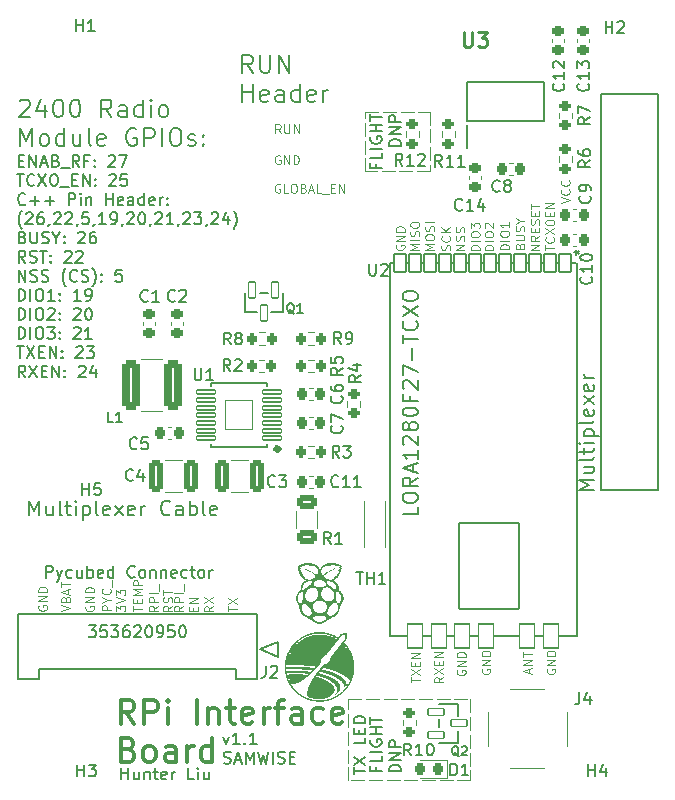
<source format=gto>
%TF.GenerationSoftware,KiCad,Pcbnew,7.0.2-0*%
%TF.CreationDate,2024-05-08T20:56:10-07:00*%
%TF.ProjectId,RPi_interface,5250695f-696e-4746-9572-666163652e6b,1.1*%
%TF.SameCoordinates,Original*%
%TF.FileFunction,Legend,Top*%
%TF.FilePolarity,Positive*%
%FSLAX46Y46*%
G04 Gerber Fmt 4.6, Leading zero omitted, Abs format (unit mm)*
G04 Created by KiCad (PCBNEW 7.0.2-0) date 2024-05-08 20:56:10*
%MOMM*%
%LPD*%
G01*
G04 APERTURE LIST*
G04 Aperture macros list*
%AMRoundRect*
0 Rectangle with rounded corners*
0 $1 Rounding radius*
0 $2 $3 $4 $5 $6 $7 $8 $9 X,Y pos of 4 corners*
0 Add a 4 corners polygon primitive as box body*
4,1,4,$2,$3,$4,$5,$6,$7,$8,$9,$2,$3,0*
0 Add four circle primitives for the rounded corners*
1,1,$1+$1,$2,$3*
1,1,$1+$1,$4,$5*
1,1,$1+$1,$6,$7*
1,1,$1+$1,$8,$9*
0 Add four rect primitives between the rounded corners*
20,1,$1+$1,$2,$3,$4,$5,0*
20,1,$1+$1,$4,$5,$6,$7,0*
20,1,$1+$1,$6,$7,$8,$9,0*
20,1,$1+$1,$8,$9,$2,$3,0*%
G04 Aperture macros list end*
%ADD10C,0.100000*%
%ADD11C,0.150000*%
%ADD12C,0.200000*%
%ADD13C,0.300000*%
%ADD14C,0.154432*%
%ADD15C,0.254000*%
%ADD16C,0.127000*%
%ADD17C,0.120000*%
%ADD18C,0.152400*%
%ADD19C,0.381000*%
%ADD20RoundRect,0.200000X0.275000X-0.200000X0.275000X0.200000X-0.275000X0.200000X-0.275000X-0.200000X0*%
%ADD21RoundRect,0.063500X-0.660400X0.279400X-0.660400X-0.279400X0.660400X-0.279400X0.660400X0.279400X0*%
%ADD22RoundRect,0.225000X0.250000X-0.225000X0.250000X0.225000X-0.250000X0.225000X-0.250000X-0.225000X0*%
%ADD23C,4.700000*%
%ADD24RoundRect,0.225000X-0.225000X-0.250000X0.225000X-0.250000X0.225000X0.250000X-0.225000X0.250000X0*%
%ADD25R,0.650000X2.000000*%
%ADD26R,3.200000X2.000000*%
%ADD27RoundRect,0.250000X-0.325000X-1.100000X0.325000X-1.100000X0.325000X1.100000X-0.325000X1.100000X0*%
%ADD28R,1.150000X1.150000*%
%ADD29C,1.150000*%
%ADD30RoundRect,0.333000X0.417000X1.767000X-0.417000X1.767000X-0.417000X-1.767000X0.417000X-1.767000X0*%
%ADD31RoundRect,0.200000X-0.275000X0.200000X-0.275000X-0.200000X0.275000X-0.200000X0.275000X0.200000X0*%
%ADD32C,3.700000*%
%ADD33RoundRect,0.218750X0.218750X0.256250X-0.218750X0.256250X-0.218750X-0.256250X0.218750X-0.256250X0*%
%ADD34RoundRect,0.200000X-0.200000X-0.275000X0.200000X-0.275000X0.200000X0.275000X-0.200000X0.275000X0*%
%ADD35RoundRect,0.063500X-0.487500X0.750000X-0.487500X-0.750000X0.487500X-0.750000X0.487500X0.750000X0*%
%ADD36RoundRect,0.063500X-0.650000X1.000000X-0.650000X-1.000000X0.650000X-1.000000X0.650000X1.000000X0*%
%ADD37RoundRect,0.063500X-2.550000X3.650000X-2.550000X-3.650000X2.550000X-3.650000X2.550000X3.650000X0*%
%ADD38RoundRect,0.063500X0.800100X0.152400X-0.800100X0.152400X-0.800100X-0.152400X0.800100X-0.152400X0*%
%ADD39RoundRect,0.063500X1.155000X1.230000X-1.155000X1.230000X-1.155000X-1.230000X1.155000X-1.230000X0*%
%ADD40RoundRect,0.250000X0.325000X1.100000X-0.325000X1.100000X-0.325000X-1.100000X0.325000X-1.100000X0*%
%ADD41RoundRect,0.250000X-0.625000X0.312500X-0.625000X-0.312500X0.625000X-0.312500X0.625000X0.312500X0*%
%ADD42RoundRect,0.063500X0.279400X0.660400X-0.279400X0.660400X-0.279400X-0.660400X0.279400X-0.660400X0*%
%ADD43C,1.400000*%
%ADD44O,1.400000X1.400000*%
%ADD45RoundRect,0.200000X0.200000X0.275000X-0.200000X0.275000X-0.200000X-0.275000X0.200000X-0.275000X0*%
%ADD46C,2.050000*%
%ADD47C,2.250000*%
%ADD48R,1.700000X1.700000*%
%ADD49O,1.700000X1.700000*%
G04 APERTURE END LIST*
D10*
X120100000Y-56075000D02*
X121200000Y-56075000D01*
X121600000Y-56075000D02*
X122700000Y-56075000D01*
X123100000Y-56075000D02*
X124200000Y-56075000D01*
X124600000Y-56075000D02*
X125600000Y-56075000D01*
X125600000Y-56075000D02*
X125600000Y-57175000D01*
X125600000Y-57575000D02*
X125600000Y-58675000D01*
X125600000Y-59075000D02*
X125600000Y-60175000D01*
X125600000Y-60575000D02*
X125600000Y-61150000D01*
X125600000Y-61150000D02*
X124500000Y-61150000D01*
X124100000Y-61150000D02*
X123000000Y-61150000D01*
X122600000Y-61150000D02*
X121500000Y-61150000D01*
X121100000Y-61150000D02*
X120100000Y-61150000D01*
X120100000Y-61150000D02*
X120100000Y-60050000D01*
X120100000Y-59650000D02*
X120100000Y-58550000D01*
X120100000Y-58150000D02*
X120100000Y-57050000D01*
X120100000Y-56650000D02*
X120100000Y-56075000D01*
D11*
X140045000Y-54575000D02*
X144930000Y-54575000D01*
X144930000Y-88125000D01*
X140045000Y-88125000D01*
X140045000Y-54575000D01*
D10*
X118662500Y-105850000D02*
X119762500Y-105850000D01*
X120162500Y-105850000D02*
X121262500Y-105850000D01*
X121662500Y-105850000D02*
X122762500Y-105850000D01*
X123162500Y-105850000D02*
X124262500Y-105850000D01*
X124662500Y-105850000D02*
X125762500Y-105850000D01*
X126162500Y-105850000D02*
X127262500Y-105850000D01*
X127662500Y-105850000D02*
X128762500Y-105850000D01*
X129012500Y-105850000D02*
X129012500Y-106950000D01*
X129012500Y-107350000D02*
X129012500Y-108450000D01*
X129012500Y-108850000D02*
X129012500Y-109950000D01*
X129012500Y-110350000D02*
X129012500Y-111450000D01*
X129012500Y-111850000D02*
X129012500Y-112700000D01*
X129012500Y-112700000D02*
X127912500Y-112700000D01*
X127512500Y-112700000D02*
X126412500Y-112700000D01*
X126012500Y-112700000D02*
X124912500Y-112700000D01*
X124512500Y-112700000D02*
X123412500Y-112700000D01*
X123012500Y-112700000D02*
X121912500Y-112700000D01*
X121512500Y-112700000D02*
X120412500Y-112700000D01*
X120012500Y-112700000D02*
X118912500Y-112700000D01*
X118662500Y-112700000D02*
X118662500Y-111600000D01*
X118662500Y-111200000D02*
X118662500Y-110100000D01*
X118662500Y-109700000D02*
X118662500Y-108600000D01*
X118662500Y-108200000D02*
X118662500Y-107100000D01*
X118662500Y-106700000D02*
X118662500Y-105850000D01*
X130958214Y-67796428D02*
X130208214Y-67796428D01*
X130208214Y-67796428D02*
X130208214Y-67617857D01*
X130208214Y-67617857D02*
X130243928Y-67510714D01*
X130243928Y-67510714D02*
X130315357Y-67439285D01*
X130315357Y-67439285D02*
X130386785Y-67403571D01*
X130386785Y-67403571D02*
X130529642Y-67367857D01*
X130529642Y-67367857D02*
X130636785Y-67367857D01*
X130636785Y-67367857D02*
X130779642Y-67403571D01*
X130779642Y-67403571D02*
X130851071Y-67439285D01*
X130851071Y-67439285D02*
X130922500Y-67510714D01*
X130922500Y-67510714D02*
X130958214Y-67617857D01*
X130958214Y-67617857D02*
X130958214Y-67796428D01*
X130958214Y-67046428D02*
X130208214Y-67046428D01*
X130208214Y-66546428D02*
X130208214Y-66403571D01*
X130208214Y-66403571D02*
X130243928Y-66332142D01*
X130243928Y-66332142D02*
X130315357Y-66260714D01*
X130315357Y-66260714D02*
X130458214Y-66224999D01*
X130458214Y-66224999D02*
X130708214Y-66224999D01*
X130708214Y-66224999D02*
X130851071Y-66260714D01*
X130851071Y-66260714D02*
X130922500Y-66332142D01*
X130922500Y-66332142D02*
X130958214Y-66403571D01*
X130958214Y-66403571D02*
X130958214Y-66546428D01*
X130958214Y-66546428D02*
X130922500Y-66617857D01*
X130922500Y-66617857D02*
X130851071Y-66689285D01*
X130851071Y-66689285D02*
X130708214Y-66724999D01*
X130708214Y-66724999D02*
X130458214Y-66724999D01*
X130458214Y-66724999D02*
X130315357Y-66689285D01*
X130315357Y-66689285D02*
X130243928Y-66617857D01*
X130243928Y-66617857D02*
X130208214Y-66546428D01*
X130279642Y-65939285D02*
X130243928Y-65903571D01*
X130243928Y-65903571D02*
X130208214Y-65832143D01*
X130208214Y-65832143D02*
X130208214Y-65653571D01*
X130208214Y-65653571D02*
X130243928Y-65582143D01*
X130243928Y-65582143D02*
X130279642Y-65546428D01*
X130279642Y-65546428D02*
X130351071Y-65510714D01*
X130351071Y-65510714D02*
X130422500Y-65510714D01*
X130422500Y-65510714D02*
X130529642Y-65546428D01*
X130529642Y-65546428D02*
X130958214Y-65975000D01*
X130958214Y-65975000D02*
X130958214Y-65510714D01*
X132283214Y-67746428D02*
X131533214Y-67746428D01*
X131533214Y-67746428D02*
X131533214Y-67567857D01*
X131533214Y-67567857D02*
X131568928Y-67460714D01*
X131568928Y-67460714D02*
X131640357Y-67389285D01*
X131640357Y-67389285D02*
X131711785Y-67353571D01*
X131711785Y-67353571D02*
X131854642Y-67317857D01*
X131854642Y-67317857D02*
X131961785Y-67317857D01*
X131961785Y-67317857D02*
X132104642Y-67353571D01*
X132104642Y-67353571D02*
X132176071Y-67389285D01*
X132176071Y-67389285D02*
X132247500Y-67460714D01*
X132247500Y-67460714D02*
X132283214Y-67567857D01*
X132283214Y-67567857D02*
X132283214Y-67746428D01*
X132283214Y-66996428D02*
X131533214Y-66996428D01*
X131533214Y-66496428D02*
X131533214Y-66353571D01*
X131533214Y-66353571D02*
X131568928Y-66282142D01*
X131568928Y-66282142D02*
X131640357Y-66210714D01*
X131640357Y-66210714D02*
X131783214Y-66174999D01*
X131783214Y-66174999D02*
X132033214Y-66174999D01*
X132033214Y-66174999D02*
X132176071Y-66210714D01*
X132176071Y-66210714D02*
X132247500Y-66282142D01*
X132247500Y-66282142D02*
X132283214Y-66353571D01*
X132283214Y-66353571D02*
X132283214Y-66496428D01*
X132283214Y-66496428D02*
X132247500Y-66567857D01*
X132247500Y-66567857D02*
X132176071Y-66639285D01*
X132176071Y-66639285D02*
X132033214Y-66674999D01*
X132033214Y-66674999D02*
X131783214Y-66674999D01*
X131783214Y-66674999D02*
X131640357Y-66639285D01*
X131640357Y-66639285D02*
X131568928Y-66567857D01*
X131568928Y-66567857D02*
X131533214Y-66496428D01*
X132283214Y-65460714D02*
X132283214Y-65889285D01*
X132283214Y-65675000D02*
X131533214Y-65675000D01*
X131533214Y-65675000D02*
X131640357Y-65746428D01*
X131640357Y-65746428D02*
X131711785Y-65817857D01*
X131711785Y-65817857D02*
X131747500Y-65889285D01*
X133190357Y-67471428D02*
X133226071Y-67364285D01*
X133226071Y-67364285D02*
X133261785Y-67328571D01*
X133261785Y-67328571D02*
X133333214Y-67292857D01*
X133333214Y-67292857D02*
X133440357Y-67292857D01*
X133440357Y-67292857D02*
X133511785Y-67328571D01*
X133511785Y-67328571D02*
X133547500Y-67364285D01*
X133547500Y-67364285D02*
X133583214Y-67435714D01*
X133583214Y-67435714D02*
X133583214Y-67721428D01*
X133583214Y-67721428D02*
X132833214Y-67721428D01*
X132833214Y-67721428D02*
X132833214Y-67471428D01*
X132833214Y-67471428D02*
X132868928Y-67400000D01*
X132868928Y-67400000D02*
X132904642Y-67364285D01*
X132904642Y-67364285D02*
X132976071Y-67328571D01*
X132976071Y-67328571D02*
X133047500Y-67328571D01*
X133047500Y-67328571D02*
X133118928Y-67364285D01*
X133118928Y-67364285D02*
X133154642Y-67400000D01*
X133154642Y-67400000D02*
X133190357Y-67471428D01*
X133190357Y-67471428D02*
X133190357Y-67721428D01*
X132833214Y-66971428D02*
X133440357Y-66971428D01*
X133440357Y-66971428D02*
X133511785Y-66935714D01*
X133511785Y-66935714D02*
X133547500Y-66900000D01*
X133547500Y-66900000D02*
X133583214Y-66828571D01*
X133583214Y-66828571D02*
X133583214Y-66685714D01*
X133583214Y-66685714D02*
X133547500Y-66614285D01*
X133547500Y-66614285D02*
X133511785Y-66578571D01*
X133511785Y-66578571D02*
X133440357Y-66542857D01*
X133440357Y-66542857D02*
X132833214Y-66542857D01*
X133547500Y-66221428D02*
X133583214Y-66114286D01*
X133583214Y-66114286D02*
X133583214Y-65935714D01*
X133583214Y-65935714D02*
X133547500Y-65864286D01*
X133547500Y-65864286D02*
X133511785Y-65828571D01*
X133511785Y-65828571D02*
X133440357Y-65792857D01*
X133440357Y-65792857D02*
X133368928Y-65792857D01*
X133368928Y-65792857D02*
X133297500Y-65828571D01*
X133297500Y-65828571D02*
X133261785Y-65864286D01*
X133261785Y-65864286D02*
X133226071Y-65935714D01*
X133226071Y-65935714D02*
X133190357Y-66078571D01*
X133190357Y-66078571D02*
X133154642Y-66150000D01*
X133154642Y-66150000D02*
X133118928Y-66185714D01*
X133118928Y-66185714D02*
X133047500Y-66221428D01*
X133047500Y-66221428D02*
X132976071Y-66221428D01*
X132976071Y-66221428D02*
X132904642Y-66185714D01*
X132904642Y-66185714D02*
X132868928Y-66150000D01*
X132868928Y-66150000D02*
X132833214Y-66078571D01*
X132833214Y-66078571D02*
X132833214Y-65900000D01*
X132833214Y-65900000D02*
X132868928Y-65792857D01*
X133226071Y-65328571D02*
X133583214Y-65328571D01*
X132833214Y-65578571D02*
X133226071Y-65328571D01*
X133226071Y-65328571D02*
X132833214Y-65078571D01*
X127272500Y-67807142D02*
X127308214Y-67700000D01*
X127308214Y-67700000D02*
X127308214Y-67521428D01*
X127308214Y-67521428D02*
X127272500Y-67450000D01*
X127272500Y-67450000D02*
X127236785Y-67414285D01*
X127236785Y-67414285D02*
X127165357Y-67378571D01*
X127165357Y-67378571D02*
X127093928Y-67378571D01*
X127093928Y-67378571D02*
X127022500Y-67414285D01*
X127022500Y-67414285D02*
X126986785Y-67450000D01*
X126986785Y-67450000D02*
X126951071Y-67521428D01*
X126951071Y-67521428D02*
X126915357Y-67664285D01*
X126915357Y-67664285D02*
X126879642Y-67735714D01*
X126879642Y-67735714D02*
X126843928Y-67771428D01*
X126843928Y-67771428D02*
X126772500Y-67807142D01*
X126772500Y-67807142D02*
X126701071Y-67807142D01*
X126701071Y-67807142D02*
X126629642Y-67771428D01*
X126629642Y-67771428D02*
X126593928Y-67735714D01*
X126593928Y-67735714D02*
X126558214Y-67664285D01*
X126558214Y-67664285D02*
X126558214Y-67485714D01*
X126558214Y-67485714D02*
X126593928Y-67378571D01*
X127236785Y-66628571D02*
X127272500Y-66664285D01*
X127272500Y-66664285D02*
X127308214Y-66771428D01*
X127308214Y-66771428D02*
X127308214Y-66842856D01*
X127308214Y-66842856D02*
X127272500Y-66949999D01*
X127272500Y-66949999D02*
X127201071Y-67021428D01*
X127201071Y-67021428D02*
X127129642Y-67057142D01*
X127129642Y-67057142D02*
X126986785Y-67092856D01*
X126986785Y-67092856D02*
X126879642Y-67092856D01*
X126879642Y-67092856D02*
X126736785Y-67057142D01*
X126736785Y-67057142D02*
X126665357Y-67021428D01*
X126665357Y-67021428D02*
X126593928Y-66949999D01*
X126593928Y-66949999D02*
X126558214Y-66842856D01*
X126558214Y-66842856D02*
X126558214Y-66771428D01*
X126558214Y-66771428D02*
X126593928Y-66664285D01*
X126593928Y-66664285D02*
X126629642Y-66628571D01*
X127308214Y-66307142D02*
X126558214Y-66307142D01*
X127308214Y-65878571D02*
X126879642Y-66199999D01*
X126558214Y-65878571D02*
X126986785Y-66307142D01*
X96423928Y-97933571D02*
X96388214Y-98005000D01*
X96388214Y-98005000D02*
X96388214Y-98112142D01*
X96388214Y-98112142D02*
X96423928Y-98219285D01*
X96423928Y-98219285D02*
X96495357Y-98290714D01*
X96495357Y-98290714D02*
X96566785Y-98326428D01*
X96566785Y-98326428D02*
X96709642Y-98362142D01*
X96709642Y-98362142D02*
X96816785Y-98362142D01*
X96816785Y-98362142D02*
X96959642Y-98326428D01*
X96959642Y-98326428D02*
X97031071Y-98290714D01*
X97031071Y-98290714D02*
X97102500Y-98219285D01*
X97102500Y-98219285D02*
X97138214Y-98112142D01*
X97138214Y-98112142D02*
X97138214Y-98040714D01*
X97138214Y-98040714D02*
X97102500Y-97933571D01*
X97102500Y-97933571D02*
X97066785Y-97897857D01*
X97066785Y-97897857D02*
X96816785Y-97897857D01*
X96816785Y-97897857D02*
X96816785Y-98040714D01*
X97138214Y-97576428D02*
X96388214Y-97576428D01*
X96388214Y-97576428D02*
X97138214Y-97147857D01*
X97138214Y-97147857D02*
X96388214Y-97147857D01*
X97138214Y-96790714D02*
X96388214Y-96790714D01*
X96388214Y-96790714D02*
X96388214Y-96612143D01*
X96388214Y-96612143D02*
X96423928Y-96505000D01*
X96423928Y-96505000D02*
X96495357Y-96433571D01*
X96495357Y-96433571D02*
X96566785Y-96397857D01*
X96566785Y-96397857D02*
X96709642Y-96362143D01*
X96709642Y-96362143D02*
X96816785Y-96362143D01*
X96816785Y-96362143D02*
X96959642Y-96397857D01*
X96959642Y-96397857D02*
X97031071Y-96433571D01*
X97031071Y-96433571D02*
X97102500Y-96505000D01*
X97102500Y-96505000D02*
X97138214Y-96612143D01*
X97138214Y-96612143D02*
X97138214Y-96790714D01*
X104698214Y-97922857D02*
X104341071Y-98172857D01*
X104698214Y-98351428D02*
X103948214Y-98351428D01*
X103948214Y-98351428D02*
X103948214Y-98065714D01*
X103948214Y-98065714D02*
X103983928Y-97994285D01*
X103983928Y-97994285D02*
X104019642Y-97958571D01*
X104019642Y-97958571D02*
X104091071Y-97922857D01*
X104091071Y-97922857D02*
X104198214Y-97922857D01*
X104198214Y-97922857D02*
X104269642Y-97958571D01*
X104269642Y-97958571D02*
X104305357Y-97994285D01*
X104305357Y-97994285D02*
X104341071Y-98065714D01*
X104341071Y-98065714D02*
X104341071Y-98351428D01*
X104698214Y-97601428D02*
X103948214Y-97601428D01*
X103948214Y-97601428D02*
X103948214Y-97315714D01*
X103948214Y-97315714D02*
X103983928Y-97244285D01*
X103983928Y-97244285D02*
X104019642Y-97208571D01*
X104019642Y-97208571D02*
X104091071Y-97172857D01*
X104091071Y-97172857D02*
X104198214Y-97172857D01*
X104198214Y-97172857D02*
X104269642Y-97208571D01*
X104269642Y-97208571D02*
X104305357Y-97244285D01*
X104305357Y-97244285D02*
X104341071Y-97315714D01*
X104341071Y-97315714D02*
X104341071Y-97601428D01*
X104698214Y-96851428D02*
X103948214Y-96851428D01*
X104769642Y-96672857D02*
X104769642Y-96101428D01*
X105520357Y-98351428D02*
X105520357Y-98101428D01*
X105913214Y-97994285D02*
X105913214Y-98351428D01*
X105913214Y-98351428D02*
X105163214Y-98351428D01*
X105163214Y-98351428D02*
X105163214Y-97994285D01*
X105913214Y-97672857D02*
X105163214Y-97672857D01*
X105163214Y-97672857D02*
X105913214Y-97244286D01*
X105913214Y-97244286D02*
X105163214Y-97244286D01*
X112901428Y-59803928D02*
X112830000Y-59768214D01*
X112830000Y-59768214D02*
X112722857Y-59768214D01*
X112722857Y-59768214D02*
X112615714Y-59803928D01*
X112615714Y-59803928D02*
X112544285Y-59875357D01*
X112544285Y-59875357D02*
X112508571Y-59946785D01*
X112508571Y-59946785D02*
X112472857Y-60089642D01*
X112472857Y-60089642D02*
X112472857Y-60196785D01*
X112472857Y-60196785D02*
X112508571Y-60339642D01*
X112508571Y-60339642D02*
X112544285Y-60411071D01*
X112544285Y-60411071D02*
X112615714Y-60482500D01*
X112615714Y-60482500D02*
X112722857Y-60518214D01*
X112722857Y-60518214D02*
X112794285Y-60518214D01*
X112794285Y-60518214D02*
X112901428Y-60482500D01*
X112901428Y-60482500D02*
X112937142Y-60446785D01*
X112937142Y-60446785D02*
X112937142Y-60196785D01*
X112937142Y-60196785D02*
X112794285Y-60196785D01*
X113258571Y-60518214D02*
X113258571Y-59768214D01*
X113258571Y-59768214D02*
X113687142Y-60518214D01*
X113687142Y-60518214D02*
X113687142Y-59768214D01*
X114044285Y-60518214D02*
X114044285Y-59768214D01*
X114044285Y-59768214D02*
X114222856Y-59768214D01*
X114222856Y-59768214D02*
X114329999Y-59803928D01*
X114329999Y-59803928D02*
X114401428Y-59875357D01*
X114401428Y-59875357D02*
X114437142Y-59946785D01*
X114437142Y-59946785D02*
X114472856Y-60089642D01*
X114472856Y-60089642D02*
X114472856Y-60196785D01*
X114472856Y-60196785D02*
X114437142Y-60339642D01*
X114437142Y-60339642D02*
X114401428Y-60411071D01*
X114401428Y-60411071D02*
X114329999Y-60482500D01*
X114329999Y-60482500D02*
X114222856Y-60518214D01*
X114222856Y-60518214D02*
X114044285Y-60518214D01*
X135358214Y-67828571D02*
X135358214Y-67400000D01*
X136108214Y-67614285D02*
X135358214Y-67614285D01*
X136036785Y-66721428D02*
X136072500Y-66757142D01*
X136072500Y-66757142D02*
X136108214Y-66864285D01*
X136108214Y-66864285D02*
X136108214Y-66935713D01*
X136108214Y-66935713D02*
X136072500Y-67042856D01*
X136072500Y-67042856D02*
X136001071Y-67114285D01*
X136001071Y-67114285D02*
X135929642Y-67149999D01*
X135929642Y-67149999D02*
X135786785Y-67185713D01*
X135786785Y-67185713D02*
X135679642Y-67185713D01*
X135679642Y-67185713D02*
X135536785Y-67149999D01*
X135536785Y-67149999D02*
X135465357Y-67114285D01*
X135465357Y-67114285D02*
X135393928Y-67042856D01*
X135393928Y-67042856D02*
X135358214Y-66935713D01*
X135358214Y-66935713D02*
X135358214Y-66864285D01*
X135358214Y-66864285D02*
X135393928Y-66757142D01*
X135393928Y-66757142D02*
X135429642Y-66721428D01*
X135358214Y-66471428D02*
X136108214Y-65971428D01*
X135358214Y-65971428D02*
X136108214Y-66471428D01*
X135358214Y-65542856D02*
X135358214Y-65399999D01*
X135358214Y-65399999D02*
X135393928Y-65328570D01*
X135393928Y-65328570D02*
X135465357Y-65257142D01*
X135465357Y-65257142D02*
X135608214Y-65221427D01*
X135608214Y-65221427D02*
X135858214Y-65221427D01*
X135858214Y-65221427D02*
X136001071Y-65257142D01*
X136001071Y-65257142D02*
X136072500Y-65328570D01*
X136072500Y-65328570D02*
X136108214Y-65399999D01*
X136108214Y-65399999D02*
X136108214Y-65542856D01*
X136108214Y-65542856D02*
X136072500Y-65614285D01*
X136072500Y-65614285D02*
X136001071Y-65685713D01*
X136001071Y-65685713D02*
X135858214Y-65721427D01*
X135858214Y-65721427D02*
X135608214Y-65721427D01*
X135608214Y-65721427D02*
X135465357Y-65685713D01*
X135465357Y-65685713D02*
X135393928Y-65614285D01*
X135393928Y-65614285D02*
X135358214Y-65542856D01*
X135715357Y-64899999D02*
X135715357Y-64649999D01*
X136108214Y-64542856D02*
X136108214Y-64899999D01*
X136108214Y-64899999D02*
X135358214Y-64899999D01*
X135358214Y-64899999D02*
X135358214Y-64542856D01*
X136108214Y-64221428D02*
X135358214Y-64221428D01*
X135358214Y-64221428D02*
X136108214Y-63792857D01*
X136108214Y-63792857D02*
X135358214Y-63792857D01*
D11*
X93063095Y-95542619D02*
X93063095Y-94542619D01*
X93063095Y-94542619D02*
X93444047Y-94542619D01*
X93444047Y-94542619D02*
X93539285Y-94590238D01*
X93539285Y-94590238D02*
X93586904Y-94637857D01*
X93586904Y-94637857D02*
X93634523Y-94733095D01*
X93634523Y-94733095D02*
X93634523Y-94875952D01*
X93634523Y-94875952D02*
X93586904Y-94971190D01*
X93586904Y-94971190D02*
X93539285Y-95018809D01*
X93539285Y-95018809D02*
X93444047Y-95066428D01*
X93444047Y-95066428D02*
X93063095Y-95066428D01*
X93967857Y-94875952D02*
X94205952Y-95542619D01*
X94444047Y-94875952D02*
X94205952Y-95542619D01*
X94205952Y-95542619D02*
X94110714Y-95780714D01*
X94110714Y-95780714D02*
X94063095Y-95828333D01*
X94063095Y-95828333D02*
X93967857Y-95875952D01*
X95253571Y-95495000D02*
X95158333Y-95542619D01*
X95158333Y-95542619D02*
X94967857Y-95542619D01*
X94967857Y-95542619D02*
X94872619Y-95495000D01*
X94872619Y-95495000D02*
X94825000Y-95447380D01*
X94825000Y-95447380D02*
X94777381Y-95352142D01*
X94777381Y-95352142D02*
X94777381Y-95066428D01*
X94777381Y-95066428D02*
X94825000Y-94971190D01*
X94825000Y-94971190D02*
X94872619Y-94923571D01*
X94872619Y-94923571D02*
X94967857Y-94875952D01*
X94967857Y-94875952D02*
X95158333Y-94875952D01*
X95158333Y-94875952D02*
X95253571Y-94923571D01*
X96110714Y-94875952D02*
X96110714Y-95542619D01*
X95682143Y-94875952D02*
X95682143Y-95399761D01*
X95682143Y-95399761D02*
X95729762Y-95495000D01*
X95729762Y-95495000D02*
X95825000Y-95542619D01*
X95825000Y-95542619D02*
X95967857Y-95542619D01*
X95967857Y-95542619D02*
X96063095Y-95495000D01*
X96063095Y-95495000D02*
X96110714Y-95447380D01*
X96586905Y-95542619D02*
X96586905Y-94542619D01*
X96586905Y-94923571D02*
X96682143Y-94875952D01*
X96682143Y-94875952D02*
X96872619Y-94875952D01*
X96872619Y-94875952D02*
X96967857Y-94923571D01*
X96967857Y-94923571D02*
X97015476Y-94971190D01*
X97015476Y-94971190D02*
X97063095Y-95066428D01*
X97063095Y-95066428D02*
X97063095Y-95352142D01*
X97063095Y-95352142D02*
X97015476Y-95447380D01*
X97015476Y-95447380D02*
X96967857Y-95495000D01*
X96967857Y-95495000D02*
X96872619Y-95542619D01*
X96872619Y-95542619D02*
X96682143Y-95542619D01*
X96682143Y-95542619D02*
X96586905Y-95495000D01*
X97872619Y-95495000D02*
X97777381Y-95542619D01*
X97777381Y-95542619D02*
X97586905Y-95542619D01*
X97586905Y-95542619D02*
X97491667Y-95495000D01*
X97491667Y-95495000D02*
X97444048Y-95399761D01*
X97444048Y-95399761D02*
X97444048Y-95018809D01*
X97444048Y-95018809D02*
X97491667Y-94923571D01*
X97491667Y-94923571D02*
X97586905Y-94875952D01*
X97586905Y-94875952D02*
X97777381Y-94875952D01*
X97777381Y-94875952D02*
X97872619Y-94923571D01*
X97872619Y-94923571D02*
X97920238Y-95018809D01*
X97920238Y-95018809D02*
X97920238Y-95114047D01*
X97920238Y-95114047D02*
X97444048Y-95209285D01*
X98777381Y-95542619D02*
X98777381Y-94542619D01*
X98777381Y-95495000D02*
X98682143Y-95542619D01*
X98682143Y-95542619D02*
X98491667Y-95542619D01*
X98491667Y-95542619D02*
X98396429Y-95495000D01*
X98396429Y-95495000D02*
X98348810Y-95447380D01*
X98348810Y-95447380D02*
X98301191Y-95352142D01*
X98301191Y-95352142D02*
X98301191Y-95066428D01*
X98301191Y-95066428D02*
X98348810Y-94971190D01*
X98348810Y-94971190D02*
X98396429Y-94923571D01*
X98396429Y-94923571D02*
X98491667Y-94875952D01*
X98491667Y-94875952D02*
X98682143Y-94875952D01*
X98682143Y-94875952D02*
X98777381Y-94923571D01*
X100586905Y-95447380D02*
X100539286Y-95495000D01*
X100539286Y-95495000D02*
X100396429Y-95542619D01*
X100396429Y-95542619D02*
X100301191Y-95542619D01*
X100301191Y-95542619D02*
X100158334Y-95495000D01*
X100158334Y-95495000D02*
X100063096Y-95399761D01*
X100063096Y-95399761D02*
X100015477Y-95304523D01*
X100015477Y-95304523D02*
X99967858Y-95114047D01*
X99967858Y-95114047D02*
X99967858Y-94971190D01*
X99967858Y-94971190D02*
X100015477Y-94780714D01*
X100015477Y-94780714D02*
X100063096Y-94685476D01*
X100063096Y-94685476D02*
X100158334Y-94590238D01*
X100158334Y-94590238D02*
X100301191Y-94542619D01*
X100301191Y-94542619D02*
X100396429Y-94542619D01*
X100396429Y-94542619D02*
X100539286Y-94590238D01*
X100539286Y-94590238D02*
X100586905Y-94637857D01*
X101158334Y-95542619D02*
X101063096Y-95495000D01*
X101063096Y-95495000D02*
X101015477Y-95447380D01*
X101015477Y-95447380D02*
X100967858Y-95352142D01*
X100967858Y-95352142D02*
X100967858Y-95066428D01*
X100967858Y-95066428D02*
X101015477Y-94971190D01*
X101015477Y-94971190D02*
X101063096Y-94923571D01*
X101063096Y-94923571D02*
X101158334Y-94875952D01*
X101158334Y-94875952D02*
X101301191Y-94875952D01*
X101301191Y-94875952D02*
X101396429Y-94923571D01*
X101396429Y-94923571D02*
X101444048Y-94971190D01*
X101444048Y-94971190D02*
X101491667Y-95066428D01*
X101491667Y-95066428D02*
X101491667Y-95352142D01*
X101491667Y-95352142D02*
X101444048Y-95447380D01*
X101444048Y-95447380D02*
X101396429Y-95495000D01*
X101396429Y-95495000D02*
X101301191Y-95542619D01*
X101301191Y-95542619D02*
X101158334Y-95542619D01*
X101920239Y-94875952D02*
X101920239Y-95542619D01*
X101920239Y-94971190D02*
X101967858Y-94923571D01*
X101967858Y-94923571D02*
X102063096Y-94875952D01*
X102063096Y-94875952D02*
X102205953Y-94875952D01*
X102205953Y-94875952D02*
X102301191Y-94923571D01*
X102301191Y-94923571D02*
X102348810Y-95018809D01*
X102348810Y-95018809D02*
X102348810Y-95542619D01*
X102825001Y-94875952D02*
X102825001Y-95542619D01*
X102825001Y-94971190D02*
X102872620Y-94923571D01*
X102872620Y-94923571D02*
X102967858Y-94875952D01*
X102967858Y-94875952D02*
X103110715Y-94875952D01*
X103110715Y-94875952D02*
X103205953Y-94923571D01*
X103205953Y-94923571D02*
X103253572Y-95018809D01*
X103253572Y-95018809D02*
X103253572Y-95542619D01*
X104110715Y-95495000D02*
X104015477Y-95542619D01*
X104015477Y-95542619D02*
X103825001Y-95542619D01*
X103825001Y-95542619D02*
X103729763Y-95495000D01*
X103729763Y-95495000D02*
X103682144Y-95399761D01*
X103682144Y-95399761D02*
X103682144Y-95018809D01*
X103682144Y-95018809D02*
X103729763Y-94923571D01*
X103729763Y-94923571D02*
X103825001Y-94875952D01*
X103825001Y-94875952D02*
X104015477Y-94875952D01*
X104015477Y-94875952D02*
X104110715Y-94923571D01*
X104110715Y-94923571D02*
X104158334Y-95018809D01*
X104158334Y-95018809D02*
X104158334Y-95114047D01*
X104158334Y-95114047D02*
X103682144Y-95209285D01*
X105015477Y-95495000D02*
X104920239Y-95542619D01*
X104920239Y-95542619D02*
X104729763Y-95542619D01*
X104729763Y-95542619D02*
X104634525Y-95495000D01*
X104634525Y-95495000D02*
X104586906Y-95447380D01*
X104586906Y-95447380D02*
X104539287Y-95352142D01*
X104539287Y-95352142D02*
X104539287Y-95066428D01*
X104539287Y-95066428D02*
X104586906Y-94971190D01*
X104586906Y-94971190D02*
X104634525Y-94923571D01*
X104634525Y-94923571D02*
X104729763Y-94875952D01*
X104729763Y-94875952D02*
X104920239Y-94875952D01*
X104920239Y-94875952D02*
X105015477Y-94923571D01*
X105301192Y-94875952D02*
X105682144Y-94875952D01*
X105444049Y-94542619D02*
X105444049Y-95399761D01*
X105444049Y-95399761D02*
X105491668Y-95495000D01*
X105491668Y-95495000D02*
X105586906Y-95542619D01*
X105586906Y-95542619D02*
X105682144Y-95542619D01*
X106158335Y-95542619D02*
X106063097Y-95495000D01*
X106063097Y-95495000D02*
X106015478Y-95447380D01*
X106015478Y-95447380D02*
X105967859Y-95352142D01*
X105967859Y-95352142D02*
X105967859Y-95066428D01*
X105967859Y-95066428D02*
X106015478Y-94971190D01*
X106015478Y-94971190D02*
X106063097Y-94923571D01*
X106063097Y-94923571D02*
X106158335Y-94875952D01*
X106158335Y-94875952D02*
X106301192Y-94875952D01*
X106301192Y-94875952D02*
X106396430Y-94923571D01*
X106396430Y-94923571D02*
X106444049Y-94971190D01*
X106444049Y-94971190D02*
X106491668Y-95066428D01*
X106491668Y-95066428D02*
X106491668Y-95352142D01*
X106491668Y-95352142D02*
X106444049Y-95447380D01*
X106444049Y-95447380D02*
X106396430Y-95495000D01*
X106396430Y-95495000D02*
X106301192Y-95542619D01*
X106301192Y-95542619D02*
X106158335Y-95542619D01*
X106920240Y-95542619D02*
X106920240Y-94875952D01*
X106920240Y-95066428D02*
X106967859Y-94971190D01*
X106967859Y-94971190D02*
X107015478Y-94923571D01*
X107015478Y-94923571D02*
X107110716Y-94875952D01*
X107110716Y-94875952D02*
X107205954Y-94875952D01*
D10*
X129993928Y-103278571D02*
X129958214Y-103350000D01*
X129958214Y-103350000D02*
X129958214Y-103457142D01*
X129958214Y-103457142D02*
X129993928Y-103564285D01*
X129993928Y-103564285D02*
X130065357Y-103635714D01*
X130065357Y-103635714D02*
X130136785Y-103671428D01*
X130136785Y-103671428D02*
X130279642Y-103707142D01*
X130279642Y-103707142D02*
X130386785Y-103707142D01*
X130386785Y-103707142D02*
X130529642Y-103671428D01*
X130529642Y-103671428D02*
X130601071Y-103635714D01*
X130601071Y-103635714D02*
X130672500Y-103564285D01*
X130672500Y-103564285D02*
X130708214Y-103457142D01*
X130708214Y-103457142D02*
X130708214Y-103385714D01*
X130708214Y-103385714D02*
X130672500Y-103278571D01*
X130672500Y-103278571D02*
X130636785Y-103242857D01*
X130636785Y-103242857D02*
X130386785Y-103242857D01*
X130386785Y-103242857D02*
X130386785Y-103385714D01*
X130708214Y-102921428D02*
X129958214Y-102921428D01*
X129958214Y-102921428D02*
X130708214Y-102492857D01*
X130708214Y-102492857D02*
X129958214Y-102492857D01*
X130708214Y-102135714D02*
X129958214Y-102135714D01*
X129958214Y-102135714D02*
X129958214Y-101957143D01*
X129958214Y-101957143D02*
X129993928Y-101850000D01*
X129993928Y-101850000D02*
X130065357Y-101778571D01*
X130065357Y-101778571D02*
X130136785Y-101742857D01*
X130136785Y-101742857D02*
X130279642Y-101707143D01*
X130279642Y-101707143D02*
X130386785Y-101707143D01*
X130386785Y-101707143D02*
X130529642Y-101742857D01*
X130529642Y-101742857D02*
X130601071Y-101778571D01*
X130601071Y-101778571D02*
X130672500Y-101850000D01*
X130672500Y-101850000D02*
X130708214Y-101957143D01*
X130708214Y-101957143D02*
X130708214Y-102135714D01*
X125933214Y-67796428D02*
X125183214Y-67796428D01*
X125183214Y-67796428D02*
X125718928Y-67546428D01*
X125718928Y-67546428D02*
X125183214Y-67296428D01*
X125183214Y-67296428D02*
X125933214Y-67296428D01*
X125183214Y-66796428D02*
X125183214Y-66653571D01*
X125183214Y-66653571D02*
X125218928Y-66582142D01*
X125218928Y-66582142D02*
X125290357Y-66510714D01*
X125290357Y-66510714D02*
X125433214Y-66474999D01*
X125433214Y-66474999D02*
X125683214Y-66474999D01*
X125683214Y-66474999D02*
X125826071Y-66510714D01*
X125826071Y-66510714D02*
X125897500Y-66582142D01*
X125897500Y-66582142D02*
X125933214Y-66653571D01*
X125933214Y-66653571D02*
X125933214Y-66796428D01*
X125933214Y-66796428D02*
X125897500Y-66867857D01*
X125897500Y-66867857D02*
X125826071Y-66939285D01*
X125826071Y-66939285D02*
X125683214Y-66974999D01*
X125683214Y-66974999D02*
X125433214Y-66974999D01*
X125433214Y-66974999D02*
X125290357Y-66939285D01*
X125290357Y-66939285D02*
X125218928Y-66867857D01*
X125218928Y-66867857D02*
X125183214Y-66796428D01*
X125897500Y-66189285D02*
X125933214Y-66082143D01*
X125933214Y-66082143D02*
X125933214Y-65903571D01*
X125933214Y-65903571D02*
X125897500Y-65832143D01*
X125897500Y-65832143D02*
X125861785Y-65796428D01*
X125861785Y-65796428D02*
X125790357Y-65760714D01*
X125790357Y-65760714D02*
X125718928Y-65760714D01*
X125718928Y-65760714D02*
X125647500Y-65796428D01*
X125647500Y-65796428D02*
X125611785Y-65832143D01*
X125611785Y-65832143D02*
X125576071Y-65903571D01*
X125576071Y-65903571D02*
X125540357Y-66046428D01*
X125540357Y-66046428D02*
X125504642Y-66117857D01*
X125504642Y-66117857D02*
X125468928Y-66153571D01*
X125468928Y-66153571D02*
X125397500Y-66189285D01*
X125397500Y-66189285D02*
X125326071Y-66189285D01*
X125326071Y-66189285D02*
X125254642Y-66153571D01*
X125254642Y-66153571D02*
X125218928Y-66117857D01*
X125218928Y-66117857D02*
X125183214Y-66046428D01*
X125183214Y-66046428D02*
X125183214Y-65867857D01*
X125183214Y-65867857D02*
X125218928Y-65760714D01*
X125933214Y-65439285D02*
X125183214Y-65439285D01*
D12*
X90835714Y-55204285D02*
X90907142Y-55132857D01*
X90907142Y-55132857D02*
X91050000Y-55061428D01*
X91050000Y-55061428D02*
X91407142Y-55061428D01*
X91407142Y-55061428D02*
X91550000Y-55132857D01*
X91550000Y-55132857D02*
X91621428Y-55204285D01*
X91621428Y-55204285D02*
X91692857Y-55347142D01*
X91692857Y-55347142D02*
X91692857Y-55490000D01*
X91692857Y-55490000D02*
X91621428Y-55704285D01*
X91621428Y-55704285D02*
X90764285Y-56561428D01*
X90764285Y-56561428D02*
X91692857Y-56561428D01*
X92978571Y-55561428D02*
X92978571Y-56561428D01*
X92621428Y-54990000D02*
X92264285Y-56061428D01*
X92264285Y-56061428D02*
X93192856Y-56061428D01*
X94049999Y-55061428D02*
X94192856Y-55061428D01*
X94192856Y-55061428D02*
X94335713Y-55132857D01*
X94335713Y-55132857D02*
X94407142Y-55204285D01*
X94407142Y-55204285D02*
X94478570Y-55347142D01*
X94478570Y-55347142D02*
X94549999Y-55632857D01*
X94549999Y-55632857D02*
X94549999Y-55990000D01*
X94549999Y-55990000D02*
X94478570Y-56275714D01*
X94478570Y-56275714D02*
X94407142Y-56418571D01*
X94407142Y-56418571D02*
X94335713Y-56490000D01*
X94335713Y-56490000D02*
X94192856Y-56561428D01*
X94192856Y-56561428D02*
X94049999Y-56561428D01*
X94049999Y-56561428D02*
X93907142Y-56490000D01*
X93907142Y-56490000D02*
X93835713Y-56418571D01*
X93835713Y-56418571D02*
X93764284Y-56275714D01*
X93764284Y-56275714D02*
X93692856Y-55990000D01*
X93692856Y-55990000D02*
X93692856Y-55632857D01*
X93692856Y-55632857D02*
X93764284Y-55347142D01*
X93764284Y-55347142D02*
X93835713Y-55204285D01*
X93835713Y-55204285D02*
X93907142Y-55132857D01*
X93907142Y-55132857D02*
X94049999Y-55061428D01*
X95478570Y-55061428D02*
X95621427Y-55061428D01*
X95621427Y-55061428D02*
X95764284Y-55132857D01*
X95764284Y-55132857D02*
X95835713Y-55204285D01*
X95835713Y-55204285D02*
X95907141Y-55347142D01*
X95907141Y-55347142D02*
X95978570Y-55632857D01*
X95978570Y-55632857D02*
X95978570Y-55990000D01*
X95978570Y-55990000D02*
X95907141Y-56275714D01*
X95907141Y-56275714D02*
X95835713Y-56418571D01*
X95835713Y-56418571D02*
X95764284Y-56490000D01*
X95764284Y-56490000D02*
X95621427Y-56561428D01*
X95621427Y-56561428D02*
X95478570Y-56561428D01*
X95478570Y-56561428D02*
X95335713Y-56490000D01*
X95335713Y-56490000D02*
X95264284Y-56418571D01*
X95264284Y-56418571D02*
X95192855Y-56275714D01*
X95192855Y-56275714D02*
X95121427Y-55990000D01*
X95121427Y-55990000D02*
X95121427Y-55632857D01*
X95121427Y-55632857D02*
X95192855Y-55347142D01*
X95192855Y-55347142D02*
X95264284Y-55204285D01*
X95264284Y-55204285D02*
X95335713Y-55132857D01*
X95335713Y-55132857D02*
X95478570Y-55061428D01*
X98621426Y-56561428D02*
X98121426Y-55847142D01*
X97764283Y-56561428D02*
X97764283Y-55061428D01*
X97764283Y-55061428D02*
X98335712Y-55061428D01*
X98335712Y-55061428D02*
X98478569Y-55132857D01*
X98478569Y-55132857D02*
X98549998Y-55204285D01*
X98549998Y-55204285D02*
X98621426Y-55347142D01*
X98621426Y-55347142D02*
X98621426Y-55561428D01*
X98621426Y-55561428D02*
X98549998Y-55704285D01*
X98549998Y-55704285D02*
X98478569Y-55775714D01*
X98478569Y-55775714D02*
X98335712Y-55847142D01*
X98335712Y-55847142D02*
X97764283Y-55847142D01*
X99907141Y-56561428D02*
X99907141Y-55775714D01*
X99907141Y-55775714D02*
X99835712Y-55632857D01*
X99835712Y-55632857D02*
X99692855Y-55561428D01*
X99692855Y-55561428D02*
X99407141Y-55561428D01*
X99407141Y-55561428D02*
X99264283Y-55632857D01*
X99907141Y-56490000D02*
X99764283Y-56561428D01*
X99764283Y-56561428D02*
X99407141Y-56561428D01*
X99407141Y-56561428D02*
X99264283Y-56490000D01*
X99264283Y-56490000D02*
X99192855Y-56347142D01*
X99192855Y-56347142D02*
X99192855Y-56204285D01*
X99192855Y-56204285D02*
X99264283Y-56061428D01*
X99264283Y-56061428D02*
X99407141Y-55990000D01*
X99407141Y-55990000D02*
X99764283Y-55990000D01*
X99764283Y-55990000D02*
X99907141Y-55918571D01*
X101264284Y-56561428D02*
X101264284Y-55061428D01*
X101264284Y-56490000D02*
X101121426Y-56561428D01*
X101121426Y-56561428D02*
X100835712Y-56561428D01*
X100835712Y-56561428D02*
X100692855Y-56490000D01*
X100692855Y-56490000D02*
X100621426Y-56418571D01*
X100621426Y-56418571D02*
X100549998Y-56275714D01*
X100549998Y-56275714D02*
X100549998Y-55847142D01*
X100549998Y-55847142D02*
X100621426Y-55704285D01*
X100621426Y-55704285D02*
X100692855Y-55632857D01*
X100692855Y-55632857D02*
X100835712Y-55561428D01*
X100835712Y-55561428D02*
X101121426Y-55561428D01*
X101121426Y-55561428D02*
X101264284Y-55632857D01*
X101978569Y-56561428D02*
X101978569Y-55561428D01*
X101978569Y-55061428D02*
X101907141Y-55132857D01*
X101907141Y-55132857D02*
X101978569Y-55204285D01*
X101978569Y-55204285D02*
X102049998Y-55132857D01*
X102049998Y-55132857D02*
X101978569Y-55061428D01*
X101978569Y-55061428D02*
X101978569Y-55204285D01*
X102907141Y-56561428D02*
X102764284Y-56490000D01*
X102764284Y-56490000D02*
X102692855Y-56418571D01*
X102692855Y-56418571D02*
X102621427Y-56275714D01*
X102621427Y-56275714D02*
X102621427Y-55847142D01*
X102621427Y-55847142D02*
X102692855Y-55704285D01*
X102692855Y-55704285D02*
X102764284Y-55632857D01*
X102764284Y-55632857D02*
X102907141Y-55561428D01*
X102907141Y-55561428D02*
X103121427Y-55561428D01*
X103121427Y-55561428D02*
X103264284Y-55632857D01*
X103264284Y-55632857D02*
X103335713Y-55704285D01*
X103335713Y-55704285D02*
X103407141Y-55847142D01*
X103407141Y-55847142D02*
X103407141Y-56275714D01*
X103407141Y-56275714D02*
X103335713Y-56418571D01*
X103335713Y-56418571D02*
X103264284Y-56490000D01*
X103264284Y-56490000D02*
X103121427Y-56561428D01*
X103121427Y-56561428D02*
X102907141Y-56561428D01*
X90907142Y-58991428D02*
X90907142Y-57491428D01*
X90907142Y-57491428D02*
X91407142Y-58562857D01*
X91407142Y-58562857D02*
X91907142Y-57491428D01*
X91907142Y-57491428D02*
X91907142Y-58991428D01*
X92835714Y-58991428D02*
X92692857Y-58920000D01*
X92692857Y-58920000D02*
X92621428Y-58848571D01*
X92621428Y-58848571D02*
X92550000Y-58705714D01*
X92550000Y-58705714D02*
X92550000Y-58277142D01*
X92550000Y-58277142D02*
X92621428Y-58134285D01*
X92621428Y-58134285D02*
X92692857Y-58062857D01*
X92692857Y-58062857D02*
X92835714Y-57991428D01*
X92835714Y-57991428D02*
X93050000Y-57991428D01*
X93050000Y-57991428D02*
X93192857Y-58062857D01*
X93192857Y-58062857D02*
X93264286Y-58134285D01*
X93264286Y-58134285D02*
X93335714Y-58277142D01*
X93335714Y-58277142D02*
X93335714Y-58705714D01*
X93335714Y-58705714D02*
X93264286Y-58848571D01*
X93264286Y-58848571D02*
X93192857Y-58920000D01*
X93192857Y-58920000D02*
X93050000Y-58991428D01*
X93050000Y-58991428D02*
X92835714Y-58991428D01*
X94621429Y-58991428D02*
X94621429Y-57491428D01*
X94621429Y-58920000D02*
X94478571Y-58991428D01*
X94478571Y-58991428D02*
X94192857Y-58991428D01*
X94192857Y-58991428D02*
X94050000Y-58920000D01*
X94050000Y-58920000D02*
X93978571Y-58848571D01*
X93978571Y-58848571D02*
X93907143Y-58705714D01*
X93907143Y-58705714D02*
X93907143Y-58277142D01*
X93907143Y-58277142D02*
X93978571Y-58134285D01*
X93978571Y-58134285D02*
X94050000Y-58062857D01*
X94050000Y-58062857D02*
X94192857Y-57991428D01*
X94192857Y-57991428D02*
X94478571Y-57991428D01*
X94478571Y-57991428D02*
X94621429Y-58062857D01*
X95978572Y-57991428D02*
X95978572Y-58991428D01*
X95335714Y-57991428D02*
X95335714Y-58777142D01*
X95335714Y-58777142D02*
X95407143Y-58920000D01*
X95407143Y-58920000D02*
X95550000Y-58991428D01*
X95550000Y-58991428D02*
X95764286Y-58991428D01*
X95764286Y-58991428D02*
X95907143Y-58920000D01*
X95907143Y-58920000D02*
X95978572Y-58848571D01*
X96907143Y-58991428D02*
X96764286Y-58920000D01*
X96764286Y-58920000D02*
X96692857Y-58777142D01*
X96692857Y-58777142D02*
X96692857Y-57491428D01*
X98050000Y-58920000D02*
X97907143Y-58991428D01*
X97907143Y-58991428D02*
X97621429Y-58991428D01*
X97621429Y-58991428D02*
X97478571Y-58920000D01*
X97478571Y-58920000D02*
X97407143Y-58777142D01*
X97407143Y-58777142D02*
X97407143Y-58205714D01*
X97407143Y-58205714D02*
X97478571Y-58062857D01*
X97478571Y-58062857D02*
X97621429Y-57991428D01*
X97621429Y-57991428D02*
X97907143Y-57991428D01*
X97907143Y-57991428D02*
X98050000Y-58062857D01*
X98050000Y-58062857D02*
X98121429Y-58205714D01*
X98121429Y-58205714D02*
X98121429Y-58348571D01*
X98121429Y-58348571D02*
X97407143Y-58491428D01*
X100692857Y-57562857D02*
X100550000Y-57491428D01*
X100550000Y-57491428D02*
X100335714Y-57491428D01*
X100335714Y-57491428D02*
X100121428Y-57562857D01*
X100121428Y-57562857D02*
X99978571Y-57705714D01*
X99978571Y-57705714D02*
X99907142Y-57848571D01*
X99907142Y-57848571D02*
X99835714Y-58134285D01*
X99835714Y-58134285D02*
X99835714Y-58348571D01*
X99835714Y-58348571D02*
X99907142Y-58634285D01*
X99907142Y-58634285D02*
X99978571Y-58777142D01*
X99978571Y-58777142D02*
X100121428Y-58920000D01*
X100121428Y-58920000D02*
X100335714Y-58991428D01*
X100335714Y-58991428D02*
X100478571Y-58991428D01*
X100478571Y-58991428D02*
X100692857Y-58920000D01*
X100692857Y-58920000D02*
X100764285Y-58848571D01*
X100764285Y-58848571D02*
X100764285Y-58348571D01*
X100764285Y-58348571D02*
X100478571Y-58348571D01*
X101407142Y-58991428D02*
X101407142Y-57491428D01*
X101407142Y-57491428D02*
X101978571Y-57491428D01*
X101978571Y-57491428D02*
X102121428Y-57562857D01*
X102121428Y-57562857D02*
X102192857Y-57634285D01*
X102192857Y-57634285D02*
X102264285Y-57777142D01*
X102264285Y-57777142D02*
X102264285Y-57991428D01*
X102264285Y-57991428D02*
X102192857Y-58134285D01*
X102192857Y-58134285D02*
X102121428Y-58205714D01*
X102121428Y-58205714D02*
X101978571Y-58277142D01*
X101978571Y-58277142D02*
X101407142Y-58277142D01*
X102907142Y-58991428D02*
X102907142Y-57491428D01*
X103907143Y-57491428D02*
X104192857Y-57491428D01*
X104192857Y-57491428D02*
X104335714Y-57562857D01*
X104335714Y-57562857D02*
X104478571Y-57705714D01*
X104478571Y-57705714D02*
X104550000Y-57991428D01*
X104550000Y-57991428D02*
X104550000Y-58491428D01*
X104550000Y-58491428D02*
X104478571Y-58777142D01*
X104478571Y-58777142D02*
X104335714Y-58920000D01*
X104335714Y-58920000D02*
X104192857Y-58991428D01*
X104192857Y-58991428D02*
X103907143Y-58991428D01*
X103907143Y-58991428D02*
X103764286Y-58920000D01*
X103764286Y-58920000D02*
X103621428Y-58777142D01*
X103621428Y-58777142D02*
X103550000Y-58491428D01*
X103550000Y-58491428D02*
X103550000Y-57991428D01*
X103550000Y-57991428D02*
X103621428Y-57705714D01*
X103621428Y-57705714D02*
X103764286Y-57562857D01*
X103764286Y-57562857D02*
X103907143Y-57491428D01*
X105121429Y-58920000D02*
X105264286Y-58991428D01*
X105264286Y-58991428D02*
X105550000Y-58991428D01*
X105550000Y-58991428D02*
X105692857Y-58920000D01*
X105692857Y-58920000D02*
X105764286Y-58777142D01*
X105764286Y-58777142D02*
X105764286Y-58705714D01*
X105764286Y-58705714D02*
X105692857Y-58562857D01*
X105692857Y-58562857D02*
X105550000Y-58491428D01*
X105550000Y-58491428D02*
X105335715Y-58491428D01*
X105335715Y-58491428D02*
X105192857Y-58420000D01*
X105192857Y-58420000D02*
X105121429Y-58277142D01*
X105121429Y-58277142D02*
X105121429Y-58205714D01*
X105121429Y-58205714D02*
X105192857Y-58062857D01*
X105192857Y-58062857D02*
X105335715Y-57991428D01*
X105335715Y-57991428D02*
X105550000Y-57991428D01*
X105550000Y-57991428D02*
X105692857Y-58062857D01*
X106407143Y-58848571D02*
X106478572Y-58920000D01*
X106478572Y-58920000D02*
X106407143Y-58991428D01*
X106407143Y-58991428D02*
X106335715Y-58920000D01*
X106335715Y-58920000D02*
X106407143Y-58848571D01*
X106407143Y-58848571D02*
X106407143Y-58991428D01*
X106407143Y-58062857D02*
X106478572Y-58134285D01*
X106478572Y-58134285D02*
X106407143Y-58205714D01*
X106407143Y-58205714D02*
X106335715Y-58134285D01*
X106335715Y-58134285D02*
X106407143Y-58062857D01*
X106407143Y-58062857D02*
X106407143Y-58205714D01*
D10*
X128508214Y-67771428D02*
X127758214Y-67771428D01*
X127758214Y-67771428D02*
X128508214Y-67342857D01*
X128508214Y-67342857D02*
X127758214Y-67342857D01*
X128472500Y-67021428D02*
X128508214Y-66914286D01*
X128508214Y-66914286D02*
X128508214Y-66735714D01*
X128508214Y-66735714D02*
X128472500Y-66664286D01*
X128472500Y-66664286D02*
X128436785Y-66628571D01*
X128436785Y-66628571D02*
X128365357Y-66592857D01*
X128365357Y-66592857D02*
X128293928Y-66592857D01*
X128293928Y-66592857D02*
X128222500Y-66628571D01*
X128222500Y-66628571D02*
X128186785Y-66664286D01*
X128186785Y-66664286D02*
X128151071Y-66735714D01*
X128151071Y-66735714D02*
X128115357Y-66878571D01*
X128115357Y-66878571D02*
X128079642Y-66950000D01*
X128079642Y-66950000D02*
X128043928Y-66985714D01*
X128043928Y-66985714D02*
X127972500Y-67021428D01*
X127972500Y-67021428D02*
X127901071Y-67021428D01*
X127901071Y-67021428D02*
X127829642Y-66985714D01*
X127829642Y-66985714D02*
X127793928Y-66950000D01*
X127793928Y-66950000D02*
X127758214Y-66878571D01*
X127758214Y-66878571D02*
X127758214Y-66700000D01*
X127758214Y-66700000D02*
X127793928Y-66592857D01*
X128472500Y-66307142D02*
X128508214Y-66200000D01*
X128508214Y-66200000D02*
X128508214Y-66021428D01*
X128508214Y-66021428D02*
X128472500Y-65950000D01*
X128472500Y-65950000D02*
X128436785Y-65914285D01*
X128436785Y-65914285D02*
X128365357Y-65878571D01*
X128365357Y-65878571D02*
X128293928Y-65878571D01*
X128293928Y-65878571D02*
X128222500Y-65914285D01*
X128222500Y-65914285D02*
X128186785Y-65950000D01*
X128186785Y-65950000D02*
X128151071Y-66021428D01*
X128151071Y-66021428D02*
X128115357Y-66164285D01*
X128115357Y-66164285D02*
X128079642Y-66235714D01*
X128079642Y-66235714D02*
X128043928Y-66271428D01*
X128043928Y-66271428D02*
X127972500Y-66307142D01*
X127972500Y-66307142D02*
X127901071Y-66307142D01*
X127901071Y-66307142D02*
X127829642Y-66271428D01*
X127829642Y-66271428D02*
X127793928Y-66235714D01*
X127793928Y-66235714D02*
X127758214Y-66164285D01*
X127758214Y-66164285D02*
X127758214Y-65985714D01*
X127758214Y-65985714D02*
X127793928Y-65878571D01*
D12*
X120983809Y-111603571D02*
X120983809Y-111936904D01*
X121507619Y-111936904D02*
X120507619Y-111936904D01*
X120507619Y-111936904D02*
X120507619Y-111460714D01*
X121507619Y-110603571D02*
X121507619Y-111079761D01*
X121507619Y-111079761D02*
X120507619Y-111079761D01*
X121507619Y-110270237D02*
X120507619Y-110270237D01*
X120555238Y-109270238D02*
X120507619Y-109365476D01*
X120507619Y-109365476D02*
X120507619Y-109508333D01*
X120507619Y-109508333D02*
X120555238Y-109651190D01*
X120555238Y-109651190D02*
X120650476Y-109746428D01*
X120650476Y-109746428D02*
X120745714Y-109794047D01*
X120745714Y-109794047D02*
X120936190Y-109841666D01*
X120936190Y-109841666D02*
X121079047Y-109841666D01*
X121079047Y-109841666D02*
X121269523Y-109794047D01*
X121269523Y-109794047D02*
X121364761Y-109746428D01*
X121364761Y-109746428D02*
X121460000Y-109651190D01*
X121460000Y-109651190D02*
X121507619Y-109508333D01*
X121507619Y-109508333D02*
X121507619Y-109413095D01*
X121507619Y-109413095D02*
X121460000Y-109270238D01*
X121460000Y-109270238D02*
X121412380Y-109222619D01*
X121412380Y-109222619D02*
X121079047Y-109222619D01*
X121079047Y-109222619D02*
X121079047Y-109413095D01*
X121507619Y-108794047D02*
X120507619Y-108794047D01*
X120983809Y-108794047D02*
X120983809Y-108222619D01*
X121507619Y-108222619D02*
X120507619Y-108222619D01*
X120507619Y-107889285D02*
X120507619Y-107317857D01*
X121507619Y-107603571D02*
X120507619Y-107603571D01*
X123127619Y-111936904D02*
X122127619Y-111936904D01*
X122127619Y-111936904D02*
X122127619Y-111698809D01*
X122127619Y-111698809D02*
X122175238Y-111555952D01*
X122175238Y-111555952D02*
X122270476Y-111460714D01*
X122270476Y-111460714D02*
X122365714Y-111413095D01*
X122365714Y-111413095D02*
X122556190Y-111365476D01*
X122556190Y-111365476D02*
X122699047Y-111365476D01*
X122699047Y-111365476D02*
X122889523Y-111413095D01*
X122889523Y-111413095D02*
X122984761Y-111460714D01*
X122984761Y-111460714D02*
X123080000Y-111555952D01*
X123080000Y-111555952D02*
X123127619Y-111698809D01*
X123127619Y-111698809D02*
X123127619Y-111936904D01*
X123127619Y-110936904D02*
X122127619Y-110936904D01*
X122127619Y-110936904D02*
X123127619Y-110365476D01*
X123127619Y-110365476D02*
X122127619Y-110365476D01*
X123127619Y-109889285D02*
X122127619Y-109889285D01*
X122127619Y-109889285D02*
X122127619Y-109508333D01*
X122127619Y-109508333D02*
X122175238Y-109413095D01*
X122175238Y-109413095D02*
X122222857Y-109365476D01*
X122222857Y-109365476D02*
X122318095Y-109317857D01*
X122318095Y-109317857D02*
X122460952Y-109317857D01*
X122460952Y-109317857D02*
X122556190Y-109365476D01*
X122556190Y-109365476D02*
X122603809Y-109413095D01*
X122603809Y-109413095D02*
X122651428Y-109508333D01*
X122651428Y-109508333D02*
X122651428Y-109889285D01*
D10*
X124683214Y-67796428D02*
X123933214Y-67796428D01*
X123933214Y-67796428D02*
X124468928Y-67546428D01*
X124468928Y-67546428D02*
X123933214Y-67296428D01*
X123933214Y-67296428D02*
X124683214Y-67296428D01*
X124683214Y-66939285D02*
X123933214Y-66939285D01*
X124647500Y-66617856D02*
X124683214Y-66510714D01*
X124683214Y-66510714D02*
X124683214Y-66332142D01*
X124683214Y-66332142D02*
X124647500Y-66260714D01*
X124647500Y-66260714D02*
X124611785Y-66224999D01*
X124611785Y-66224999D02*
X124540357Y-66189285D01*
X124540357Y-66189285D02*
X124468928Y-66189285D01*
X124468928Y-66189285D02*
X124397500Y-66224999D01*
X124397500Y-66224999D02*
X124361785Y-66260714D01*
X124361785Y-66260714D02*
X124326071Y-66332142D01*
X124326071Y-66332142D02*
X124290357Y-66474999D01*
X124290357Y-66474999D02*
X124254642Y-66546428D01*
X124254642Y-66546428D02*
X124218928Y-66582142D01*
X124218928Y-66582142D02*
X124147500Y-66617856D01*
X124147500Y-66617856D02*
X124076071Y-66617856D01*
X124076071Y-66617856D02*
X124004642Y-66582142D01*
X124004642Y-66582142D02*
X123968928Y-66546428D01*
X123968928Y-66546428D02*
X123933214Y-66474999D01*
X123933214Y-66474999D02*
X123933214Y-66296428D01*
X123933214Y-66296428D02*
X123968928Y-66189285D01*
X123933214Y-65724999D02*
X123933214Y-65582142D01*
X123933214Y-65582142D02*
X123968928Y-65510713D01*
X123968928Y-65510713D02*
X124040357Y-65439285D01*
X124040357Y-65439285D02*
X124183214Y-65403570D01*
X124183214Y-65403570D02*
X124433214Y-65403570D01*
X124433214Y-65403570D02*
X124576071Y-65439285D01*
X124576071Y-65439285D02*
X124647500Y-65510713D01*
X124647500Y-65510713D02*
X124683214Y-65582142D01*
X124683214Y-65582142D02*
X124683214Y-65724999D01*
X124683214Y-65724999D02*
X124647500Y-65796428D01*
X124647500Y-65796428D02*
X124576071Y-65867856D01*
X124576071Y-65867856D02*
X124433214Y-65903570D01*
X124433214Y-65903570D02*
X124183214Y-65903570D01*
X124183214Y-65903570D02*
X124040357Y-65867856D01*
X124040357Y-65867856D02*
X123968928Y-65796428D01*
X123968928Y-65796428D02*
X123933214Y-65724999D01*
X126708214Y-103967857D02*
X126351071Y-104217857D01*
X126708214Y-104396428D02*
X125958214Y-104396428D01*
X125958214Y-104396428D02*
X125958214Y-104110714D01*
X125958214Y-104110714D02*
X125993928Y-104039285D01*
X125993928Y-104039285D02*
X126029642Y-104003571D01*
X126029642Y-104003571D02*
X126101071Y-103967857D01*
X126101071Y-103967857D02*
X126208214Y-103967857D01*
X126208214Y-103967857D02*
X126279642Y-104003571D01*
X126279642Y-104003571D02*
X126315357Y-104039285D01*
X126315357Y-104039285D02*
X126351071Y-104110714D01*
X126351071Y-104110714D02*
X126351071Y-104396428D01*
X125958214Y-103717857D02*
X126708214Y-103217857D01*
X125958214Y-103217857D02*
X126708214Y-103717857D01*
X126315357Y-102932142D02*
X126315357Y-102682142D01*
X126708214Y-102574999D02*
X126708214Y-102932142D01*
X126708214Y-102932142D02*
X125958214Y-102932142D01*
X125958214Y-102932142D02*
X125958214Y-102574999D01*
X126708214Y-102253571D02*
X125958214Y-102253571D01*
X125958214Y-102253571D02*
X126708214Y-101825000D01*
X126708214Y-101825000D02*
X125958214Y-101825000D01*
X92448928Y-97908571D02*
X92413214Y-97980000D01*
X92413214Y-97980000D02*
X92413214Y-98087142D01*
X92413214Y-98087142D02*
X92448928Y-98194285D01*
X92448928Y-98194285D02*
X92520357Y-98265714D01*
X92520357Y-98265714D02*
X92591785Y-98301428D01*
X92591785Y-98301428D02*
X92734642Y-98337142D01*
X92734642Y-98337142D02*
X92841785Y-98337142D01*
X92841785Y-98337142D02*
X92984642Y-98301428D01*
X92984642Y-98301428D02*
X93056071Y-98265714D01*
X93056071Y-98265714D02*
X93127500Y-98194285D01*
X93127500Y-98194285D02*
X93163214Y-98087142D01*
X93163214Y-98087142D02*
X93163214Y-98015714D01*
X93163214Y-98015714D02*
X93127500Y-97908571D01*
X93127500Y-97908571D02*
X93091785Y-97872857D01*
X93091785Y-97872857D02*
X92841785Y-97872857D01*
X92841785Y-97872857D02*
X92841785Y-98015714D01*
X93163214Y-97551428D02*
X92413214Y-97551428D01*
X92413214Y-97551428D02*
X93163214Y-97122857D01*
X93163214Y-97122857D02*
X92413214Y-97122857D01*
X93163214Y-96765714D02*
X92413214Y-96765714D01*
X92413214Y-96765714D02*
X92413214Y-96587143D01*
X92413214Y-96587143D02*
X92448928Y-96480000D01*
X92448928Y-96480000D02*
X92520357Y-96408571D01*
X92520357Y-96408571D02*
X92591785Y-96372857D01*
X92591785Y-96372857D02*
X92734642Y-96337143D01*
X92734642Y-96337143D02*
X92841785Y-96337143D01*
X92841785Y-96337143D02*
X92984642Y-96372857D01*
X92984642Y-96372857D02*
X93056071Y-96408571D01*
X93056071Y-96408571D02*
X93127500Y-96480000D01*
X93127500Y-96480000D02*
X93163214Y-96587143D01*
X93163214Y-96587143D02*
X93163214Y-96765714D01*
X122718928Y-67378571D02*
X122683214Y-67450000D01*
X122683214Y-67450000D02*
X122683214Y-67557142D01*
X122683214Y-67557142D02*
X122718928Y-67664285D01*
X122718928Y-67664285D02*
X122790357Y-67735714D01*
X122790357Y-67735714D02*
X122861785Y-67771428D01*
X122861785Y-67771428D02*
X123004642Y-67807142D01*
X123004642Y-67807142D02*
X123111785Y-67807142D01*
X123111785Y-67807142D02*
X123254642Y-67771428D01*
X123254642Y-67771428D02*
X123326071Y-67735714D01*
X123326071Y-67735714D02*
X123397500Y-67664285D01*
X123397500Y-67664285D02*
X123433214Y-67557142D01*
X123433214Y-67557142D02*
X123433214Y-67485714D01*
X123433214Y-67485714D02*
X123397500Y-67378571D01*
X123397500Y-67378571D02*
X123361785Y-67342857D01*
X123361785Y-67342857D02*
X123111785Y-67342857D01*
X123111785Y-67342857D02*
X123111785Y-67485714D01*
X123433214Y-67021428D02*
X122683214Y-67021428D01*
X122683214Y-67021428D02*
X123433214Y-66592857D01*
X123433214Y-66592857D02*
X122683214Y-66592857D01*
X123433214Y-66235714D02*
X122683214Y-66235714D01*
X122683214Y-66235714D02*
X122683214Y-66057143D01*
X122683214Y-66057143D02*
X122718928Y-65950000D01*
X122718928Y-65950000D02*
X122790357Y-65878571D01*
X122790357Y-65878571D02*
X122861785Y-65842857D01*
X122861785Y-65842857D02*
X123004642Y-65807143D01*
X123004642Y-65807143D02*
X123111785Y-65807143D01*
X123111785Y-65807143D02*
X123254642Y-65842857D01*
X123254642Y-65842857D02*
X123326071Y-65878571D01*
X123326071Y-65878571D02*
X123397500Y-65950000D01*
X123397500Y-65950000D02*
X123433214Y-66057143D01*
X123433214Y-66057143D02*
X123433214Y-66235714D01*
X112937142Y-57918214D02*
X112687142Y-57561071D01*
X112508571Y-57918214D02*
X112508571Y-57168214D01*
X112508571Y-57168214D02*
X112794285Y-57168214D01*
X112794285Y-57168214D02*
X112865714Y-57203928D01*
X112865714Y-57203928D02*
X112901428Y-57239642D01*
X112901428Y-57239642D02*
X112937142Y-57311071D01*
X112937142Y-57311071D02*
X112937142Y-57418214D01*
X112937142Y-57418214D02*
X112901428Y-57489642D01*
X112901428Y-57489642D02*
X112865714Y-57525357D01*
X112865714Y-57525357D02*
X112794285Y-57561071D01*
X112794285Y-57561071D02*
X112508571Y-57561071D01*
X113258571Y-57168214D02*
X113258571Y-57775357D01*
X113258571Y-57775357D02*
X113294285Y-57846785D01*
X113294285Y-57846785D02*
X113330000Y-57882500D01*
X113330000Y-57882500D02*
X113401428Y-57918214D01*
X113401428Y-57918214D02*
X113544285Y-57918214D01*
X113544285Y-57918214D02*
X113615714Y-57882500D01*
X113615714Y-57882500D02*
X113651428Y-57846785D01*
X113651428Y-57846785D02*
X113687142Y-57775357D01*
X113687142Y-57775357D02*
X113687142Y-57168214D01*
X114044285Y-57918214D02*
X114044285Y-57168214D01*
X114044285Y-57168214D02*
X114472856Y-57918214D01*
X114472856Y-57918214D02*
X114472856Y-57168214D01*
X100463214Y-98383571D02*
X100463214Y-97955000D01*
X101213214Y-98169285D02*
X100463214Y-98169285D01*
X100820357Y-97704999D02*
X100820357Y-97454999D01*
X101213214Y-97347856D02*
X101213214Y-97704999D01*
X101213214Y-97704999D02*
X100463214Y-97704999D01*
X100463214Y-97704999D02*
X100463214Y-97347856D01*
X101213214Y-97026428D02*
X100463214Y-97026428D01*
X100463214Y-97026428D02*
X100998928Y-96776428D01*
X100998928Y-96776428D02*
X100463214Y-96526428D01*
X100463214Y-96526428D02*
X101213214Y-96526428D01*
X101213214Y-96169285D02*
X100463214Y-96169285D01*
X100463214Y-96169285D02*
X100463214Y-95883571D01*
X100463214Y-95883571D02*
X100498928Y-95812142D01*
X100498928Y-95812142D02*
X100534642Y-95776428D01*
X100534642Y-95776428D02*
X100606071Y-95740714D01*
X100606071Y-95740714D02*
X100713214Y-95740714D01*
X100713214Y-95740714D02*
X100784642Y-95776428D01*
X100784642Y-95776428D02*
X100820357Y-95812142D01*
X100820357Y-95812142D02*
X100856071Y-95883571D01*
X100856071Y-95883571D02*
X100856071Y-96169285D01*
X108463214Y-98383571D02*
X108463214Y-97955000D01*
X109213214Y-98169285D02*
X108463214Y-98169285D01*
X108463214Y-97776428D02*
X109213214Y-97276428D01*
X108463214Y-97276428D02*
X109213214Y-97776428D01*
D12*
X120983809Y-60555952D02*
X120983809Y-60889285D01*
X121507619Y-60889285D02*
X120507619Y-60889285D01*
X120507619Y-60889285D02*
X120507619Y-60413095D01*
X121507619Y-59555952D02*
X121507619Y-60032142D01*
X121507619Y-60032142D02*
X120507619Y-60032142D01*
X121507619Y-59222618D02*
X120507619Y-59222618D01*
X120555238Y-58222619D02*
X120507619Y-58317857D01*
X120507619Y-58317857D02*
X120507619Y-58460714D01*
X120507619Y-58460714D02*
X120555238Y-58603571D01*
X120555238Y-58603571D02*
X120650476Y-58698809D01*
X120650476Y-58698809D02*
X120745714Y-58746428D01*
X120745714Y-58746428D02*
X120936190Y-58794047D01*
X120936190Y-58794047D02*
X121079047Y-58794047D01*
X121079047Y-58794047D02*
X121269523Y-58746428D01*
X121269523Y-58746428D02*
X121364761Y-58698809D01*
X121364761Y-58698809D02*
X121460000Y-58603571D01*
X121460000Y-58603571D02*
X121507619Y-58460714D01*
X121507619Y-58460714D02*
X121507619Y-58365476D01*
X121507619Y-58365476D02*
X121460000Y-58222619D01*
X121460000Y-58222619D02*
X121412380Y-58175000D01*
X121412380Y-58175000D02*
X121079047Y-58175000D01*
X121079047Y-58175000D02*
X121079047Y-58365476D01*
X121507619Y-57746428D02*
X120507619Y-57746428D01*
X120983809Y-57746428D02*
X120983809Y-57175000D01*
X121507619Y-57175000D02*
X120507619Y-57175000D01*
X120507619Y-56841666D02*
X120507619Y-56270238D01*
X121507619Y-56555952D02*
X120507619Y-56555952D01*
X123127619Y-58984523D02*
X122127619Y-58984523D01*
X122127619Y-58984523D02*
X122127619Y-58746428D01*
X122127619Y-58746428D02*
X122175238Y-58603571D01*
X122175238Y-58603571D02*
X122270476Y-58508333D01*
X122270476Y-58508333D02*
X122365714Y-58460714D01*
X122365714Y-58460714D02*
X122556190Y-58413095D01*
X122556190Y-58413095D02*
X122699047Y-58413095D01*
X122699047Y-58413095D02*
X122889523Y-58460714D01*
X122889523Y-58460714D02*
X122984761Y-58508333D01*
X122984761Y-58508333D02*
X123080000Y-58603571D01*
X123080000Y-58603571D02*
X123127619Y-58746428D01*
X123127619Y-58746428D02*
X123127619Y-58984523D01*
X123127619Y-57984523D02*
X122127619Y-57984523D01*
X122127619Y-57984523D02*
X123127619Y-57413095D01*
X123127619Y-57413095D02*
X122127619Y-57413095D01*
X123127619Y-56936904D02*
X122127619Y-56936904D01*
X122127619Y-56936904D02*
X122127619Y-56555952D01*
X122127619Y-56555952D02*
X122175238Y-56460714D01*
X122175238Y-56460714D02*
X122222857Y-56413095D01*
X122222857Y-56413095D02*
X122318095Y-56365476D01*
X122318095Y-56365476D02*
X122460952Y-56365476D01*
X122460952Y-56365476D02*
X122556190Y-56413095D01*
X122556190Y-56413095D02*
X122603809Y-56460714D01*
X122603809Y-56460714D02*
X122651428Y-56555952D01*
X122651428Y-56555952D02*
X122651428Y-56936904D01*
D10*
X129783214Y-67796428D02*
X129033214Y-67796428D01*
X129033214Y-67796428D02*
X129033214Y-67617857D01*
X129033214Y-67617857D02*
X129068928Y-67510714D01*
X129068928Y-67510714D02*
X129140357Y-67439285D01*
X129140357Y-67439285D02*
X129211785Y-67403571D01*
X129211785Y-67403571D02*
X129354642Y-67367857D01*
X129354642Y-67367857D02*
X129461785Y-67367857D01*
X129461785Y-67367857D02*
X129604642Y-67403571D01*
X129604642Y-67403571D02*
X129676071Y-67439285D01*
X129676071Y-67439285D02*
X129747500Y-67510714D01*
X129747500Y-67510714D02*
X129783214Y-67617857D01*
X129783214Y-67617857D02*
X129783214Y-67796428D01*
X129783214Y-67046428D02*
X129033214Y-67046428D01*
X129033214Y-66546428D02*
X129033214Y-66403571D01*
X129033214Y-66403571D02*
X129068928Y-66332142D01*
X129068928Y-66332142D02*
X129140357Y-66260714D01*
X129140357Y-66260714D02*
X129283214Y-66224999D01*
X129283214Y-66224999D02*
X129533214Y-66224999D01*
X129533214Y-66224999D02*
X129676071Y-66260714D01*
X129676071Y-66260714D02*
X129747500Y-66332142D01*
X129747500Y-66332142D02*
X129783214Y-66403571D01*
X129783214Y-66403571D02*
X129783214Y-66546428D01*
X129783214Y-66546428D02*
X129747500Y-66617857D01*
X129747500Y-66617857D02*
X129676071Y-66689285D01*
X129676071Y-66689285D02*
X129533214Y-66724999D01*
X129533214Y-66724999D02*
X129283214Y-66724999D01*
X129283214Y-66724999D02*
X129140357Y-66689285D01*
X129140357Y-66689285D02*
X129068928Y-66617857D01*
X129068928Y-66617857D02*
X129033214Y-66546428D01*
X129033214Y-65975000D02*
X129033214Y-65510714D01*
X129033214Y-65510714D02*
X129318928Y-65760714D01*
X129318928Y-65760714D02*
X129318928Y-65653571D01*
X129318928Y-65653571D02*
X129354642Y-65582143D01*
X129354642Y-65582143D02*
X129390357Y-65546428D01*
X129390357Y-65546428D02*
X129461785Y-65510714D01*
X129461785Y-65510714D02*
X129640357Y-65510714D01*
X129640357Y-65510714D02*
X129711785Y-65546428D01*
X129711785Y-65546428D02*
X129747500Y-65582143D01*
X129747500Y-65582143D02*
X129783214Y-65653571D01*
X129783214Y-65653571D02*
X129783214Y-65867857D01*
X129783214Y-65867857D02*
X129747500Y-65939285D01*
X129747500Y-65939285D02*
X129711785Y-65975000D01*
D12*
X110564285Y-52796428D02*
X110064285Y-52082142D01*
X109707142Y-52796428D02*
X109707142Y-51296428D01*
X109707142Y-51296428D02*
X110278571Y-51296428D01*
X110278571Y-51296428D02*
X110421428Y-51367857D01*
X110421428Y-51367857D02*
X110492857Y-51439285D01*
X110492857Y-51439285D02*
X110564285Y-51582142D01*
X110564285Y-51582142D02*
X110564285Y-51796428D01*
X110564285Y-51796428D02*
X110492857Y-51939285D01*
X110492857Y-51939285D02*
X110421428Y-52010714D01*
X110421428Y-52010714D02*
X110278571Y-52082142D01*
X110278571Y-52082142D02*
X109707142Y-52082142D01*
X111207142Y-51296428D02*
X111207142Y-52510714D01*
X111207142Y-52510714D02*
X111278571Y-52653571D01*
X111278571Y-52653571D02*
X111350000Y-52725000D01*
X111350000Y-52725000D02*
X111492857Y-52796428D01*
X111492857Y-52796428D02*
X111778571Y-52796428D01*
X111778571Y-52796428D02*
X111921428Y-52725000D01*
X111921428Y-52725000D02*
X111992857Y-52653571D01*
X111992857Y-52653571D02*
X112064285Y-52510714D01*
X112064285Y-52510714D02*
X112064285Y-51296428D01*
X112778571Y-52796428D02*
X112778571Y-51296428D01*
X112778571Y-51296428D02*
X113635714Y-52796428D01*
X113635714Y-52796428D02*
X113635714Y-51296428D01*
X109707142Y-55226428D02*
X109707142Y-53726428D01*
X109707142Y-54440714D02*
X110564285Y-54440714D01*
X110564285Y-55226428D02*
X110564285Y-53726428D01*
X111850000Y-55155000D02*
X111707143Y-55226428D01*
X111707143Y-55226428D02*
X111421429Y-55226428D01*
X111421429Y-55226428D02*
X111278571Y-55155000D01*
X111278571Y-55155000D02*
X111207143Y-55012142D01*
X111207143Y-55012142D02*
X111207143Y-54440714D01*
X111207143Y-54440714D02*
X111278571Y-54297857D01*
X111278571Y-54297857D02*
X111421429Y-54226428D01*
X111421429Y-54226428D02*
X111707143Y-54226428D01*
X111707143Y-54226428D02*
X111850000Y-54297857D01*
X111850000Y-54297857D02*
X111921429Y-54440714D01*
X111921429Y-54440714D02*
X111921429Y-54583571D01*
X111921429Y-54583571D02*
X111207143Y-54726428D01*
X113207143Y-55226428D02*
X113207143Y-54440714D01*
X113207143Y-54440714D02*
X113135714Y-54297857D01*
X113135714Y-54297857D02*
X112992857Y-54226428D01*
X112992857Y-54226428D02*
X112707143Y-54226428D01*
X112707143Y-54226428D02*
X112564285Y-54297857D01*
X113207143Y-55155000D02*
X113064285Y-55226428D01*
X113064285Y-55226428D02*
X112707143Y-55226428D01*
X112707143Y-55226428D02*
X112564285Y-55155000D01*
X112564285Y-55155000D02*
X112492857Y-55012142D01*
X112492857Y-55012142D02*
X112492857Y-54869285D01*
X112492857Y-54869285D02*
X112564285Y-54726428D01*
X112564285Y-54726428D02*
X112707143Y-54655000D01*
X112707143Y-54655000D02*
X113064285Y-54655000D01*
X113064285Y-54655000D02*
X113207143Y-54583571D01*
X114564286Y-55226428D02*
X114564286Y-53726428D01*
X114564286Y-55155000D02*
X114421428Y-55226428D01*
X114421428Y-55226428D02*
X114135714Y-55226428D01*
X114135714Y-55226428D02*
X113992857Y-55155000D01*
X113992857Y-55155000D02*
X113921428Y-55083571D01*
X113921428Y-55083571D02*
X113850000Y-54940714D01*
X113850000Y-54940714D02*
X113850000Y-54512142D01*
X113850000Y-54512142D02*
X113921428Y-54369285D01*
X113921428Y-54369285D02*
X113992857Y-54297857D01*
X113992857Y-54297857D02*
X114135714Y-54226428D01*
X114135714Y-54226428D02*
X114421428Y-54226428D01*
X114421428Y-54226428D02*
X114564286Y-54297857D01*
X115850000Y-55155000D02*
X115707143Y-55226428D01*
X115707143Y-55226428D02*
X115421429Y-55226428D01*
X115421429Y-55226428D02*
X115278571Y-55155000D01*
X115278571Y-55155000D02*
X115207143Y-55012142D01*
X115207143Y-55012142D02*
X115207143Y-54440714D01*
X115207143Y-54440714D02*
X115278571Y-54297857D01*
X115278571Y-54297857D02*
X115421429Y-54226428D01*
X115421429Y-54226428D02*
X115707143Y-54226428D01*
X115707143Y-54226428D02*
X115850000Y-54297857D01*
X115850000Y-54297857D02*
X115921429Y-54440714D01*
X115921429Y-54440714D02*
X115921429Y-54583571D01*
X115921429Y-54583571D02*
X115207143Y-54726428D01*
X116564285Y-55226428D02*
X116564285Y-54226428D01*
X116564285Y-54512142D02*
X116635714Y-54369285D01*
X116635714Y-54369285D02*
X116707143Y-54297857D01*
X116707143Y-54297857D02*
X116850000Y-54226428D01*
X116850000Y-54226428D02*
X116992857Y-54226428D01*
D10*
X102548214Y-97922857D02*
X102191071Y-98172857D01*
X102548214Y-98351428D02*
X101798214Y-98351428D01*
X101798214Y-98351428D02*
X101798214Y-98065714D01*
X101798214Y-98065714D02*
X101833928Y-97994285D01*
X101833928Y-97994285D02*
X101869642Y-97958571D01*
X101869642Y-97958571D02*
X101941071Y-97922857D01*
X101941071Y-97922857D02*
X102048214Y-97922857D01*
X102048214Y-97922857D02*
X102119642Y-97958571D01*
X102119642Y-97958571D02*
X102155357Y-97994285D01*
X102155357Y-97994285D02*
X102191071Y-98065714D01*
X102191071Y-98065714D02*
X102191071Y-98351428D01*
X102548214Y-97601428D02*
X101798214Y-97601428D01*
X101798214Y-97601428D02*
X101798214Y-97315714D01*
X101798214Y-97315714D02*
X101833928Y-97244285D01*
X101833928Y-97244285D02*
X101869642Y-97208571D01*
X101869642Y-97208571D02*
X101941071Y-97172857D01*
X101941071Y-97172857D02*
X102048214Y-97172857D01*
X102048214Y-97172857D02*
X102119642Y-97208571D01*
X102119642Y-97208571D02*
X102155357Y-97244285D01*
X102155357Y-97244285D02*
X102191071Y-97315714D01*
X102191071Y-97315714D02*
X102191071Y-97601428D01*
X102548214Y-96851428D02*
X101798214Y-96851428D01*
X102619642Y-96672857D02*
X102619642Y-96101428D01*
X103763214Y-97922857D02*
X103406071Y-98172857D01*
X103763214Y-98351428D02*
X103013214Y-98351428D01*
X103013214Y-98351428D02*
X103013214Y-98065714D01*
X103013214Y-98065714D02*
X103048928Y-97994285D01*
X103048928Y-97994285D02*
X103084642Y-97958571D01*
X103084642Y-97958571D02*
X103156071Y-97922857D01*
X103156071Y-97922857D02*
X103263214Y-97922857D01*
X103263214Y-97922857D02*
X103334642Y-97958571D01*
X103334642Y-97958571D02*
X103370357Y-97994285D01*
X103370357Y-97994285D02*
X103406071Y-98065714D01*
X103406071Y-98065714D02*
X103406071Y-98351428D01*
X103727500Y-97637142D02*
X103763214Y-97530000D01*
X103763214Y-97530000D02*
X103763214Y-97351428D01*
X103763214Y-97351428D02*
X103727500Y-97280000D01*
X103727500Y-97280000D02*
X103691785Y-97244285D01*
X103691785Y-97244285D02*
X103620357Y-97208571D01*
X103620357Y-97208571D02*
X103548928Y-97208571D01*
X103548928Y-97208571D02*
X103477500Y-97244285D01*
X103477500Y-97244285D02*
X103441785Y-97280000D01*
X103441785Y-97280000D02*
X103406071Y-97351428D01*
X103406071Y-97351428D02*
X103370357Y-97494285D01*
X103370357Y-97494285D02*
X103334642Y-97565714D01*
X103334642Y-97565714D02*
X103298928Y-97601428D01*
X103298928Y-97601428D02*
X103227500Y-97637142D01*
X103227500Y-97637142D02*
X103156071Y-97637142D01*
X103156071Y-97637142D02*
X103084642Y-97601428D01*
X103084642Y-97601428D02*
X103048928Y-97565714D01*
X103048928Y-97565714D02*
X103013214Y-97494285D01*
X103013214Y-97494285D02*
X103013214Y-97315714D01*
X103013214Y-97315714D02*
X103048928Y-97208571D01*
X103013214Y-96994285D02*
X103013214Y-96565714D01*
X103763214Y-96779999D02*
X103013214Y-96779999D01*
X134858214Y-67821428D02*
X134108214Y-67821428D01*
X134108214Y-67821428D02*
X134858214Y-67392857D01*
X134858214Y-67392857D02*
X134108214Y-67392857D01*
X134858214Y-66607143D02*
X134501071Y-66857143D01*
X134858214Y-67035714D02*
X134108214Y-67035714D01*
X134108214Y-67035714D02*
X134108214Y-66750000D01*
X134108214Y-66750000D02*
X134143928Y-66678571D01*
X134143928Y-66678571D02*
X134179642Y-66642857D01*
X134179642Y-66642857D02*
X134251071Y-66607143D01*
X134251071Y-66607143D02*
X134358214Y-66607143D01*
X134358214Y-66607143D02*
X134429642Y-66642857D01*
X134429642Y-66642857D02*
X134465357Y-66678571D01*
X134465357Y-66678571D02*
X134501071Y-66750000D01*
X134501071Y-66750000D02*
X134501071Y-67035714D01*
X134465357Y-66285714D02*
X134465357Y-66035714D01*
X134858214Y-65928571D02*
X134858214Y-66285714D01*
X134858214Y-66285714D02*
X134108214Y-66285714D01*
X134108214Y-66285714D02*
X134108214Y-65928571D01*
X134822500Y-65642857D02*
X134858214Y-65535715D01*
X134858214Y-65535715D02*
X134858214Y-65357143D01*
X134858214Y-65357143D02*
X134822500Y-65285715D01*
X134822500Y-65285715D02*
X134786785Y-65250000D01*
X134786785Y-65250000D02*
X134715357Y-65214286D01*
X134715357Y-65214286D02*
X134643928Y-65214286D01*
X134643928Y-65214286D02*
X134572500Y-65250000D01*
X134572500Y-65250000D02*
X134536785Y-65285715D01*
X134536785Y-65285715D02*
X134501071Y-65357143D01*
X134501071Y-65357143D02*
X134465357Y-65500000D01*
X134465357Y-65500000D02*
X134429642Y-65571429D01*
X134429642Y-65571429D02*
X134393928Y-65607143D01*
X134393928Y-65607143D02*
X134322500Y-65642857D01*
X134322500Y-65642857D02*
X134251071Y-65642857D01*
X134251071Y-65642857D02*
X134179642Y-65607143D01*
X134179642Y-65607143D02*
X134143928Y-65571429D01*
X134143928Y-65571429D02*
X134108214Y-65500000D01*
X134108214Y-65500000D02*
X134108214Y-65321429D01*
X134108214Y-65321429D02*
X134143928Y-65214286D01*
X134465357Y-64892857D02*
X134465357Y-64642857D01*
X134858214Y-64535714D02*
X134858214Y-64892857D01*
X134858214Y-64892857D02*
X134108214Y-64892857D01*
X134108214Y-64892857D02*
X134108214Y-64535714D01*
X134108214Y-64321429D02*
X134108214Y-63892858D01*
X134858214Y-64107143D02*
X134108214Y-64107143D01*
X94388214Y-98358571D02*
X95138214Y-98108571D01*
X95138214Y-98108571D02*
X94388214Y-97858571D01*
X94745357Y-97358571D02*
X94781071Y-97251428D01*
X94781071Y-97251428D02*
X94816785Y-97215714D01*
X94816785Y-97215714D02*
X94888214Y-97180000D01*
X94888214Y-97180000D02*
X94995357Y-97180000D01*
X94995357Y-97180000D02*
X95066785Y-97215714D01*
X95066785Y-97215714D02*
X95102500Y-97251428D01*
X95102500Y-97251428D02*
X95138214Y-97322857D01*
X95138214Y-97322857D02*
X95138214Y-97608571D01*
X95138214Y-97608571D02*
X94388214Y-97608571D01*
X94388214Y-97608571D02*
X94388214Y-97358571D01*
X94388214Y-97358571D02*
X94423928Y-97287143D01*
X94423928Y-97287143D02*
X94459642Y-97251428D01*
X94459642Y-97251428D02*
X94531071Y-97215714D01*
X94531071Y-97215714D02*
X94602500Y-97215714D01*
X94602500Y-97215714D02*
X94673928Y-97251428D01*
X94673928Y-97251428D02*
X94709642Y-97287143D01*
X94709642Y-97287143D02*
X94745357Y-97358571D01*
X94745357Y-97358571D02*
X94745357Y-97608571D01*
X94923928Y-96894285D02*
X94923928Y-96537143D01*
X95138214Y-96965714D02*
X94388214Y-96715714D01*
X94388214Y-96715714D02*
X95138214Y-96465714D01*
X94388214Y-96322857D02*
X94388214Y-95894286D01*
X95138214Y-96108571D02*
X94388214Y-96108571D01*
X135493928Y-103278571D02*
X135458214Y-103350000D01*
X135458214Y-103350000D02*
X135458214Y-103457142D01*
X135458214Y-103457142D02*
X135493928Y-103564285D01*
X135493928Y-103564285D02*
X135565357Y-103635714D01*
X135565357Y-103635714D02*
X135636785Y-103671428D01*
X135636785Y-103671428D02*
X135779642Y-103707142D01*
X135779642Y-103707142D02*
X135886785Y-103707142D01*
X135886785Y-103707142D02*
X136029642Y-103671428D01*
X136029642Y-103671428D02*
X136101071Y-103635714D01*
X136101071Y-103635714D02*
X136172500Y-103564285D01*
X136172500Y-103564285D02*
X136208214Y-103457142D01*
X136208214Y-103457142D02*
X136208214Y-103385714D01*
X136208214Y-103385714D02*
X136172500Y-103278571D01*
X136172500Y-103278571D02*
X136136785Y-103242857D01*
X136136785Y-103242857D02*
X135886785Y-103242857D01*
X135886785Y-103242857D02*
X135886785Y-103385714D01*
X136208214Y-102921428D02*
X135458214Y-102921428D01*
X135458214Y-102921428D02*
X136208214Y-102492857D01*
X136208214Y-102492857D02*
X135458214Y-102492857D01*
X136208214Y-102135714D02*
X135458214Y-102135714D01*
X135458214Y-102135714D02*
X135458214Y-101957143D01*
X135458214Y-101957143D02*
X135493928Y-101850000D01*
X135493928Y-101850000D02*
X135565357Y-101778571D01*
X135565357Y-101778571D02*
X135636785Y-101742857D01*
X135636785Y-101742857D02*
X135779642Y-101707143D01*
X135779642Y-101707143D02*
X135886785Y-101707143D01*
X135886785Y-101707143D02*
X136029642Y-101742857D01*
X136029642Y-101742857D02*
X136101071Y-101778571D01*
X136101071Y-101778571D02*
X136172500Y-101850000D01*
X136172500Y-101850000D02*
X136208214Y-101957143D01*
X136208214Y-101957143D02*
X136208214Y-102135714D01*
D11*
X91667619Y-90267023D02*
X91667619Y-89017023D01*
X91667619Y-89017023D02*
X92084285Y-89909880D01*
X92084285Y-89909880D02*
X92500952Y-89017023D01*
X92500952Y-89017023D02*
X92500952Y-90267023D01*
X93631904Y-89433690D02*
X93631904Y-90267023D01*
X93096190Y-89433690D02*
X93096190Y-90088452D01*
X93096190Y-90088452D02*
X93155713Y-90207500D01*
X93155713Y-90207500D02*
X93274761Y-90267023D01*
X93274761Y-90267023D02*
X93453332Y-90267023D01*
X93453332Y-90267023D02*
X93572380Y-90207500D01*
X93572380Y-90207500D02*
X93631904Y-90147976D01*
X94405713Y-90267023D02*
X94286665Y-90207500D01*
X94286665Y-90207500D02*
X94227142Y-90088452D01*
X94227142Y-90088452D02*
X94227142Y-89017023D01*
X94703332Y-89433690D02*
X95179523Y-89433690D01*
X94881904Y-89017023D02*
X94881904Y-90088452D01*
X94881904Y-90088452D02*
X94941427Y-90207500D01*
X94941427Y-90207500D02*
X95060475Y-90267023D01*
X95060475Y-90267023D02*
X95179523Y-90267023D01*
X95596190Y-90267023D02*
X95596190Y-89433690D01*
X95596190Y-89017023D02*
X95536666Y-89076547D01*
X95536666Y-89076547D02*
X95596190Y-89136071D01*
X95596190Y-89136071D02*
X95655713Y-89076547D01*
X95655713Y-89076547D02*
X95596190Y-89017023D01*
X95596190Y-89017023D02*
X95596190Y-89136071D01*
X96191428Y-89433690D02*
X96191428Y-90683690D01*
X96191428Y-89493214D02*
X96310475Y-89433690D01*
X96310475Y-89433690D02*
X96548570Y-89433690D01*
X96548570Y-89433690D02*
X96667618Y-89493214D01*
X96667618Y-89493214D02*
X96727142Y-89552738D01*
X96727142Y-89552738D02*
X96786666Y-89671785D01*
X96786666Y-89671785D02*
X96786666Y-90028928D01*
X96786666Y-90028928D02*
X96727142Y-90147976D01*
X96727142Y-90147976D02*
X96667618Y-90207500D01*
X96667618Y-90207500D02*
X96548570Y-90267023D01*
X96548570Y-90267023D02*
X96310475Y-90267023D01*
X96310475Y-90267023D02*
X96191428Y-90207500D01*
X97500951Y-90267023D02*
X97381903Y-90207500D01*
X97381903Y-90207500D02*
X97322380Y-90088452D01*
X97322380Y-90088452D02*
X97322380Y-89017023D01*
X98453332Y-90207500D02*
X98334284Y-90267023D01*
X98334284Y-90267023D02*
X98096189Y-90267023D01*
X98096189Y-90267023D02*
X97977142Y-90207500D01*
X97977142Y-90207500D02*
X97917618Y-90088452D01*
X97917618Y-90088452D02*
X97917618Y-89612261D01*
X97917618Y-89612261D02*
X97977142Y-89493214D01*
X97977142Y-89493214D02*
X98096189Y-89433690D01*
X98096189Y-89433690D02*
X98334284Y-89433690D01*
X98334284Y-89433690D02*
X98453332Y-89493214D01*
X98453332Y-89493214D02*
X98512856Y-89612261D01*
X98512856Y-89612261D02*
X98512856Y-89731309D01*
X98512856Y-89731309D02*
X97917618Y-89850357D01*
X98929523Y-90267023D02*
X99584285Y-89433690D01*
X98929523Y-89433690D02*
X99584285Y-90267023D01*
X100536666Y-90207500D02*
X100417618Y-90267023D01*
X100417618Y-90267023D02*
X100179523Y-90267023D01*
X100179523Y-90267023D02*
X100060476Y-90207500D01*
X100060476Y-90207500D02*
X100000952Y-90088452D01*
X100000952Y-90088452D02*
X100000952Y-89612261D01*
X100000952Y-89612261D02*
X100060476Y-89493214D01*
X100060476Y-89493214D02*
X100179523Y-89433690D01*
X100179523Y-89433690D02*
X100417618Y-89433690D01*
X100417618Y-89433690D02*
X100536666Y-89493214D01*
X100536666Y-89493214D02*
X100596190Y-89612261D01*
X100596190Y-89612261D02*
X100596190Y-89731309D01*
X100596190Y-89731309D02*
X100000952Y-89850357D01*
X101131905Y-90267023D02*
X101131905Y-89433690D01*
X101131905Y-89671785D02*
X101191428Y-89552738D01*
X101191428Y-89552738D02*
X101250952Y-89493214D01*
X101250952Y-89493214D02*
X101370000Y-89433690D01*
X101370000Y-89433690D02*
X101489047Y-89433690D01*
X103572381Y-90147976D02*
X103512857Y-90207500D01*
X103512857Y-90207500D02*
X103334286Y-90267023D01*
X103334286Y-90267023D02*
X103215238Y-90267023D01*
X103215238Y-90267023D02*
X103036667Y-90207500D01*
X103036667Y-90207500D02*
X102917619Y-90088452D01*
X102917619Y-90088452D02*
X102858096Y-89969404D01*
X102858096Y-89969404D02*
X102798572Y-89731309D01*
X102798572Y-89731309D02*
X102798572Y-89552738D01*
X102798572Y-89552738D02*
X102858096Y-89314642D01*
X102858096Y-89314642D02*
X102917619Y-89195595D01*
X102917619Y-89195595D02*
X103036667Y-89076547D01*
X103036667Y-89076547D02*
X103215238Y-89017023D01*
X103215238Y-89017023D02*
X103334286Y-89017023D01*
X103334286Y-89017023D02*
X103512857Y-89076547D01*
X103512857Y-89076547D02*
X103572381Y-89136071D01*
X104643810Y-90267023D02*
X104643810Y-89612261D01*
X104643810Y-89612261D02*
X104584286Y-89493214D01*
X104584286Y-89493214D02*
X104465238Y-89433690D01*
X104465238Y-89433690D02*
X104227143Y-89433690D01*
X104227143Y-89433690D02*
X104108096Y-89493214D01*
X104643810Y-90207500D02*
X104524762Y-90267023D01*
X104524762Y-90267023D02*
X104227143Y-90267023D01*
X104227143Y-90267023D02*
X104108096Y-90207500D01*
X104108096Y-90207500D02*
X104048572Y-90088452D01*
X104048572Y-90088452D02*
X104048572Y-89969404D01*
X104048572Y-89969404D02*
X104108096Y-89850357D01*
X104108096Y-89850357D02*
X104227143Y-89790833D01*
X104227143Y-89790833D02*
X104524762Y-89790833D01*
X104524762Y-89790833D02*
X104643810Y-89731309D01*
X105239048Y-90267023D02*
X105239048Y-89017023D01*
X105239048Y-89493214D02*
X105358095Y-89433690D01*
X105358095Y-89433690D02*
X105596190Y-89433690D01*
X105596190Y-89433690D02*
X105715238Y-89493214D01*
X105715238Y-89493214D02*
X105774762Y-89552738D01*
X105774762Y-89552738D02*
X105834286Y-89671785D01*
X105834286Y-89671785D02*
X105834286Y-90028928D01*
X105834286Y-90028928D02*
X105774762Y-90147976D01*
X105774762Y-90147976D02*
X105715238Y-90207500D01*
X105715238Y-90207500D02*
X105596190Y-90267023D01*
X105596190Y-90267023D02*
X105358095Y-90267023D01*
X105358095Y-90267023D02*
X105239048Y-90207500D01*
X106548571Y-90267023D02*
X106429523Y-90207500D01*
X106429523Y-90207500D02*
X106370000Y-90088452D01*
X106370000Y-90088452D02*
X106370000Y-89017023D01*
X107500952Y-90207500D02*
X107381904Y-90267023D01*
X107381904Y-90267023D02*
X107143809Y-90267023D01*
X107143809Y-90267023D02*
X107024762Y-90207500D01*
X107024762Y-90207500D02*
X106965238Y-90088452D01*
X106965238Y-90088452D02*
X106965238Y-89612261D01*
X106965238Y-89612261D02*
X107024762Y-89493214D01*
X107024762Y-89493214D02*
X107143809Y-89433690D01*
X107143809Y-89433690D02*
X107381904Y-89433690D01*
X107381904Y-89433690D02*
X107500952Y-89493214D01*
X107500952Y-89493214D02*
X107560476Y-89612261D01*
X107560476Y-89612261D02*
X107560476Y-89731309D01*
X107560476Y-89731309D02*
X106965238Y-89850357D01*
D10*
X112881428Y-62248928D02*
X112810000Y-62213214D01*
X112810000Y-62213214D02*
X112702857Y-62213214D01*
X112702857Y-62213214D02*
X112595714Y-62248928D01*
X112595714Y-62248928D02*
X112524285Y-62320357D01*
X112524285Y-62320357D02*
X112488571Y-62391785D01*
X112488571Y-62391785D02*
X112452857Y-62534642D01*
X112452857Y-62534642D02*
X112452857Y-62641785D01*
X112452857Y-62641785D02*
X112488571Y-62784642D01*
X112488571Y-62784642D02*
X112524285Y-62856071D01*
X112524285Y-62856071D02*
X112595714Y-62927500D01*
X112595714Y-62927500D02*
X112702857Y-62963214D01*
X112702857Y-62963214D02*
X112774285Y-62963214D01*
X112774285Y-62963214D02*
X112881428Y-62927500D01*
X112881428Y-62927500D02*
X112917142Y-62891785D01*
X112917142Y-62891785D02*
X112917142Y-62641785D01*
X112917142Y-62641785D02*
X112774285Y-62641785D01*
X113595714Y-62963214D02*
X113238571Y-62963214D01*
X113238571Y-62963214D02*
X113238571Y-62213214D01*
X113988571Y-62213214D02*
X114131428Y-62213214D01*
X114131428Y-62213214D02*
X114202857Y-62248928D01*
X114202857Y-62248928D02*
X114274285Y-62320357D01*
X114274285Y-62320357D02*
X114310000Y-62463214D01*
X114310000Y-62463214D02*
X114310000Y-62713214D01*
X114310000Y-62713214D02*
X114274285Y-62856071D01*
X114274285Y-62856071D02*
X114202857Y-62927500D01*
X114202857Y-62927500D02*
X114131428Y-62963214D01*
X114131428Y-62963214D02*
X113988571Y-62963214D01*
X113988571Y-62963214D02*
X113917143Y-62927500D01*
X113917143Y-62927500D02*
X113845714Y-62856071D01*
X113845714Y-62856071D02*
X113810000Y-62713214D01*
X113810000Y-62713214D02*
X113810000Y-62463214D01*
X113810000Y-62463214D02*
X113845714Y-62320357D01*
X113845714Y-62320357D02*
X113917143Y-62248928D01*
X113917143Y-62248928D02*
X113988571Y-62213214D01*
X114881428Y-62570357D02*
X114988571Y-62606071D01*
X114988571Y-62606071D02*
X115024285Y-62641785D01*
X115024285Y-62641785D02*
X115059999Y-62713214D01*
X115059999Y-62713214D02*
X115059999Y-62820357D01*
X115059999Y-62820357D02*
X115024285Y-62891785D01*
X115024285Y-62891785D02*
X114988571Y-62927500D01*
X114988571Y-62927500D02*
X114917142Y-62963214D01*
X114917142Y-62963214D02*
X114631428Y-62963214D01*
X114631428Y-62963214D02*
X114631428Y-62213214D01*
X114631428Y-62213214D02*
X114881428Y-62213214D01*
X114881428Y-62213214D02*
X114952857Y-62248928D01*
X114952857Y-62248928D02*
X114988571Y-62284642D01*
X114988571Y-62284642D02*
X115024285Y-62356071D01*
X115024285Y-62356071D02*
X115024285Y-62427500D01*
X115024285Y-62427500D02*
X114988571Y-62498928D01*
X114988571Y-62498928D02*
X114952857Y-62534642D01*
X114952857Y-62534642D02*
X114881428Y-62570357D01*
X114881428Y-62570357D02*
X114631428Y-62570357D01*
X115345714Y-62748928D02*
X115702857Y-62748928D01*
X115274285Y-62963214D02*
X115524285Y-62213214D01*
X115524285Y-62213214D02*
X115774285Y-62963214D01*
X116381428Y-62963214D02*
X116024285Y-62963214D01*
X116024285Y-62963214D02*
X116024285Y-62213214D01*
X116452857Y-63034642D02*
X117024285Y-63034642D01*
X117202857Y-62570357D02*
X117452857Y-62570357D01*
X117560000Y-62963214D02*
X117202857Y-62963214D01*
X117202857Y-62963214D02*
X117202857Y-62213214D01*
X117202857Y-62213214D02*
X117560000Y-62213214D01*
X117881428Y-62963214D02*
X117881428Y-62213214D01*
X117881428Y-62213214D02*
X118309999Y-62963214D01*
X118309999Y-62963214D02*
X118309999Y-62213214D01*
D11*
X99463095Y-112627619D02*
X99463095Y-111627619D01*
X99463095Y-112103809D02*
X100034523Y-112103809D01*
X100034523Y-112627619D02*
X100034523Y-111627619D01*
X100939285Y-111960952D02*
X100939285Y-112627619D01*
X100510714Y-111960952D02*
X100510714Y-112484761D01*
X100510714Y-112484761D02*
X100558333Y-112580000D01*
X100558333Y-112580000D02*
X100653571Y-112627619D01*
X100653571Y-112627619D02*
X100796428Y-112627619D01*
X100796428Y-112627619D02*
X100891666Y-112580000D01*
X100891666Y-112580000D02*
X100939285Y-112532380D01*
X101415476Y-111960952D02*
X101415476Y-112627619D01*
X101415476Y-112056190D02*
X101463095Y-112008571D01*
X101463095Y-112008571D02*
X101558333Y-111960952D01*
X101558333Y-111960952D02*
X101701190Y-111960952D01*
X101701190Y-111960952D02*
X101796428Y-112008571D01*
X101796428Y-112008571D02*
X101844047Y-112103809D01*
X101844047Y-112103809D02*
X101844047Y-112627619D01*
X102177381Y-111960952D02*
X102558333Y-111960952D01*
X102320238Y-111627619D02*
X102320238Y-112484761D01*
X102320238Y-112484761D02*
X102367857Y-112580000D01*
X102367857Y-112580000D02*
X102463095Y-112627619D01*
X102463095Y-112627619D02*
X102558333Y-112627619D01*
X103272619Y-112580000D02*
X103177381Y-112627619D01*
X103177381Y-112627619D02*
X102986905Y-112627619D01*
X102986905Y-112627619D02*
X102891667Y-112580000D01*
X102891667Y-112580000D02*
X102844048Y-112484761D01*
X102844048Y-112484761D02*
X102844048Y-112103809D01*
X102844048Y-112103809D02*
X102891667Y-112008571D01*
X102891667Y-112008571D02*
X102986905Y-111960952D01*
X102986905Y-111960952D02*
X103177381Y-111960952D01*
X103177381Y-111960952D02*
X103272619Y-112008571D01*
X103272619Y-112008571D02*
X103320238Y-112103809D01*
X103320238Y-112103809D02*
X103320238Y-112199047D01*
X103320238Y-112199047D02*
X102844048Y-112294285D01*
X103748810Y-112627619D02*
X103748810Y-111960952D01*
X103748810Y-112151428D02*
X103796429Y-112056190D01*
X103796429Y-112056190D02*
X103844048Y-112008571D01*
X103844048Y-112008571D02*
X103939286Y-111960952D01*
X103939286Y-111960952D02*
X104034524Y-111960952D01*
X105605953Y-112627619D02*
X105129763Y-112627619D01*
X105129763Y-112627619D02*
X105129763Y-111627619D01*
X105939287Y-112627619D02*
X105939287Y-111960952D01*
X105939287Y-111627619D02*
X105891668Y-111675238D01*
X105891668Y-111675238D02*
X105939287Y-111722857D01*
X105939287Y-111722857D02*
X105986906Y-111675238D01*
X105986906Y-111675238D02*
X105939287Y-111627619D01*
X105939287Y-111627619D02*
X105939287Y-111722857D01*
X106844048Y-111960952D02*
X106844048Y-112627619D01*
X106415477Y-111960952D02*
X106415477Y-112484761D01*
X106415477Y-112484761D02*
X106463096Y-112580000D01*
X106463096Y-112580000D02*
X106558334Y-112627619D01*
X106558334Y-112627619D02*
X106701191Y-112627619D01*
X106701191Y-112627619D02*
X106796429Y-112580000D01*
X106796429Y-112580000D02*
X106844048Y-112532380D01*
D10*
X107213214Y-97947857D02*
X106856071Y-98197857D01*
X107213214Y-98376428D02*
X106463214Y-98376428D01*
X106463214Y-98376428D02*
X106463214Y-98090714D01*
X106463214Y-98090714D02*
X106498928Y-98019285D01*
X106498928Y-98019285D02*
X106534642Y-97983571D01*
X106534642Y-97983571D02*
X106606071Y-97947857D01*
X106606071Y-97947857D02*
X106713214Y-97947857D01*
X106713214Y-97947857D02*
X106784642Y-97983571D01*
X106784642Y-97983571D02*
X106820357Y-98019285D01*
X106820357Y-98019285D02*
X106856071Y-98090714D01*
X106856071Y-98090714D02*
X106856071Y-98376428D01*
X106463214Y-97697857D02*
X107213214Y-97197857D01*
X106463214Y-97197857D02*
X107213214Y-97697857D01*
X98573214Y-98301428D02*
X97823214Y-98301428D01*
X97823214Y-98301428D02*
X97823214Y-98015714D01*
X97823214Y-98015714D02*
X97858928Y-97944285D01*
X97858928Y-97944285D02*
X97894642Y-97908571D01*
X97894642Y-97908571D02*
X97966071Y-97872857D01*
X97966071Y-97872857D02*
X98073214Y-97872857D01*
X98073214Y-97872857D02*
X98144642Y-97908571D01*
X98144642Y-97908571D02*
X98180357Y-97944285D01*
X98180357Y-97944285D02*
X98216071Y-98015714D01*
X98216071Y-98015714D02*
X98216071Y-98301428D01*
X98216071Y-97408571D02*
X98573214Y-97408571D01*
X97823214Y-97658571D02*
X98216071Y-97408571D01*
X98216071Y-97408571D02*
X97823214Y-97158571D01*
X98501785Y-96480000D02*
X98537500Y-96515714D01*
X98537500Y-96515714D02*
X98573214Y-96622857D01*
X98573214Y-96622857D02*
X98573214Y-96694285D01*
X98573214Y-96694285D02*
X98537500Y-96801428D01*
X98537500Y-96801428D02*
X98466071Y-96872857D01*
X98466071Y-96872857D02*
X98394642Y-96908571D01*
X98394642Y-96908571D02*
X98251785Y-96944285D01*
X98251785Y-96944285D02*
X98144642Y-96944285D01*
X98144642Y-96944285D02*
X98001785Y-96908571D01*
X98001785Y-96908571D02*
X97930357Y-96872857D01*
X97930357Y-96872857D02*
X97858928Y-96801428D01*
X97858928Y-96801428D02*
X97823214Y-96694285D01*
X97823214Y-96694285D02*
X97823214Y-96622857D01*
X97823214Y-96622857D02*
X97858928Y-96515714D01*
X97858928Y-96515714D02*
X97894642Y-96480000D01*
X98644642Y-96337143D02*
X98644642Y-95765714D01*
X99038214Y-98372857D02*
X99038214Y-97908571D01*
X99038214Y-97908571D02*
X99323928Y-98158571D01*
X99323928Y-98158571D02*
X99323928Y-98051428D01*
X99323928Y-98051428D02*
X99359642Y-97980000D01*
X99359642Y-97980000D02*
X99395357Y-97944285D01*
X99395357Y-97944285D02*
X99466785Y-97908571D01*
X99466785Y-97908571D02*
X99645357Y-97908571D01*
X99645357Y-97908571D02*
X99716785Y-97944285D01*
X99716785Y-97944285D02*
X99752500Y-97980000D01*
X99752500Y-97980000D02*
X99788214Y-98051428D01*
X99788214Y-98051428D02*
X99788214Y-98265714D01*
X99788214Y-98265714D02*
X99752500Y-98337142D01*
X99752500Y-98337142D02*
X99716785Y-98372857D01*
X99038214Y-97694285D02*
X99788214Y-97444285D01*
X99788214Y-97444285D02*
X99038214Y-97194285D01*
X99038214Y-97015714D02*
X99038214Y-96551428D01*
X99038214Y-96551428D02*
X99323928Y-96801428D01*
X99323928Y-96801428D02*
X99323928Y-96694285D01*
X99323928Y-96694285D02*
X99359642Y-96622857D01*
X99359642Y-96622857D02*
X99395357Y-96587142D01*
X99395357Y-96587142D02*
X99466785Y-96551428D01*
X99466785Y-96551428D02*
X99645357Y-96551428D01*
X99645357Y-96551428D02*
X99716785Y-96587142D01*
X99716785Y-96587142D02*
X99752500Y-96622857D01*
X99752500Y-96622857D02*
X99788214Y-96694285D01*
X99788214Y-96694285D02*
X99788214Y-96908571D01*
X99788214Y-96908571D02*
X99752500Y-96979999D01*
X99752500Y-96979999D02*
X99716785Y-97015714D01*
D12*
X119127619Y-112179761D02*
X119127619Y-111608333D01*
X120127619Y-111894047D02*
X119127619Y-111894047D01*
X119127619Y-111370237D02*
X120127619Y-110703571D01*
X119127619Y-110703571D02*
X120127619Y-111370237D01*
X120127619Y-109084523D02*
X120127619Y-109560713D01*
X120127619Y-109560713D02*
X119127619Y-109560713D01*
X119603809Y-108751189D02*
X119603809Y-108417856D01*
X120127619Y-108274999D02*
X120127619Y-108751189D01*
X120127619Y-108751189D02*
X119127619Y-108751189D01*
X119127619Y-108751189D02*
X119127619Y-108274999D01*
X120127619Y-107846427D02*
X119127619Y-107846427D01*
X119127619Y-107846427D02*
X119127619Y-107608332D01*
X119127619Y-107608332D02*
X119175238Y-107465475D01*
X119175238Y-107465475D02*
X119270476Y-107370237D01*
X119270476Y-107370237D02*
X119365714Y-107322618D01*
X119365714Y-107322618D02*
X119556190Y-107274999D01*
X119556190Y-107274999D02*
X119699047Y-107274999D01*
X119699047Y-107274999D02*
X119889523Y-107322618D01*
X119889523Y-107322618D02*
X119984761Y-107370237D01*
X119984761Y-107370237D02*
X120080000Y-107465475D01*
X120080000Y-107465475D02*
X120127619Y-107608332D01*
X120127619Y-107608332D02*
X120127619Y-107846427D01*
D13*
X100544047Y-107890238D02*
X99877380Y-106937857D01*
X99401190Y-107890238D02*
X99401190Y-105890238D01*
X99401190Y-105890238D02*
X100163095Y-105890238D01*
X100163095Y-105890238D02*
X100353571Y-105985476D01*
X100353571Y-105985476D02*
X100448809Y-106080714D01*
X100448809Y-106080714D02*
X100544047Y-106271190D01*
X100544047Y-106271190D02*
X100544047Y-106556904D01*
X100544047Y-106556904D02*
X100448809Y-106747380D01*
X100448809Y-106747380D02*
X100353571Y-106842619D01*
X100353571Y-106842619D02*
X100163095Y-106937857D01*
X100163095Y-106937857D02*
X99401190Y-106937857D01*
X101401190Y-107890238D02*
X101401190Y-105890238D01*
X101401190Y-105890238D02*
X102163095Y-105890238D01*
X102163095Y-105890238D02*
X102353571Y-105985476D01*
X102353571Y-105985476D02*
X102448809Y-106080714D01*
X102448809Y-106080714D02*
X102544047Y-106271190D01*
X102544047Y-106271190D02*
X102544047Y-106556904D01*
X102544047Y-106556904D02*
X102448809Y-106747380D01*
X102448809Y-106747380D02*
X102353571Y-106842619D01*
X102353571Y-106842619D02*
X102163095Y-106937857D01*
X102163095Y-106937857D02*
X101401190Y-106937857D01*
X103401190Y-107890238D02*
X103401190Y-106556904D01*
X103401190Y-105890238D02*
X103305952Y-105985476D01*
X103305952Y-105985476D02*
X103401190Y-106080714D01*
X103401190Y-106080714D02*
X103496428Y-105985476D01*
X103496428Y-105985476D02*
X103401190Y-105890238D01*
X103401190Y-105890238D02*
X103401190Y-106080714D01*
X105877381Y-107890238D02*
X105877381Y-105890238D01*
X106829762Y-106556904D02*
X106829762Y-107890238D01*
X106829762Y-106747380D02*
X106925000Y-106652142D01*
X106925000Y-106652142D02*
X107115476Y-106556904D01*
X107115476Y-106556904D02*
X107401191Y-106556904D01*
X107401191Y-106556904D02*
X107591667Y-106652142D01*
X107591667Y-106652142D02*
X107686905Y-106842619D01*
X107686905Y-106842619D02*
X107686905Y-107890238D01*
X108353572Y-106556904D02*
X109115476Y-106556904D01*
X108639286Y-105890238D02*
X108639286Y-107604523D01*
X108639286Y-107604523D02*
X108734524Y-107795000D01*
X108734524Y-107795000D02*
X108925000Y-107890238D01*
X108925000Y-107890238D02*
X109115476Y-107890238D01*
X110544048Y-107795000D02*
X110353572Y-107890238D01*
X110353572Y-107890238D02*
X109972619Y-107890238D01*
X109972619Y-107890238D02*
X109782143Y-107795000D01*
X109782143Y-107795000D02*
X109686905Y-107604523D01*
X109686905Y-107604523D02*
X109686905Y-106842619D01*
X109686905Y-106842619D02*
X109782143Y-106652142D01*
X109782143Y-106652142D02*
X109972619Y-106556904D01*
X109972619Y-106556904D02*
X110353572Y-106556904D01*
X110353572Y-106556904D02*
X110544048Y-106652142D01*
X110544048Y-106652142D02*
X110639286Y-106842619D01*
X110639286Y-106842619D02*
X110639286Y-107033095D01*
X110639286Y-107033095D02*
X109686905Y-107223571D01*
X111496429Y-107890238D02*
X111496429Y-106556904D01*
X111496429Y-106937857D02*
X111591667Y-106747380D01*
X111591667Y-106747380D02*
X111686905Y-106652142D01*
X111686905Y-106652142D02*
X111877381Y-106556904D01*
X111877381Y-106556904D02*
X112067858Y-106556904D01*
X112448810Y-106556904D02*
X113210714Y-106556904D01*
X112734524Y-107890238D02*
X112734524Y-106175952D01*
X112734524Y-106175952D02*
X112829762Y-105985476D01*
X112829762Y-105985476D02*
X113020238Y-105890238D01*
X113020238Y-105890238D02*
X113210714Y-105890238D01*
X114734524Y-107890238D02*
X114734524Y-106842619D01*
X114734524Y-106842619D02*
X114639286Y-106652142D01*
X114639286Y-106652142D02*
X114448810Y-106556904D01*
X114448810Y-106556904D02*
X114067857Y-106556904D01*
X114067857Y-106556904D02*
X113877381Y-106652142D01*
X114734524Y-107795000D02*
X114544048Y-107890238D01*
X114544048Y-107890238D02*
X114067857Y-107890238D01*
X114067857Y-107890238D02*
X113877381Y-107795000D01*
X113877381Y-107795000D02*
X113782143Y-107604523D01*
X113782143Y-107604523D02*
X113782143Y-107414047D01*
X113782143Y-107414047D02*
X113877381Y-107223571D01*
X113877381Y-107223571D02*
X114067857Y-107128333D01*
X114067857Y-107128333D02*
X114544048Y-107128333D01*
X114544048Y-107128333D02*
X114734524Y-107033095D01*
X116544048Y-107795000D02*
X116353572Y-107890238D01*
X116353572Y-107890238D02*
X115972619Y-107890238D01*
X115972619Y-107890238D02*
X115782143Y-107795000D01*
X115782143Y-107795000D02*
X115686905Y-107699761D01*
X115686905Y-107699761D02*
X115591667Y-107509285D01*
X115591667Y-107509285D02*
X115591667Y-106937857D01*
X115591667Y-106937857D02*
X115686905Y-106747380D01*
X115686905Y-106747380D02*
X115782143Y-106652142D01*
X115782143Y-106652142D02*
X115972619Y-106556904D01*
X115972619Y-106556904D02*
X116353572Y-106556904D01*
X116353572Y-106556904D02*
X116544048Y-106652142D01*
X118163096Y-107795000D02*
X117972620Y-107890238D01*
X117972620Y-107890238D02*
X117591667Y-107890238D01*
X117591667Y-107890238D02*
X117401191Y-107795000D01*
X117401191Y-107795000D02*
X117305953Y-107604523D01*
X117305953Y-107604523D02*
X117305953Y-106842619D01*
X117305953Y-106842619D02*
X117401191Y-106652142D01*
X117401191Y-106652142D02*
X117591667Y-106556904D01*
X117591667Y-106556904D02*
X117972620Y-106556904D01*
X117972620Y-106556904D02*
X118163096Y-106652142D01*
X118163096Y-106652142D02*
X118258334Y-106842619D01*
X118258334Y-106842619D02*
X118258334Y-107033095D01*
X118258334Y-107033095D02*
X117305953Y-107223571D01*
X100067857Y-110082619D02*
X100353571Y-110177857D01*
X100353571Y-110177857D02*
X100448809Y-110273095D01*
X100448809Y-110273095D02*
X100544047Y-110463571D01*
X100544047Y-110463571D02*
X100544047Y-110749285D01*
X100544047Y-110749285D02*
X100448809Y-110939761D01*
X100448809Y-110939761D02*
X100353571Y-111035000D01*
X100353571Y-111035000D02*
X100163095Y-111130238D01*
X100163095Y-111130238D02*
X99401190Y-111130238D01*
X99401190Y-111130238D02*
X99401190Y-109130238D01*
X99401190Y-109130238D02*
X100067857Y-109130238D01*
X100067857Y-109130238D02*
X100258333Y-109225476D01*
X100258333Y-109225476D02*
X100353571Y-109320714D01*
X100353571Y-109320714D02*
X100448809Y-109511190D01*
X100448809Y-109511190D02*
X100448809Y-109701666D01*
X100448809Y-109701666D02*
X100353571Y-109892142D01*
X100353571Y-109892142D02*
X100258333Y-109987380D01*
X100258333Y-109987380D02*
X100067857Y-110082619D01*
X100067857Y-110082619D02*
X99401190Y-110082619D01*
X101686904Y-111130238D02*
X101496428Y-111035000D01*
X101496428Y-111035000D02*
X101401190Y-110939761D01*
X101401190Y-110939761D02*
X101305952Y-110749285D01*
X101305952Y-110749285D02*
X101305952Y-110177857D01*
X101305952Y-110177857D02*
X101401190Y-109987380D01*
X101401190Y-109987380D02*
X101496428Y-109892142D01*
X101496428Y-109892142D02*
X101686904Y-109796904D01*
X101686904Y-109796904D02*
X101972619Y-109796904D01*
X101972619Y-109796904D02*
X102163095Y-109892142D01*
X102163095Y-109892142D02*
X102258333Y-109987380D01*
X102258333Y-109987380D02*
X102353571Y-110177857D01*
X102353571Y-110177857D02*
X102353571Y-110749285D01*
X102353571Y-110749285D02*
X102258333Y-110939761D01*
X102258333Y-110939761D02*
X102163095Y-111035000D01*
X102163095Y-111035000D02*
X101972619Y-111130238D01*
X101972619Y-111130238D02*
X101686904Y-111130238D01*
X104067857Y-111130238D02*
X104067857Y-110082619D01*
X104067857Y-110082619D02*
X103972619Y-109892142D01*
X103972619Y-109892142D02*
X103782143Y-109796904D01*
X103782143Y-109796904D02*
X103401190Y-109796904D01*
X103401190Y-109796904D02*
X103210714Y-109892142D01*
X104067857Y-111035000D02*
X103877381Y-111130238D01*
X103877381Y-111130238D02*
X103401190Y-111130238D01*
X103401190Y-111130238D02*
X103210714Y-111035000D01*
X103210714Y-111035000D02*
X103115476Y-110844523D01*
X103115476Y-110844523D02*
X103115476Y-110654047D01*
X103115476Y-110654047D02*
X103210714Y-110463571D01*
X103210714Y-110463571D02*
X103401190Y-110368333D01*
X103401190Y-110368333D02*
X103877381Y-110368333D01*
X103877381Y-110368333D02*
X104067857Y-110273095D01*
X105020238Y-111130238D02*
X105020238Y-109796904D01*
X105020238Y-110177857D02*
X105115476Y-109987380D01*
X105115476Y-109987380D02*
X105210714Y-109892142D01*
X105210714Y-109892142D02*
X105401190Y-109796904D01*
X105401190Y-109796904D02*
X105591667Y-109796904D01*
X107115476Y-111130238D02*
X107115476Y-109130238D01*
X107115476Y-111035000D02*
X106925000Y-111130238D01*
X106925000Y-111130238D02*
X106544047Y-111130238D01*
X106544047Y-111130238D02*
X106353571Y-111035000D01*
X106353571Y-111035000D02*
X106258333Y-110939761D01*
X106258333Y-110939761D02*
X106163095Y-110749285D01*
X106163095Y-110749285D02*
X106163095Y-110177857D01*
X106163095Y-110177857D02*
X106258333Y-109987380D01*
X106258333Y-109987380D02*
X106353571Y-109892142D01*
X106353571Y-109892142D02*
X106544047Y-109796904D01*
X106544047Y-109796904D02*
X106925000Y-109796904D01*
X106925000Y-109796904D02*
X107115476Y-109892142D01*
D11*
X139447023Y-88102380D02*
X138197023Y-88102380D01*
X138197023Y-88102380D02*
X139089880Y-87685714D01*
X139089880Y-87685714D02*
X138197023Y-87269047D01*
X138197023Y-87269047D02*
X139447023Y-87269047D01*
X138613690Y-86138095D02*
X139447023Y-86138095D01*
X138613690Y-86673809D02*
X139268452Y-86673809D01*
X139268452Y-86673809D02*
X139387500Y-86614286D01*
X139387500Y-86614286D02*
X139447023Y-86495238D01*
X139447023Y-86495238D02*
X139447023Y-86316667D01*
X139447023Y-86316667D02*
X139387500Y-86197619D01*
X139387500Y-86197619D02*
X139327976Y-86138095D01*
X139447023Y-85364286D02*
X139387500Y-85483334D01*
X139387500Y-85483334D02*
X139268452Y-85542857D01*
X139268452Y-85542857D02*
X138197023Y-85542857D01*
X138613690Y-85066667D02*
X138613690Y-84590476D01*
X138197023Y-84888095D02*
X139268452Y-84888095D01*
X139268452Y-84888095D02*
X139387500Y-84828572D01*
X139387500Y-84828572D02*
X139447023Y-84709524D01*
X139447023Y-84709524D02*
X139447023Y-84590476D01*
X139447023Y-84173809D02*
X138613690Y-84173809D01*
X138197023Y-84173809D02*
X138256547Y-84233333D01*
X138256547Y-84233333D02*
X138316071Y-84173809D01*
X138316071Y-84173809D02*
X138256547Y-84114286D01*
X138256547Y-84114286D02*
X138197023Y-84173809D01*
X138197023Y-84173809D02*
X138316071Y-84173809D01*
X138613690Y-83578571D02*
X139863690Y-83578571D01*
X138673214Y-83578571D02*
X138613690Y-83459524D01*
X138613690Y-83459524D02*
X138613690Y-83221429D01*
X138613690Y-83221429D02*
X138673214Y-83102381D01*
X138673214Y-83102381D02*
X138732738Y-83042857D01*
X138732738Y-83042857D02*
X138851785Y-82983333D01*
X138851785Y-82983333D02*
X139208928Y-82983333D01*
X139208928Y-82983333D02*
X139327976Y-83042857D01*
X139327976Y-83042857D02*
X139387500Y-83102381D01*
X139387500Y-83102381D02*
X139447023Y-83221429D01*
X139447023Y-83221429D02*
X139447023Y-83459524D01*
X139447023Y-83459524D02*
X139387500Y-83578571D01*
X139447023Y-82269048D02*
X139387500Y-82388096D01*
X139387500Y-82388096D02*
X139268452Y-82447619D01*
X139268452Y-82447619D02*
X138197023Y-82447619D01*
X139387500Y-81316667D02*
X139447023Y-81435715D01*
X139447023Y-81435715D02*
X139447023Y-81673810D01*
X139447023Y-81673810D02*
X139387500Y-81792857D01*
X139387500Y-81792857D02*
X139268452Y-81852381D01*
X139268452Y-81852381D02*
X138792261Y-81852381D01*
X138792261Y-81852381D02*
X138673214Y-81792857D01*
X138673214Y-81792857D02*
X138613690Y-81673810D01*
X138613690Y-81673810D02*
X138613690Y-81435715D01*
X138613690Y-81435715D02*
X138673214Y-81316667D01*
X138673214Y-81316667D02*
X138792261Y-81257143D01*
X138792261Y-81257143D02*
X138911309Y-81257143D01*
X138911309Y-81257143D02*
X139030357Y-81852381D01*
X139447023Y-80840476D02*
X138613690Y-80185714D01*
X138613690Y-80840476D02*
X139447023Y-80185714D01*
X139387500Y-79233333D02*
X139447023Y-79352381D01*
X139447023Y-79352381D02*
X139447023Y-79590476D01*
X139447023Y-79590476D02*
X139387500Y-79709523D01*
X139387500Y-79709523D02*
X139268452Y-79769047D01*
X139268452Y-79769047D02*
X138792261Y-79769047D01*
X138792261Y-79769047D02*
X138673214Y-79709523D01*
X138673214Y-79709523D02*
X138613690Y-79590476D01*
X138613690Y-79590476D02*
X138613690Y-79352381D01*
X138613690Y-79352381D02*
X138673214Y-79233333D01*
X138673214Y-79233333D02*
X138792261Y-79173809D01*
X138792261Y-79173809D02*
X138911309Y-79173809D01*
X138911309Y-79173809D02*
X139030357Y-79769047D01*
X139447023Y-78638094D02*
X138613690Y-78638094D01*
X138851785Y-78638094D02*
X138732738Y-78578571D01*
X138732738Y-78578571D02*
X138673214Y-78519047D01*
X138673214Y-78519047D02*
X138613690Y-78399999D01*
X138613690Y-78399999D02*
X138613690Y-78280952D01*
D10*
X133993928Y-103607142D02*
X133993928Y-103250000D01*
X134208214Y-103678571D02*
X133458214Y-103428571D01*
X133458214Y-103428571D02*
X134208214Y-103178571D01*
X134208214Y-102928571D02*
X133458214Y-102928571D01*
X133458214Y-102928571D02*
X134208214Y-102500000D01*
X134208214Y-102500000D02*
X133458214Y-102500000D01*
X133458214Y-102250000D02*
X133458214Y-101821429D01*
X134208214Y-102035714D02*
X133458214Y-102035714D01*
D11*
X90763095Y-60233809D02*
X91096428Y-60233809D01*
X91239285Y-60757619D02*
X90763095Y-60757619D01*
X90763095Y-60757619D02*
X90763095Y-59757619D01*
X90763095Y-59757619D02*
X91239285Y-59757619D01*
X91667857Y-60757619D02*
X91667857Y-59757619D01*
X91667857Y-59757619D02*
X92239285Y-60757619D01*
X92239285Y-60757619D02*
X92239285Y-59757619D01*
X92667857Y-60471904D02*
X93144047Y-60471904D01*
X92572619Y-60757619D02*
X92905952Y-59757619D01*
X92905952Y-59757619D02*
X93239285Y-60757619D01*
X93905952Y-60233809D02*
X94048809Y-60281428D01*
X94048809Y-60281428D02*
X94096428Y-60329047D01*
X94096428Y-60329047D02*
X94144047Y-60424285D01*
X94144047Y-60424285D02*
X94144047Y-60567142D01*
X94144047Y-60567142D02*
X94096428Y-60662380D01*
X94096428Y-60662380D02*
X94048809Y-60710000D01*
X94048809Y-60710000D02*
X93953571Y-60757619D01*
X93953571Y-60757619D02*
X93572619Y-60757619D01*
X93572619Y-60757619D02*
X93572619Y-59757619D01*
X93572619Y-59757619D02*
X93905952Y-59757619D01*
X93905952Y-59757619D02*
X94001190Y-59805238D01*
X94001190Y-59805238D02*
X94048809Y-59852857D01*
X94048809Y-59852857D02*
X94096428Y-59948095D01*
X94096428Y-59948095D02*
X94096428Y-60043333D01*
X94096428Y-60043333D02*
X94048809Y-60138571D01*
X94048809Y-60138571D02*
X94001190Y-60186190D01*
X94001190Y-60186190D02*
X93905952Y-60233809D01*
X93905952Y-60233809D02*
X93572619Y-60233809D01*
X94334524Y-60852857D02*
X95096428Y-60852857D01*
X95905952Y-60757619D02*
X95572619Y-60281428D01*
X95334524Y-60757619D02*
X95334524Y-59757619D01*
X95334524Y-59757619D02*
X95715476Y-59757619D01*
X95715476Y-59757619D02*
X95810714Y-59805238D01*
X95810714Y-59805238D02*
X95858333Y-59852857D01*
X95858333Y-59852857D02*
X95905952Y-59948095D01*
X95905952Y-59948095D02*
X95905952Y-60090952D01*
X95905952Y-60090952D02*
X95858333Y-60186190D01*
X95858333Y-60186190D02*
X95810714Y-60233809D01*
X95810714Y-60233809D02*
X95715476Y-60281428D01*
X95715476Y-60281428D02*
X95334524Y-60281428D01*
X96667857Y-60233809D02*
X96334524Y-60233809D01*
X96334524Y-60757619D02*
X96334524Y-59757619D01*
X96334524Y-59757619D02*
X96810714Y-59757619D01*
X97191667Y-60662380D02*
X97239286Y-60710000D01*
X97239286Y-60710000D02*
X97191667Y-60757619D01*
X97191667Y-60757619D02*
X97144048Y-60710000D01*
X97144048Y-60710000D02*
X97191667Y-60662380D01*
X97191667Y-60662380D02*
X97191667Y-60757619D01*
X97191667Y-60138571D02*
X97239286Y-60186190D01*
X97239286Y-60186190D02*
X97191667Y-60233809D01*
X97191667Y-60233809D02*
X97144048Y-60186190D01*
X97144048Y-60186190D02*
X97191667Y-60138571D01*
X97191667Y-60138571D02*
X97191667Y-60233809D01*
X98382143Y-59852857D02*
X98429762Y-59805238D01*
X98429762Y-59805238D02*
X98525000Y-59757619D01*
X98525000Y-59757619D02*
X98763095Y-59757619D01*
X98763095Y-59757619D02*
X98858333Y-59805238D01*
X98858333Y-59805238D02*
X98905952Y-59852857D01*
X98905952Y-59852857D02*
X98953571Y-59948095D01*
X98953571Y-59948095D02*
X98953571Y-60043333D01*
X98953571Y-60043333D02*
X98905952Y-60186190D01*
X98905952Y-60186190D02*
X98334524Y-60757619D01*
X98334524Y-60757619D02*
X98953571Y-60757619D01*
X99286905Y-59757619D02*
X99953571Y-59757619D01*
X99953571Y-59757619D02*
X99525000Y-60757619D01*
X90620238Y-61377619D02*
X91191666Y-61377619D01*
X90905952Y-62377619D02*
X90905952Y-61377619D01*
X92096428Y-62282380D02*
X92048809Y-62330000D01*
X92048809Y-62330000D02*
X91905952Y-62377619D01*
X91905952Y-62377619D02*
X91810714Y-62377619D01*
X91810714Y-62377619D02*
X91667857Y-62330000D01*
X91667857Y-62330000D02*
X91572619Y-62234761D01*
X91572619Y-62234761D02*
X91525000Y-62139523D01*
X91525000Y-62139523D02*
X91477381Y-61949047D01*
X91477381Y-61949047D02*
X91477381Y-61806190D01*
X91477381Y-61806190D02*
X91525000Y-61615714D01*
X91525000Y-61615714D02*
X91572619Y-61520476D01*
X91572619Y-61520476D02*
X91667857Y-61425238D01*
X91667857Y-61425238D02*
X91810714Y-61377619D01*
X91810714Y-61377619D02*
X91905952Y-61377619D01*
X91905952Y-61377619D02*
X92048809Y-61425238D01*
X92048809Y-61425238D02*
X92096428Y-61472857D01*
X92429762Y-61377619D02*
X93096428Y-62377619D01*
X93096428Y-61377619D02*
X92429762Y-62377619D01*
X93667857Y-61377619D02*
X93858333Y-61377619D01*
X93858333Y-61377619D02*
X93953571Y-61425238D01*
X93953571Y-61425238D02*
X94048809Y-61520476D01*
X94048809Y-61520476D02*
X94096428Y-61710952D01*
X94096428Y-61710952D02*
X94096428Y-62044285D01*
X94096428Y-62044285D02*
X94048809Y-62234761D01*
X94048809Y-62234761D02*
X93953571Y-62330000D01*
X93953571Y-62330000D02*
X93858333Y-62377619D01*
X93858333Y-62377619D02*
X93667857Y-62377619D01*
X93667857Y-62377619D02*
X93572619Y-62330000D01*
X93572619Y-62330000D02*
X93477381Y-62234761D01*
X93477381Y-62234761D02*
X93429762Y-62044285D01*
X93429762Y-62044285D02*
X93429762Y-61710952D01*
X93429762Y-61710952D02*
X93477381Y-61520476D01*
X93477381Y-61520476D02*
X93572619Y-61425238D01*
X93572619Y-61425238D02*
X93667857Y-61377619D01*
X94286905Y-62472857D02*
X95048809Y-62472857D01*
X95286905Y-61853809D02*
X95620238Y-61853809D01*
X95763095Y-62377619D02*
X95286905Y-62377619D01*
X95286905Y-62377619D02*
X95286905Y-61377619D01*
X95286905Y-61377619D02*
X95763095Y-61377619D01*
X96191667Y-62377619D02*
X96191667Y-61377619D01*
X96191667Y-61377619D02*
X96763095Y-62377619D01*
X96763095Y-62377619D02*
X96763095Y-61377619D01*
X97239286Y-62282380D02*
X97286905Y-62330000D01*
X97286905Y-62330000D02*
X97239286Y-62377619D01*
X97239286Y-62377619D02*
X97191667Y-62330000D01*
X97191667Y-62330000D02*
X97239286Y-62282380D01*
X97239286Y-62282380D02*
X97239286Y-62377619D01*
X97239286Y-61758571D02*
X97286905Y-61806190D01*
X97286905Y-61806190D02*
X97239286Y-61853809D01*
X97239286Y-61853809D02*
X97191667Y-61806190D01*
X97191667Y-61806190D02*
X97239286Y-61758571D01*
X97239286Y-61758571D02*
X97239286Y-61853809D01*
X98429762Y-61472857D02*
X98477381Y-61425238D01*
X98477381Y-61425238D02*
X98572619Y-61377619D01*
X98572619Y-61377619D02*
X98810714Y-61377619D01*
X98810714Y-61377619D02*
X98905952Y-61425238D01*
X98905952Y-61425238D02*
X98953571Y-61472857D01*
X98953571Y-61472857D02*
X99001190Y-61568095D01*
X99001190Y-61568095D02*
X99001190Y-61663333D01*
X99001190Y-61663333D02*
X98953571Y-61806190D01*
X98953571Y-61806190D02*
X98382143Y-62377619D01*
X98382143Y-62377619D02*
X99001190Y-62377619D01*
X99905952Y-61377619D02*
X99429762Y-61377619D01*
X99429762Y-61377619D02*
X99382143Y-61853809D01*
X99382143Y-61853809D02*
X99429762Y-61806190D01*
X99429762Y-61806190D02*
X99525000Y-61758571D01*
X99525000Y-61758571D02*
X99763095Y-61758571D01*
X99763095Y-61758571D02*
X99858333Y-61806190D01*
X99858333Y-61806190D02*
X99905952Y-61853809D01*
X99905952Y-61853809D02*
X99953571Y-61949047D01*
X99953571Y-61949047D02*
X99953571Y-62187142D01*
X99953571Y-62187142D02*
X99905952Y-62282380D01*
X99905952Y-62282380D02*
X99858333Y-62330000D01*
X99858333Y-62330000D02*
X99763095Y-62377619D01*
X99763095Y-62377619D02*
X99525000Y-62377619D01*
X99525000Y-62377619D02*
X99429762Y-62330000D01*
X99429762Y-62330000D02*
X99382143Y-62282380D01*
X91334523Y-63902380D02*
X91286904Y-63950000D01*
X91286904Y-63950000D02*
X91144047Y-63997619D01*
X91144047Y-63997619D02*
X91048809Y-63997619D01*
X91048809Y-63997619D02*
X90905952Y-63950000D01*
X90905952Y-63950000D02*
X90810714Y-63854761D01*
X90810714Y-63854761D02*
X90763095Y-63759523D01*
X90763095Y-63759523D02*
X90715476Y-63569047D01*
X90715476Y-63569047D02*
X90715476Y-63426190D01*
X90715476Y-63426190D02*
X90763095Y-63235714D01*
X90763095Y-63235714D02*
X90810714Y-63140476D01*
X90810714Y-63140476D02*
X90905952Y-63045238D01*
X90905952Y-63045238D02*
X91048809Y-62997619D01*
X91048809Y-62997619D02*
X91144047Y-62997619D01*
X91144047Y-62997619D02*
X91286904Y-63045238D01*
X91286904Y-63045238D02*
X91334523Y-63092857D01*
X91763095Y-63616666D02*
X92525000Y-63616666D01*
X92144047Y-63997619D02*
X92144047Y-63235714D01*
X93001190Y-63616666D02*
X93763095Y-63616666D01*
X93382142Y-63997619D02*
X93382142Y-63235714D01*
X95001190Y-63997619D02*
X95001190Y-62997619D01*
X95001190Y-62997619D02*
X95382142Y-62997619D01*
X95382142Y-62997619D02*
X95477380Y-63045238D01*
X95477380Y-63045238D02*
X95524999Y-63092857D01*
X95524999Y-63092857D02*
X95572618Y-63188095D01*
X95572618Y-63188095D02*
X95572618Y-63330952D01*
X95572618Y-63330952D02*
X95524999Y-63426190D01*
X95524999Y-63426190D02*
X95477380Y-63473809D01*
X95477380Y-63473809D02*
X95382142Y-63521428D01*
X95382142Y-63521428D02*
X95001190Y-63521428D01*
X96001190Y-63997619D02*
X96001190Y-63330952D01*
X96001190Y-62997619D02*
X95953571Y-63045238D01*
X95953571Y-63045238D02*
X96001190Y-63092857D01*
X96001190Y-63092857D02*
X96048809Y-63045238D01*
X96048809Y-63045238D02*
X96001190Y-62997619D01*
X96001190Y-62997619D02*
X96001190Y-63092857D01*
X96477380Y-63330952D02*
X96477380Y-63997619D01*
X96477380Y-63426190D02*
X96524999Y-63378571D01*
X96524999Y-63378571D02*
X96620237Y-63330952D01*
X96620237Y-63330952D02*
X96763094Y-63330952D01*
X96763094Y-63330952D02*
X96858332Y-63378571D01*
X96858332Y-63378571D02*
X96905951Y-63473809D01*
X96905951Y-63473809D02*
X96905951Y-63997619D01*
X98144047Y-63997619D02*
X98144047Y-62997619D01*
X98144047Y-63473809D02*
X98715475Y-63473809D01*
X98715475Y-63997619D02*
X98715475Y-62997619D01*
X99572618Y-63950000D02*
X99477380Y-63997619D01*
X99477380Y-63997619D02*
X99286904Y-63997619D01*
X99286904Y-63997619D02*
X99191666Y-63950000D01*
X99191666Y-63950000D02*
X99144047Y-63854761D01*
X99144047Y-63854761D02*
X99144047Y-63473809D01*
X99144047Y-63473809D02*
X99191666Y-63378571D01*
X99191666Y-63378571D02*
X99286904Y-63330952D01*
X99286904Y-63330952D02*
X99477380Y-63330952D01*
X99477380Y-63330952D02*
X99572618Y-63378571D01*
X99572618Y-63378571D02*
X99620237Y-63473809D01*
X99620237Y-63473809D02*
X99620237Y-63569047D01*
X99620237Y-63569047D02*
X99144047Y-63664285D01*
X100477380Y-63997619D02*
X100477380Y-63473809D01*
X100477380Y-63473809D02*
X100429761Y-63378571D01*
X100429761Y-63378571D02*
X100334523Y-63330952D01*
X100334523Y-63330952D02*
X100144047Y-63330952D01*
X100144047Y-63330952D02*
X100048809Y-63378571D01*
X100477380Y-63950000D02*
X100382142Y-63997619D01*
X100382142Y-63997619D02*
X100144047Y-63997619D01*
X100144047Y-63997619D02*
X100048809Y-63950000D01*
X100048809Y-63950000D02*
X100001190Y-63854761D01*
X100001190Y-63854761D02*
X100001190Y-63759523D01*
X100001190Y-63759523D02*
X100048809Y-63664285D01*
X100048809Y-63664285D02*
X100144047Y-63616666D01*
X100144047Y-63616666D02*
X100382142Y-63616666D01*
X100382142Y-63616666D02*
X100477380Y-63569047D01*
X101382142Y-63997619D02*
X101382142Y-62997619D01*
X101382142Y-63950000D02*
X101286904Y-63997619D01*
X101286904Y-63997619D02*
X101096428Y-63997619D01*
X101096428Y-63997619D02*
X101001190Y-63950000D01*
X101001190Y-63950000D02*
X100953571Y-63902380D01*
X100953571Y-63902380D02*
X100905952Y-63807142D01*
X100905952Y-63807142D02*
X100905952Y-63521428D01*
X100905952Y-63521428D02*
X100953571Y-63426190D01*
X100953571Y-63426190D02*
X101001190Y-63378571D01*
X101001190Y-63378571D02*
X101096428Y-63330952D01*
X101096428Y-63330952D02*
X101286904Y-63330952D01*
X101286904Y-63330952D02*
X101382142Y-63378571D01*
X102239285Y-63950000D02*
X102144047Y-63997619D01*
X102144047Y-63997619D02*
X101953571Y-63997619D01*
X101953571Y-63997619D02*
X101858333Y-63950000D01*
X101858333Y-63950000D02*
X101810714Y-63854761D01*
X101810714Y-63854761D02*
X101810714Y-63473809D01*
X101810714Y-63473809D02*
X101858333Y-63378571D01*
X101858333Y-63378571D02*
X101953571Y-63330952D01*
X101953571Y-63330952D02*
X102144047Y-63330952D01*
X102144047Y-63330952D02*
X102239285Y-63378571D01*
X102239285Y-63378571D02*
X102286904Y-63473809D01*
X102286904Y-63473809D02*
X102286904Y-63569047D01*
X102286904Y-63569047D02*
X101810714Y-63664285D01*
X102715476Y-63997619D02*
X102715476Y-63330952D01*
X102715476Y-63521428D02*
X102763095Y-63426190D01*
X102763095Y-63426190D02*
X102810714Y-63378571D01*
X102810714Y-63378571D02*
X102905952Y-63330952D01*
X102905952Y-63330952D02*
X103001190Y-63330952D01*
X103334524Y-63902380D02*
X103382143Y-63950000D01*
X103382143Y-63950000D02*
X103334524Y-63997619D01*
X103334524Y-63997619D02*
X103286905Y-63950000D01*
X103286905Y-63950000D02*
X103334524Y-63902380D01*
X103334524Y-63902380D02*
X103334524Y-63997619D01*
X103334524Y-63378571D02*
X103382143Y-63426190D01*
X103382143Y-63426190D02*
X103334524Y-63473809D01*
X103334524Y-63473809D02*
X103286905Y-63426190D01*
X103286905Y-63426190D02*
X103334524Y-63378571D01*
X103334524Y-63378571D02*
X103334524Y-63473809D01*
X91048809Y-65998571D02*
X91001190Y-65950952D01*
X91001190Y-65950952D02*
X90905952Y-65808095D01*
X90905952Y-65808095D02*
X90858333Y-65712857D01*
X90858333Y-65712857D02*
X90810714Y-65570000D01*
X90810714Y-65570000D02*
X90763095Y-65331904D01*
X90763095Y-65331904D02*
X90763095Y-65141428D01*
X90763095Y-65141428D02*
X90810714Y-64903333D01*
X90810714Y-64903333D02*
X90858333Y-64760476D01*
X90858333Y-64760476D02*
X90905952Y-64665238D01*
X90905952Y-64665238D02*
X91001190Y-64522380D01*
X91001190Y-64522380D02*
X91048809Y-64474761D01*
X91382143Y-64712857D02*
X91429762Y-64665238D01*
X91429762Y-64665238D02*
X91525000Y-64617619D01*
X91525000Y-64617619D02*
X91763095Y-64617619D01*
X91763095Y-64617619D02*
X91858333Y-64665238D01*
X91858333Y-64665238D02*
X91905952Y-64712857D01*
X91905952Y-64712857D02*
X91953571Y-64808095D01*
X91953571Y-64808095D02*
X91953571Y-64903333D01*
X91953571Y-64903333D02*
X91905952Y-65046190D01*
X91905952Y-65046190D02*
X91334524Y-65617619D01*
X91334524Y-65617619D02*
X91953571Y-65617619D01*
X92810714Y-64617619D02*
X92620238Y-64617619D01*
X92620238Y-64617619D02*
X92525000Y-64665238D01*
X92525000Y-64665238D02*
X92477381Y-64712857D01*
X92477381Y-64712857D02*
X92382143Y-64855714D01*
X92382143Y-64855714D02*
X92334524Y-65046190D01*
X92334524Y-65046190D02*
X92334524Y-65427142D01*
X92334524Y-65427142D02*
X92382143Y-65522380D01*
X92382143Y-65522380D02*
X92429762Y-65570000D01*
X92429762Y-65570000D02*
X92525000Y-65617619D01*
X92525000Y-65617619D02*
X92715476Y-65617619D01*
X92715476Y-65617619D02*
X92810714Y-65570000D01*
X92810714Y-65570000D02*
X92858333Y-65522380D01*
X92858333Y-65522380D02*
X92905952Y-65427142D01*
X92905952Y-65427142D02*
X92905952Y-65189047D01*
X92905952Y-65189047D02*
X92858333Y-65093809D01*
X92858333Y-65093809D02*
X92810714Y-65046190D01*
X92810714Y-65046190D02*
X92715476Y-64998571D01*
X92715476Y-64998571D02*
X92525000Y-64998571D01*
X92525000Y-64998571D02*
X92429762Y-65046190D01*
X92429762Y-65046190D02*
X92382143Y-65093809D01*
X92382143Y-65093809D02*
X92334524Y-65189047D01*
X93382143Y-65570000D02*
X93382143Y-65617619D01*
X93382143Y-65617619D02*
X93334524Y-65712857D01*
X93334524Y-65712857D02*
X93286905Y-65760476D01*
X93763095Y-64712857D02*
X93810714Y-64665238D01*
X93810714Y-64665238D02*
X93905952Y-64617619D01*
X93905952Y-64617619D02*
X94144047Y-64617619D01*
X94144047Y-64617619D02*
X94239285Y-64665238D01*
X94239285Y-64665238D02*
X94286904Y-64712857D01*
X94286904Y-64712857D02*
X94334523Y-64808095D01*
X94334523Y-64808095D02*
X94334523Y-64903333D01*
X94334523Y-64903333D02*
X94286904Y-65046190D01*
X94286904Y-65046190D02*
X93715476Y-65617619D01*
X93715476Y-65617619D02*
X94334523Y-65617619D01*
X94715476Y-64712857D02*
X94763095Y-64665238D01*
X94763095Y-64665238D02*
X94858333Y-64617619D01*
X94858333Y-64617619D02*
X95096428Y-64617619D01*
X95096428Y-64617619D02*
X95191666Y-64665238D01*
X95191666Y-64665238D02*
X95239285Y-64712857D01*
X95239285Y-64712857D02*
X95286904Y-64808095D01*
X95286904Y-64808095D02*
X95286904Y-64903333D01*
X95286904Y-64903333D02*
X95239285Y-65046190D01*
X95239285Y-65046190D02*
X94667857Y-65617619D01*
X94667857Y-65617619D02*
X95286904Y-65617619D01*
X95763095Y-65570000D02*
X95763095Y-65617619D01*
X95763095Y-65617619D02*
X95715476Y-65712857D01*
X95715476Y-65712857D02*
X95667857Y-65760476D01*
X96667856Y-64617619D02*
X96191666Y-64617619D01*
X96191666Y-64617619D02*
X96144047Y-65093809D01*
X96144047Y-65093809D02*
X96191666Y-65046190D01*
X96191666Y-65046190D02*
X96286904Y-64998571D01*
X96286904Y-64998571D02*
X96524999Y-64998571D01*
X96524999Y-64998571D02*
X96620237Y-65046190D01*
X96620237Y-65046190D02*
X96667856Y-65093809D01*
X96667856Y-65093809D02*
X96715475Y-65189047D01*
X96715475Y-65189047D02*
X96715475Y-65427142D01*
X96715475Y-65427142D02*
X96667856Y-65522380D01*
X96667856Y-65522380D02*
X96620237Y-65570000D01*
X96620237Y-65570000D02*
X96524999Y-65617619D01*
X96524999Y-65617619D02*
X96286904Y-65617619D01*
X96286904Y-65617619D02*
X96191666Y-65570000D01*
X96191666Y-65570000D02*
X96144047Y-65522380D01*
X97191666Y-65570000D02*
X97191666Y-65617619D01*
X97191666Y-65617619D02*
X97144047Y-65712857D01*
X97144047Y-65712857D02*
X97096428Y-65760476D01*
X98144046Y-65617619D02*
X97572618Y-65617619D01*
X97858332Y-65617619D02*
X97858332Y-64617619D01*
X97858332Y-64617619D02*
X97763094Y-64760476D01*
X97763094Y-64760476D02*
X97667856Y-64855714D01*
X97667856Y-64855714D02*
X97572618Y-64903333D01*
X98620237Y-65617619D02*
X98810713Y-65617619D01*
X98810713Y-65617619D02*
X98905951Y-65570000D01*
X98905951Y-65570000D02*
X98953570Y-65522380D01*
X98953570Y-65522380D02*
X99048808Y-65379523D01*
X99048808Y-65379523D02*
X99096427Y-65189047D01*
X99096427Y-65189047D02*
X99096427Y-64808095D01*
X99096427Y-64808095D02*
X99048808Y-64712857D01*
X99048808Y-64712857D02*
X99001189Y-64665238D01*
X99001189Y-64665238D02*
X98905951Y-64617619D01*
X98905951Y-64617619D02*
X98715475Y-64617619D01*
X98715475Y-64617619D02*
X98620237Y-64665238D01*
X98620237Y-64665238D02*
X98572618Y-64712857D01*
X98572618Y-64712857D02*
X98524999Y-64808095D01*
X98524999Y-64808095D02*
X98524999Y-65046190D01*
X98524999Y-65046190D02*
X98572618Y-65141428D01*
X98572618Y-65141428D02*
X98620237Y-65189047D01*
X98620237Y-65189047D02*
X98715475Y-65236666D01*
X98715475Y-65236666D02*
X98905951Y-65236666D01*
X98905951Y-65236666D02*
X99001189Y-65189047D01*
X99001189Y-65189047D02*
X99048808Y-65141428D01*
X99048808Y-65141428D02*
X99096427Y-65046190D01*
X99572618Y-65570000D02*
X99572618Y-65617619D01*
X99572618Y-65617619D02*
X99524999Y-65712857D01*
X99524999Y-65712857D02*
X99477380Y-65760476D01*
X99953570Y-64712857D02*
X100001189Y-64665238D01*
X100001189Y-64665238D02*
X100096427Y-64617619D01*
X100096427Y-64617619D02*
X100334522Y-64617619D01*
X100334522Y-64617619D02*
X100429760Y-64665238D01*
X100429760Y-64665238D02*
X100477379Y-64712857D01*
X100477379Y-64712857D02*
X100524998Y-64808095D01*
X100524998Y-64808095D02*
X100524998Y-64903333D01*
X100524998Y-64903333D02*
X100477379Y-65046190D01*
X100477379Y-65046190D02*
X99905951Y-65617619D01*
X99905951Y-65617619D02*
X100524998Y-65617619D01*
X101144046Y-64617619D02*
X101239284Y-64617619D01*
X101239284Y-64617619D02*
X101334522Y-64665238D01*
X101334522Y-64665238D02*
X101382141Y-64712857D01*
X101382141Y-64712857D02*
X101429760Y-64808095D01*
X101429760Y-64808095D02*
X101477379Y-64998571D01*
X101477379Y-64998571D02*
X101477379Y-65236666D01*
X101477379Y-65236666D02*
X101429760Y-65427142D01*
X101429760Y-65427142D02*
X101382141Y-65522380D01*
X101382141Y-65522380D02*
X101334522Y-65570000D01*
X101334522Y-65570000D02*
X101239284Y-65617619D01*
X101239284Y-65617619D02*
X101144046Y-65617619D01*
X101144046Y-65617619D02*
X101048808Y-65570000D01*
X101048808Y-65570000D02*
X101001189Y-65522380D01*
X101001189Y-65522380D02*
X100953570Y-65427142D01*
X100953570Y-65427142D02*
X100905951Y-65236666D01*
X100905951Y-65236666D02*
X100905951Y-64998571D01*
X100905951Y-64998571D02*
X100953570Y-64808095D01*
X100953570Y-64808095D02*
X101001189Y-64712857D01*
X101001189Y-64712857D02*
X101048808Y-64665238D01*
X101048808Y-64665238D02*
X101144046Y-64617619D01*
X101953570Y-65570000D02*
X101953570Y-65617619D01*
X101953570Y-65617619D02*
X101905951Y-65712857D01*
X101905951Y-65712857D02*
X101858332Y-65760476D01*
X102334522Y-64712857D02*
X102382141Y-64665238D01*
X102382141Y-64665238D02*
X102477379Y-64617619D01*
X102477379Y-64617619D02*
X102715474Y-64617619D01*
X102715474Y-64617619D02*
X102810712Y-64665238D01*
X102810712Y-64665238D02*
X102858331Y-64712857D01*
X102858331Y-64712857D02*
X102905950Y-64808095D01*
X102905950Y-64808095D02*
X102905950Y-64903333D01*
X102905950Y-64903333D02*
X102858331Y-65046190D01*
X102858331Y-65046190D02*
X102286903Y-65617619D01*
X102286903Y-65617619D02*
X102905950Y-65617619D01*
X103858331Y-65617619D02*
X103286903Y-65617619D01*
X103572617Y-65617619D02*
X103572617Y-64617619D01*
X103572617Y-64617619D02*
X103477379Y-64760476D01*
X103477379Y-64760476D02*
X103382141Y-64855714D01*
X103382141Y-64855714D02*
X103286903Y-64903333D01*
X104334522Y-65570000D02*
X104334522Y-65617619D01*
X104334522Y-65617619D02*
X104286903Y-65712857D01*
X104286903Y-65712857D02*
X104239284Y-65760476D01*
X104715474Y-64712857D02*
X104763093Y-64665238D01*
X104763093Y-64665238D02*
X104858331Y-64617619D01*
X104858331Y-64617619D02*
X105096426Y-64617619D01*
X105096426Y-64617619D02*
X105191664Y-64665238D01*
X105191664Y-64665238D02*
X105239283Y-64712857D01*
X105239283Y-64712857D02*
X105286902Y-64808095D01*
X105286902Y-64808095D02*
X105286902Y-64903333D01*
X105286902Y-64903333D02*
X105239283Y-65046190D01*
X105239283Y-65046190D02*
X104667855Y-65617619D01*
X104667855Y-65617619D02*
X105286902Y-65617619D01*
X105620236Y-64617619D02*
X106239283Y-64617619D01*
X106239283Y-64617619D02*
X105905950Y-64998571D01*
X105905950Y-64998571D02*
X106048807Y-64998571D01*
X106048807Y-64998571D02*
X106144045Y-65046190D01*
X106144045Y-65046190D02*
X106191664Y-65093809D01*
X106191664Y-65093809D02*
X106239283Y-65189047D01*
X106239283Y-65189047D02*
X106239283Y-65427142D01*
X106239283Y-65427142D02*
X106191664Y-65522380D01*
X106191664Y-65522380D02*
X106144045Y-65570000D01*
X106144045Y-65570000D02*
X106048807Y-65617619D01*
X106048807Y-65617619D02*
X105763093Y-65617619D01*
X105763093Y-65617619D02*
X105667855Y-65570000D01*
X105667855Y-65570000D02*
X105620236Y-65522380D01*
X106715474Y-65570000D02*
X106715474Y-65617619D01*
X106715474Y-65617619D02*
X106667855Y-65712857D01*
X106667855Y-65712857D02*
X106620236Y-65760476D01*
X107096426Y-64712857D02*
X107144045Y-64665238D01*
X107144045Y-64665238D02*
X107239283Y-64617619D01*
X107239283Y-64617619D02*
X107477378Y-64617619D01*
X107477378Y-64617619D02*
X107572616Y-64665238D01*
X107572616Y-64665238D02*
X107620235Y-64712857D01*
X107620235Y-64712857D02*
X107667854Y-64808095D01*
X107667854Y-64808095D02*
X107667854Y-64903333D01*
X107667854Y-64903333D02*
X107620235Y-65046190D01*
X107620235Y-65046190D02*
X107048807Y-65617619D01*
X107048807Y-65617619D02*
X107667854Y-65617619D01*
X108524997Y-64950952D02*
X108524997Y-65617619D01*
X108286902Y-64570000D02*
X108048807Y-65284285D01*
X108048807Y-65284285D02*
X108667854Y-65284285D01*
X108953569Y-65998571D02*
X109001188Y-65950952D01*
X109001188Y-65950952D02*
X109096426Y-65808095D01*
X109096426Y-65808095D02*
X109144045Y-65712857D01*
X109144045Y-65712857D02*
X109191664Y-65570000D01*
X109191664Y-65570000D02*
X109239283Y-65331904D01*
X109239283Y-65331904D02*
X109239283Y-65141428D01*
X109239283Y-65141428D02*
X109191664Y-64903333D01*
X109191664Y-64903333D02*
X109144045Y-64760476D01*
X109144045Y-64760476D02*
X109096426Y-64665238D01*
X109096426Y-64665238D02*
X109001188Y-64522380D01*
X109001188Y-64522380D02*
X108953569Y-64474761D01*
X91096428Y-66713809D02*
X91239285Y-66761428D01*
X91239285Y-66761428D02*
X91286904Y-66809047D01*
X91286904Y-66809047D02*
X91334523Y-66904285D01*
X91334523Y-66904285D02*
X91334523Y-67047142D01*
X91334523Y-67047142D02*
X91286904Y-67142380D01*
X91286904Y-67142380D02*
X91239285Y-67190000D01*
X91239285Y-67190000D02*
X91144047Y-67237619D01*
X91144047Y-67237619D02*
X90763095Y-67237619D01*
X90763095Y-67237619D02*
X90763095Y-66237619D01*
X90763095Y-66237619D02*
X91096428Y-66237619D01*
X91096428Y-66237619D02*
X91191666Y-66285238D01*
X91191666Y-66285238D02*
X91239285Y-66332857D01*
X91239285Y-66332857D02*
X91286904Y-66428095D01*
X91286904Y-66428095D02*
X91286904Y-66523333D01*
X91286904Y-66523333D02*
X91239285Y-66618571D01*
X91239285Y-66618571D02*
X91191666Y-66666190D01*
X91191666Y-66666190D02*
X91096428Y-66713809D01*
X91096428Y-66713809D02*
X90763095Y-66713809D01*
X91763095Y-66237619D02*
X91763095Y-67047142D01*
X91763095Y-67047142D02*
X91810714Y-67142380D01*
X91810714Y-67142380D02*
X91858333Y-67190000D01*
X91858333Y-67190000D02*
X91953571Y-67237619D01*
X91953571Y-67237619D02*
X92144047Y-67237619D01*
X92144047Y-67237619D02*
X92239285Y-67190000D01*
X92239285Y-67190000D02*
X92286904Y-67142380D01*
X92286904Y-67142380D02*
X92334523Y-67047142D01*
X92334523Y-67047142D02*
X92334523Y-66237619D01*
X92763095Y-67190000D02*
X92905952Y-67237619D01*
X92905952Y-67237619D02*
X93144047Y-67237619D01*
X93144047Y-67237619D02*
X93239285Y-67190000D01*
X93239285Y-67190000D02*
X93286904Y-67142380D01*
X93286904Y-67142380D02*
X93334523Y-67047142D01*
X93334523Y-67047142D02*
X93334523Y-66951904D01*
X93334523Y-66951904D02*
X93286904Y-66856666D01*
X93286904Y-66856666D02*
X93239285Y-66809047D01*
X93239285Y-66809047D02*
X93144047Y-66761428D01*
X93144047Y-66761428D02*
X92953571Y-66713809D01*
X92953571Y-66713809D02*
X92858333Y-66666190D01*
X92858333Y-66666190D02*
X92810714Y-66618571D01*
X92810714Y-66618571D02*
X92763095Y-66523333D01*
X92763095Y-66523333D02*
X92763095Y-66428095D01*
X92763095Y-66428095D02*
X92810714Y-66332857D01*
X92810714Y-66332857D02*
X92858333Y-66285238D01*
X92858333Y-66285238D02*
X92953571Y-66237619D01*
X92953571Y-66237619D02*
X93191666Y-66237619D01*
X93191666Y-66237619D02*
X93334523Y-66285238D01*
X93953571Y-66761428D02*
X93953571Y-67237619D01*
X93620238Y-66237619D02*
X93953571Y-66761428D01*
X93953571Y-66761428D02*
X94286904Y-66237619D01*
X94620238Y-67142380D02*
X94667857Y-67190000D01*
X94667857Y-67190000D02*
X94620238Y-67237619D01*
X94620238Y-67237619D02*
X94572619Y-67190000D01*
X94572619Y-67190000D02*
X94620238Y-67142380D01*
X94620238Y-67142380D02*
X94620238Y-67237619D01*
X94620238Y-66618571D02*
X94667857Y-66666190D01*
X94667857Y-66666190D02*
X94620238Y-66713809D01*
X94620238Y-66713809D02*
X94572619Y-66666190D01*
X94572619Y-66666190D02*
X94620238Y-66618571D01*
X94620238Y-66618571D02*
X94620238Y-66713809D01*
X95810714Y-66332857D02*
X95858333Y-66285238D01*
X95858333Y-66285238D02*
X95953571Y-66237619D01*
X95953571Y-66237619D02*
X96191666Y-66237619D01*
X96191666Y-66237619D02*
X96286904Y-66285238D01*
X96286904Y-66285238D02*
X96334523Y-66332857D01*
X96334523Y-66332857D02*
X96382142Y-66428095D01*
X96382142Y-66428095D02*
X96382142Y-66523333D01*
X96382142Y-66523333D02*
X96334523Y-66666190D01*
X96334523Y-66666190D02*
X95763095Y-67237619D01*
X95763095Y-67237619D02*
X96382142Y-67237619D01*
X97239285Y-66237619D02*
X97048809Y-66237619D01*
X97048809Y-66237619D02*
X96953571Y-66285238D01*
X96953571Y-66285238D02*
X96905952Y-66332857D01*
X96905952Y-66332857D02*
X96810714Y-66475714D01*
X96810714Y-66475714D02*
X96763095Y-66666190D01*
X96763095Y-66666190D02*
X96763095Y-67047142D01*
X96763095Y-67047142D02*
X96810714Y-67142380D01*
X96810714Y-67142380D02*
X96858333Y-67190000D01*
X96858333Y-67190000D02*
X96953571Y-67237619D01*
X96953571Y-67237619D02*
X97144047Y-67237619D01*
X97144047Y-67237619D02*
X97239285Y-67190000D01*
X97239285Y-67190000D02*
X97286904Y-67142380D01*
X97286904Y-67142380D02*
X97334523Y-67047142D01*
X97334523Y-67047142D02*
X97334523Y-66809047D01*
X97334523Y-66809047D02*
X97286904Y-66713809D01*
X97286904Y-66713809D02*
X97239285Y-66666190D01*
X97239285Y-66666190D02*
X97144047Y-66618571D01*
X97144047Y-66618571D02*
X96953571Y-66618571D01*
X96953571Y-66618571D02*
X96858333Y-66666190D01*
X96858333Y-66666190D02*
X96810714Y-66713809D01*
X96810714Y-66713809D02*
X96763095Y-66809047D01*
X91334523Y-68857619D02*
X91001190Y-68381428D01*
X90763095Y-68857619D02*
X90763095Y-67857619D01*
X90763095Y-67857619D02*
X91144047Y-67857619D01*
X91144047Y-67857619D02*
X91239285Y-67905238D01*
X91239285Y-67905238D02*
X91286904Y-67952857D01*
X91286904Y-67952857D02*
X91334523Y-68048095D01*
X91334523Y-68048095D02*
X91334523Y-68190952D01*
X91334523Y-68190952D02*
X91286904Y-68286190D01*
X91286904Y-68286190D02*
X91239285Y-68333809D01*
X91239285Y-68333809D02*
X91144047Y-68381428D01*
X91144047Y-68381428D02*
X90763095Y-68381428D01*
X91715476Y-68810000D02*
X91858333Y-68857619D01*
X91858333Y-68857619D02*
X92096428Y-68857619D01*
X92096428Y-68857619D02*
X92191666Y-68810000D01*
X92191666Y-68810000D02*
X92239285Y-68762380D01*
X92239285Y-68762380D02*
X92286904Y-68667142D01*
X92286904Y-68667142D02*
X92286904Y-68571904D01*
X92286904Y-68571904D02*
X92239285Y-68476666D01*
X92239285Y-68476666D02*
X92191666Y-68429047D01*
X92191666Y-68429047D02*
X92096428Y-68381428D01*
X92096428Y-68381428D02*
X91905952Y-68333809D01*
X91905952Y-68333809D02*
X91810714Y-68286190D01*
X91810714Y-68286190D02*
X91763095Y-68238571D01*
X91763095Y-68238571D02*
X91715476Y-68143333D01*
X91715476Y-68143333D02*
X91715476Y-68048095D01*
X91715476Y-68048095D02*
X91763095Y-67952857D01*
X91763095Y-67952857D02*
X91810714Y-67905238D01*
X91810714Y-67905238D02*
X91905952Y-67857619D01*
X91905952Y-67857619D02*
X92144047Y-67857619D01*
X92144047Y-67857619D02*
X92286904Y-67905238D01*
X92572619Y-67857619D02*
X93144047Y-67857619D01*
X92858333Y-68857619D02*
X92858333Y-67857619D01*
X93477381Y-68762380D02*
X93525000Y-68810000D01*
X93525000Y-68810000D02*
X93477381Y-68857619D01*
X93477381Y-68857619D02*
X93429762Y-68810000D01*
X93429762Y-68810000D02*
X93477381Y-68762380D01*
X93477381Y-68762380D02*
X93477381Y-68857619D01*
X93477381Y-68238571D02*
X93525000Y-68286190D01*
X93525000Y-68286190D02*
X93477381Y-68333809D01*
X93477381Y-68333809D02*
X93429762Y-68286190D01*
X93429762Y-68286190D02*
X93477381Y-68238571D01*
X93477381Y-68238571D02*
X93477381Y-68333809D01*
X94667857Y-67952857D02*
X94715476Y-67905238D01*
X94715476Y-67905238D02*
X94810714Y-67857619D01*
X94810714Y-67857619D02*
X95048809Y-67857619D01*
X95048809Y-67857619D02*
X95144047Y-67905238D01*
X95144047Y-67905238D02*
X95191666Y-67952857D01*
X95191666Y-67952857D02*
X95239285Y-68048095D01*
X95239285Y-68048095D02*
X95239285Y-68143333D01*
X95239285Y-68143333D02*
X95191666Y-68286190D01*
X95191666Y-68286190D02*
X94620238Y-68857619D01*
X94620238Y-68857619D02*
X95239285Y-68857619D01*
X95620238Y-67952857D02*
X95667857Y-67905238D01*
X95667857Y-67905238D02*
X95763095Y-67857619D01*
X95763095Y-67857619D02*
X96001190Y-67857619D01*
X96001190Y-67857619D02*
X96096428Y-67905238D01*
X96096428Y-67905238D02*
X96144047Y-67952857D01*
X96144047Y-67952857D02*
X96191666Y-68048095D01*
X96191666Y-68048095D02*
X96191666Y-68143333D01*
X96191666Y-68143333D02*
X96144047Y-68286190D01*
X96144047Y-68286190D02*
X95572619Y-68857619D01*
X95572619Y-68857619D02*
X96191666Y-68857619D01*
X90763095Y-70477619D02*
X90763095Y-69477619D01*
X90763095Y-69477619D02*
X91334523Y-70477619D01*
X91334523Y-70477619D02*
X91334523Y-69477619D01*
X91763095Y-70430000D02*
X91905952Y-70477619D01*
X91905952Y-70477619D02*
X92144047Y-70477619D01*
X92144047Y-70477619D02*
X92239285Y-70430000D01*
X92239285Y-70430000D02*
X92286904Y-70382380D01*
X92286904Y-70382380D02*
X92334523Y-70287142D01*
X92334523Y-70287142D02*
X92334523Y-70191904D01*
X92334523Y-70191904D02*
X92286904Y-70096666D01*
X92286904Y-70096666D02*
X92239285Y-70049047D01*
X92239285Y-70049047D02*
X92144047Y-70001428D01*
X92144047Y-70001428D02*
X91953571Y-69953809D01*
X91953571Y-69953809D02*
X91858333Y-69906190D01*
X91858333Y-69906190D02*
X91810714Y-69858571D01*
X91810714Y-69858571D02*
X91763095Y-69763333D01*
X91763095Y-69763333D02*
X91763095Y-69668095D01*
X91763095Y-69668095D02*
X91810714Y-69572857D01*
X91810714Y-69572857D02*
X91858333Y-69525238D01*
X91858333Y-69525238D02*
X91953571Y-69477619D01*
X91953571Y-69477619D02*
X92191666Y-69477619D01*
X92191666Y-69477619D02*
X92334523Y-69525238D01*
X92715476Y-70430000D02*
X92858333Y-70477619D01*
X92858333Y-70477619D02*
X93096428Y-70477619D01*
X93096428Y-70477619D02*
X93191666Y-70430000D01*
X93191666Y-70430000D02*
X93239285Y-70382380D01*
X93239285Y-70382380D02*
X93286904Y-70287142D01*
X93286904Y-70287142D02*
X93286904Y-70191904D01*
X93286904Y-70191904D02*
X93239285Y-70096666D01*
X93239285Y-70096666D02*
X93191666Y-70049047D01*
X93191666Y-70049047D02*
X93096428Y-70001428D01*
X93096428Y-70001428D02*
X92905952Y-69953809D01*
X92905952Y-69953809D02*
X92810714Y-69906190D01*
X92810714Y-69906190D02*
X92763095Y-69858571D01*
X92763095Y-69858571D02*
X92715476Y-69763333D01*
X92715476Y-69763333D02*
X92715476Y-69668095D01*
X92715476Y-69668095D02*
X92763095Y-69572857D01*
X92763095Y-69572857D02*
X92810714Y-69525238D01*
X92810714Y-69525238D02*
X92905952Y-69477619D01*
X92905952Y-69477619D02*
X93144047Y-69477619D01*
X93144047Y-69477619D02*
X93286904Y-69525238D01*
X94763095Y-70858571D02*
X94715476Y-70810952D01*
X94715476Y-70810952D02*
X94620238Y-70668095D01*
X94620238Y-70668095D02*
X94572619Y-70572857D01*
X94572619Y-70572857D02*
X94525000Y-70430000D01*
X94525000Y-70430000D02*
X94477381Y-70191904D01*
X94477381Y-70191904D02*
X94477381Y-70001428D01*
X94477381Y-70001428D02*
X94525000Y-69763333D01*
X94525000Y-69763333D02*
X94572619Y-69620476D01*
X94572619Y-69620476D02*
X94620238Y-69525238D01*
X94620238Y-69525238D02*
X94715476Y-69382380D01*
X94715476Y-69382380D02*
X94763095Y-69334761D01*
X95715476Y-70382380D02*
X95667857Y-70430000D01*
X95667857Y-70430000D02*
X95525000Y-70477619D01*
X95525000Y-70477619D02*
X95429762Y-70477619D01*
X95429762Y-70477619D02*
X95286905Y-70430000D01*
X95286905Y-70430000D02*
X95191667Y-70334761D01*
X95191667Y-70334761D02*
X95144048Y-70239523D01*
X95144048Y-70239523D02*
X95096429Y-70049047D01*
X95096429Y-70049047D02*
X95096429Y-69906190D01*
X95096429Y-69906190D02*
X95144048Y-69715714D01*
X95144048Y-69715714D02*
X95191667Y-69620476D01*
X95191667Y-69620476D02*
X95286905Y-69525238D01*
X95286905Y-69525238D02*
X95429762Y-69477619D01*
X95429762Y-69477619D02*
X95525000Y-69477619D01*
X95525000Y-69477619D02*
X95667857Y-69525238D01*
X95667857Y-69525238D02*
X95715476Y-69572857D01*
X96096429Y-70430000D02*
X96239286Y-70477619D01*
X96239286Y-70477619D02*
X96477381Y-70477619D01*
X96477381Y-70477619D02*
X96572619Y-70430000D01*
X96572619Y-70430000D02*
X96620238Y-70382380D01*
X96620238Y-70382380D02*
X96667857Y-70287142D01*
X96667857Y-70287142D02*
X96667857Y-70191904D01*
X96667857Y-70191904D02*
X96620238Y-70096666D01*
X96620238Y-70096666D02*
X96572619Y-70049047D01*
X96572619Y-70049047D02*
X96477381Y-70001428D01*
X96477381Y-70001428D02*
X96286905Y-69953809D01*
X96286905Y-69953809D02*
X96191667Y-69906190D01*
X96191667Y-69906190D02*
X96144048Y-69858571D01*
X96144048Y-69858571D02*
X96096429Y-69763333D01*
X96096429Y-69763333D02*
X96096429Y-69668095D01*
X96096429Y-69668095D02*
X96144048Y-69572857D01*
X96144048Y-69572857D02*
X96191667Y-69525238D01*
X96191667Y-69525238D02*
X96286905Y-69477619D01*
X96286905Y-69477619D02*
X96525000Y-69477619D01*
X96525000Y-69477619D02*
X96667857Y-69525238D01*
X97001191Y-70858571D02*
X97048810Y-70810952D01*
X97048810Y-70810952D02*
X97144048Y-70668095D01*
X97144048Y-70668095D02*
X97191667Y-70572857D01*
X97191667Y-70572857D02*
X97239286Y-70430000D01*
X97239286Y-70430000D02*
X97286905Y-70191904D01*
X97286905Y-70191904D02*
X97286905Y-70001428D01*
X97286905Y-70001428D02*
X97239286Y-69763333D01*
X97239286Y-69763333D02*
X97191667Y-69620476D01*
X97191667Y-69620476D02*
X97144048Y-69525238D01*
X97144048Y-69525238D02*
X97048810Y-69382380D01*
X97048810Y-69382380D02*
X97001191Y-69334761D01*
X97763096Y-70382380D02*
X97810715Y-70430000D01*
X97810715Y-70430000D02*
X97763096Y-70477619D01*
X97763096Y-70477619D02*
X97715477Y-70430000D01*
X97715477Y-70430000D02*
X97763096Y-70382380D01*
X97763096Y-70382380D02*
X97763096Y-70477619D01*
X97763096Y-69858571D02*
X97810715Y-69906190D01*
X97810715Y-69906190D02*
X97763096Y-69953809D01*
X97763096Y-69953809D02*
X97715477Y-69906190D01*
X97715477Y-69906190D02*
X97763096Y-69858571D01*
X97763096Y-69858571D02*
X97763096Y-69953809D01*
X99477381Y-69477619D02*
X99001191Y-69477619D01*
X99001191Y-69477619D02*
X98953572Y-69953809D01*
X98953572Y-69953809D02*
X99001191Y-69906190D01*
X99001191Y-69906190D02*
X99096429Y-69858571D01*
X99096429Y-69858571D02*
X99334524Y-69858571D01*
X99334524Y-69858571D02*
X99429762Y-69906190D01*
X99429762Y-69906190D02*
X99477381Y-69953809D01*
X99477381Y-69953809D02*
X99525000Y-70049047D01*
X99525000Y-70049047D02*
X99525000Y-70287142D01*
X99525000Y-70287142D02*
X99477381Y-70382380D01*
X99477381Y-70382380D02*
X99429762Y-70430000D01*
X99429762Y-70430000D02*
X99334524Y-70477619D01*
X99334524Y-70477619D02*
X99096429Y-70477619D01*
X99096429Y-70477619D02*
X99001191Y-70430000D01*
X99001191Y-70430000D02*
X98953572Y-70382380D01*
X90763095Y-72097619D02*
X90763095Y-71097619D01*
X90763095Y-71097619D02*
X91001190Y-71097619D01*
X91001190Y-71097619D02*
X91144047Y-71145238D01*
X91144047Y-71145238D02*
X91239285Y-71240476D01*
X91239285Y-71240476D02*
X91286904Y-71335714D01*
X91286904Y-71335714D02*
X91334523Y-71526190D01*
X91334523Y-71526190D02*
X91334523Y-71669047D01*
X91334523Y-71669047D02*
X91286904Y-71859523D01*
X91286904Y-71859523D02*
X91239285Y-71954761D01*
X91239285Y-71954761D02*
X91144047Y-72050000D01*
X91144047Y-72050000D02*
X91001190Y-72097619D01*
X91001190Y-72097619D02*
X90763095Y-72097619D01*
X91763095Y-72097619D02*
X91763095Y-71097619D01*
X92429761Y-71097619D02*
X92620237Y-71097619D01*
X92620237Y-71097619D02*
X92715475Y-71145238D01*
X92715475Y-71145238D02*
X92810713Y-71240476D01*
X92810713Y-71240476D02*
X92858332Y-71430952D01*
X92858332Y-71430952D02*
X92858332Y-71764285D01*
X92858332Y-71764285D02*
X92810713Y-71954761D01*
X92810713Y-71954761D02*
X92715475Y-72050000D01*
X92715475Y-72050000D02*
X92620237Y-72097619D01*
X92620237Y-72097619D02*
X92429761Y-72097619D01*
X92429761Y-72097619D02*
X92334523Y-72050000D01*
X92334523Y-72050000D02*
X92239285Y-71954761D01*
X92239285Y-71954761D02*
X92191666Y-71764285D01*
X92191666Y-71764285D02*
X92191666Y-71430952D01*
X92191666Y-71430952D02*
X92239285Y-71240476D01*
X92239285Y-71240476D02*
X92334523Y-71145238D01*
X92334523Y-71145238D02*
X92429761Y-71097619D01*
X93810713Y-72097619D02*
X93239285Y-72097619D01*
X93524999Y-72097619D02*
X93524999Y-71097619D01*
X93524999Y-71097619D02*
X93429761Y-71240476D01*
X93429761Y-71240476D02*
X93334523Y-71335714D01*
X93334523Y-71335714D02*
X93239285Y-71383333D01*
X94239285Y-72002380D02*
X94286904Y-72050000D01*
X94286904Y-72050000D02*
X94239285Y-72097619D01*
X94239285Y-72097619D02*
X94191666Y-72050000D01*
X94191666Y-72050000D02*
X94239285Y-72002380D01*
X94239285Y-72002380D02*
X94239285Y-72097619D01*
X94239285Y-71478571D02*
X94286904Y-71526190D01*
X94286904Y-71526190D02*
X94239285Y-71573809D01*
X94239285Y-71573809D02*
X94191666Y-71526190D01*
X94191666Y-71526190D02*
X94239285Y-71478571D01*
X94239285Y-71478571D02*
X94239285Y-71573809D01*
X96001189Y-72097619D02*
X95429761Y-72097619D01*
X95715475Y-72097619D02*
X95715475Y-71097619D01*
X95715475Y-71097619D02*
X95620237Y-71240476D01*
X95620237Y-71240476D02*
X95524999Y-71335714D01*
X95524999Y-71335714D02*
X95429761Y-71383333D01*
X96477380Y-72097619D02*
X96667856Y-72097619D01*
X96667856Y-72097619D02*
X96763094Y-72050000D01*
X96763094Y-72050000D02*
X96810713Y-72002380D01*
X96810713Y-72002380D02*
X96905951Y-71859523D01*
X96905951Y-71859523D02*
X96953570Y-71669047D01*
X96953570Y-71669047D02*
X96953570Y-71288095D01*
X96953570Y-71288095D02*
X96905951Y-71192857D01*
X96905951Y-71192857D02*
X96858332Y-71145238D01*
X96858332Y-71145238D02*
X96763094Y-71097619D01*
X96763094Y-71097619D02*
X96572618Y-71097619D01*
X96572618Y-71097619D02*
X96477380Y-71145238D01*
X96477380Y-71145238D02*
X96429761Y-71192857D01*
X96429761Y-71192857D02*
X96382142Y-71288095D01*
X96382142Y-71288095D02*
X96382142Y-71526190D01*
X96382142Y-71526190D02*
X96429761Y-71621428D01*
X96429761Y-71621428D02*
X96477380Y-71669047D01*
X96477380Y-71669047D02*
X96572618Y-71716666D01*
X96572618Y-71716666D02*
X96763094Y-71716666D01*
X96763094Y-71716666D02*
X96858332Y-71669047D01*
X96858332Y-71669047D02*
X96905951Y-71621428D01*
X96905951Y-71621428D02*
X96953570Y-71526190D01*
X90763095Y-73717619D02*
X90763095Y-72717619D01*
X90763095Y-72717619D02*
X91001190Y-72717619D01*
X91001190Y-72717619D02*
X91144047Y-72765238D01*
X91144047Y-72765238D02*
X91239285Y-72860476D01*
X91239285Y-72860476D02*
X91286904Y-72955714D01*
X91286904Y-72955714D02*
X91334523Y-73146190D01*
X91334523Y-73146190D02*
X91334523Y-73289047D01*
X91334523Y-73289047D02*
X91286904Y-73479523D01*
X91286904Y-73479523D02*
X91239285Y-73574761D01*
X91239285Y-73574761D02*
X91144047Y-73670000D01*
X91144047Y-73670000D02*
X91001190Y-73717619D01*
X91001190Y-73717619D02*
X90763095Y-73717619D01*
X91763095Y-73717619D02*
X91763095Y-72717619D01*
X92429761Y-72717619D02*
X92620237Y-72717619D01*
X92620237Y-72717619D02*
X92715475Y-72765238D01*
X92715475Y-72765238D02*
X92810713Y-72860476D01*
X92810713Y-72860476D02*
X92858332Y-73050952D01*
X92858332Y-73050952D02*
X92858332Y-73384285D01*
X92858332Y-73384285D02*
X92810713Y-73574761D01*
X92810713Y-73574761D02*
X92715475Y-73670000D01*
X92715475Y-73670000D02*
X92620237Y-73717619D01*
X92620237Y-73717619D02*
X92429761Y-73717619D01*
X92429761Y-73717619D02*
X92334523Y-73670000D01*
X92334523Y-73670000D02*
X92239285Y-73574761D01*
X92239285Y-73574761D02*
X92191666Y-73384285D01*
X92191666Y-73384285D02*
X92191666Y-73050952D01*
X92191666Y-73050952D02*
X92239285Y-72860476D01*
X92239285Y-72860476D02*
X92334523Y-72765238D01*
X92334523Y-72765238D02*
X92429761Y-72717619D01*
X93239285Y-72812857D02*
X93286904Y-72765238D01*
X93286904Y-72765238D02*
X93382142Y-72717619D01*
X93382142Y-72717619D02*
X93620237Y-72717619D01*
X93620237Y-72717619D02*
X93715475Y-72765238D01*
X93715475Y-72765238D02*
X93763094Y-72812857D01*
X93763094Y-72812857D02*
X93810713Y-72908095D01*
X93810713Y-72908095D02*
X93810713Y-73003333D01*
X93810713Y-73003333D02*
X93763094Y-73146190D01*
X93763094Y-73146190D02*
X93191666Y-73717619D01*
X93191666Y-73717619D02*
X93810713Y-73717619D01*
X94239285Y-73622380D02*
X94286904Y-73670000D01*
X94286904Y-73670000D02*
X94239285Y-73717619D01*
X94239285Y-73717619D02*
X94191666Y-73670000D01*
X94191666Y-73670000D02*
X94239285Y-73622380D01*
X94239285Y-73622380D02*
X94239285Y-73717619D01*
X94239285Y-73098571D02*
X94286904Y-73146190D01*
X94286904Y-73146190D02*
X94239285Y-73193809D01*
X94239285Y-73193809D02*
X94191666Y-73146190D01*
X94191666Y-73146190D02*
X94239285Y-73098571D01*
X94239285Y-73098571D02*
X94239285Y-73193809D01*
X95429761Y-72812857D02*
X95477380Y-72765238D01*
X95477380Y-72765238D02*
X95572618Y-72717619D01*
X95572618Y-72717619D02*
X95810713Y-72717619D01*
X95810713Y-72717619D02*
X95905951Y-72765238D01*
X95905951Y-72765238D02*
X95953570Y-72812857D01*
X95953570Y-72812857D02*
X96001189Y-72908095D01*
X96001189Y-72908095D02*
X96001189Y-73003333D01*
X96001189Y-73003333D02*
X95953570Y-73146190D01*
X95953570Y-73146190D02*
X95382142Y-73717619D01*
X95382142Y-73717619D02*
X96001189Y-73717619D01*
X96620237Y-72717619D02*
X96715475Y-72717619D01*
X96715475Y-72717619D02*
X96810713Y-72765238D01*
X96810713Y-72765238D02*
X96858332Y-72812857D01*
X96858332Y-72812857D02*
X96905951Y-72908095D01*
X96905951Y-72908095D02*
X96953570Y-73098571D01*
X96953570Y-73098571D02*
X96953570Y-73336666D01*
X96953570Y-73336666D02*
X96905951Y-73527142D01*
X96905951Y-73527142D02*
X96858332Y-73622380D01*
X96858332Y-73622380D02*
X96810713Y-73670000D01*
X96810713Y-73670000D02*
X96715475Y-73717619D01*
X96715475Y-73717619D02*
X96620237Y-73717619D01*
X96620237Y-73717619D02*
X96524999Y-73670000D01*
X96524999Y-73670000D02*
X96477380Y-73622380D01*
X96477380Y-73622380D02*
X96429761Y-73527142D01*
X96429761Y-73527142D02*
X96382142Y-73336666D01*
X96382142Y-73336666D02*
X96382142Y-73098571D01*
X96382142Y-73098571D02*
X96429761Y-72908095D01*
X96429761Y-72908095D02*
X96477380Y-72812857D01*
X96477380Y-72812857D02*
X96524999Y-72765238D01*
X96524999Y-72765238D02*
X96620237Y-72717619D01*
X90763095Y-75337619D02*
X90763095Y-74337619D01*
X90763095Y-74337619D02*
X91001190Y-74337619D01*
X91001190Y-74337619D02*
X91144047Y-74385238D01*
X91144047Y-74385238D02*
X91239285Y-74480476D01*
X91239285Y-74480476D02*
X91286904Y-74575714D01*
X91286904Y-74575714D02*
X91334523Y-74766190D01*
X91334523Y-74766190D02*
X91334523Y-74909047D01*
X91334523Y-74909047D02*
X91286904Y-75099523D01*
X91286904Y-75099523D02*
X91239285Y-75194761D01*
X91239285Y-75194761D02*
X91144047Y-75290000D01*
X91144047Y-75290000D02*
X91001190Y-75337619D01*
X91001190Y-75337619D02*
X90763095Y-75337619D01*
X91763095Y-75337619D02*
X91763095Y-74337619D01*
X92429761Y-74337619D02*
X92620237Y-74337619D01*
X92620237Y-74337619D02*
X92715475Y-74385238D01*
X92715475Y-74385238D02*
X92810713Y-74480476D01*
X92810713Y-74480476D02*
X92858332Y-74670952D01*
X92858332Y-74670952D02*
X92858332Y-75004285D01*
X92858332Y-75004285D02*
X92810713Y-75194761D01*
X92810713Y-75194761D02*
X92715475Y-75290000D01*
X92715475Y-75290000D02*
X92620237Y-75337619D01*
X92620237Y-75337619D02*
X92429761Y-75337619D01*
X92429761Y-75337619D02*
X92334523Y-75290000D01*
X92334523Y-75290000D02*
X92239285Y-75194761D01*
X92239285Y-75194761D02*
X92191666Y-75004285D01*
X92191666Y-75004285D02*
X92191666Y-74670952D01*
X92191666Y-74670952D02*
X92239285Y-74480476D01*
X92239285Y-74480476D02*
X92334523Y-74385238D01*
X92334523Y-74385238D02*
X92429761Y-74337619D01*
X93191666Y-74337619D02*
X93810713Y-74337619D01*
X93810713Y-74337619D02*
X93477380Y-74718571D01*
X93477380Y-74718571D02*
X93620237Y-74718571D01*
X93620237Y-74718571D02*
X93715475Y-74766190D01*
X93715475Y-74766190D02*
X93763094Y-74813809D01*
X93763094Y-74813809D02*
X93810713Y-74909047D01*
X93810713Y-74909047D02*
X93810713Y-75147142D01*
X93810713Y-75147142D02*
X93763094Y-75242380D01*
X93763094Y-75242380D02*
X93715475Y-75290000D01*
X93715475Y-75290000D02*
X93620237Y-75337619D01*
X93620237Y-75337619D02*
X93334523Y-75337619D01*
X93334523Y-75337619D02*
X93239285Y-75290000D01*
X93239285Y-75290000D02*
X93191666Y-75242380D01*
X94239285Y-75242380D02*
X94286904Y-75290000D01*
X94286904Y-75290000D02*
X94239285Y-75337619D01*
X94239285Y-75337619D02*
X94191666Y-75290000D01*
X94191666Y-75290000D02*
X94239285Y-75242380D01*
X94239285Y-75242380D02*
X94239285Y-75337619D01*
X94239285Y-74718571D02*
X94286904Y-74766190D01*
X94286904Y-74766190D02*
X94239285Y-74813809D01*
X94239285Y-74813809D02*
X94191666Y-74766190D01*
X94191666Y-74766190D02*
X94239285Y-74718571D01*
X94239285Y-74718571D02*
X94239285Y-74813809D01*
X95429761Y-74432857D02*
X95477380Y-74385238D01*
X95477380Y-74385238D02*
X95572618Y-74337619D01*
X95572618Y-74337619D02*
X95810713Y-74337619D01*
X95810713Y-74337619D02*
X95905951Y-74385238D01*
X95905951Y-74385238D02*
X95953570Y-74432857D01*
X95953570Y-74432857D02*
X96001189Y-74528095D01*
X96001189Y-74528095D02*
X96001189Y-74623333D01*
X96001189Y-74623333D02*
X95953570Y-74766190D01*
X95953570Y-74766190D02*
X95382142Y-75337619D01*
X95382142Y-75337619D02*
X96001189Y-75337619D01*
X96953570Y-75337619D02*
X96382142Y-75337619D01*
X96667856Y-75337619D02*
X96667856Y-74337619D01*
X96667856Y-74337619D02*
X96572618Y-74480476D01*
X96572618Y-74480476D02*
X96477380Y-74575714D01*
X96477380Y-74575714D02*
X96382142Y-74623333D01*
X90620238Y-75957619D02*
X91191666Y-75957619D01*
X90905952Y-76957619D02*
X90905952Y-75957619D01*
X91429762Y-75957619D02*
X92096428Y-76957619D01*
X92096428Y-75957619D02*
X91429762Y-76957619D01*
X92477381Y-76433809D02*
X92810714Y-76433809D01*
X92953571Y-76957619D02*
X92477381Y-76957619D01*
X92477381Y-76957619D02*
X92477381Y-75957619D01*
X92477381Y-75957619D02*
X92953571Y-75957619D01*
X93382143Y-76957619D02*
X93382143Y-75957619D01*
X93382143Y-75957619D02*
X93953571Y-76957619D01*
X93953571Y-76957619D02*
X93953571Y-75957619D01*
X94429762Y-76862380D02*
X94477381Y-76910000D01*
X94477381Y-76910000D02*
X94429762Y-76957619D01*
X94429762Y-76957619D02*
X94382143Y-76910000D01*
X94382143Y-76910000D02*
X94429762Y-76862380D01*
X94429762Y-76862380D02*
X94429762Y-76957619D01*
X94429762Y-76338571D02*
X94477381Y-76386190D01*
X94477381Y-76386190D02*
X94429762Y-76433809D01*
X94429762Y-76433809D02*
X94382143Y-76386190D01*
X94382143Y-76386190D02*
X94429762Y-76338571D01*
X94429762Y-76338571D02*
X94429762Y-76433809D01*
X95620238Y-76052857D02*
X95667857Y-76005238D01*
X95667857Y-76005238D02*
X95763095Y-75957619D01*
X95763095Y-75957619D02*
X96001190Y-75957619D01*
X96001190Y-75957619D02*
X96096428Y-76005238D01*
X96096428Y-76005238D02*
X96144047Y-76052857D01*
X96144047Y-76052857D02*
X96191666Y-76148095D01*
X96191666Y-76148095D02*
X96191666Y-76243333D01*
X96191666Y-76243333D02*
X96144047Y-76386190D01*
X96144047Y-76386190D02*
X95572619Y-76957619D01*
X95572619Y-76957619D02*
X96191666Y-76957619D01*
X96525000Y-75957619D02*
X97144047Y-75957619D01*
X97144047Y-75957619D02*
X96810714Y-76338571D01*
X96810714Y-76338571D02*
X96953571Y-76338571D01*
X96953571Y-76338571D02*
X97048809Y-76386190D01*
X97048809Y-76386190D02*
X97096428Y-76433809D01*
X97096428Y-76433809D02*
X97144047Y-76529047D01*
X97144047Y-76529047D02*
X97144047Y-76767142D01*
X97144047Y-76767142D02*
X97096428Y-76862380D01*
X97096428Y-76862380D02*
X97048809Y-76910000D01*
X97048809Y-76910000D02*
X96953571Y-76957619D01*
X96953571Y-76957619D02*
X96667857Y-76957619D01*
X96667857Y-76957619D02*
X96572619Y-76910000D01*
X96572619Y-76910000D02*
X96525000Y-76862380D01*
X91334523Y-78577619D02*
X91001190Y-78101428D01*
X90763095Y-78577619D02*
X90763095Y-77577619D01*
X90763095Y-77577619D02*
X91144047Y-77577619D01*
X91144047Y-77577619D02*
X91239285Y-77625238D01*
X91239285Y-77625238D02*
X91286904Y-77672857D01*
X91286904Y-77672857D02*
X91334523Y-77768095D01*
X91334523Y-77768095D02*
X91334523Y-77910952D01*
X91334523Y-77910952D02*
X91286904Y-78006190D01*
X91286904Y-78006190D02*
X91239285Y-78053809D01*
X91239285Y-78053809D02*
X91144047Y-78101428D01*
X91144047Y-78101428D02*
X90763095Y-78101428D01*
X91667857Y-77577619D02*
X92334523Y-78577619D01*
X92334523Y-77577619D02*
X91667857Y-78577619D01*
X92715476Y-78053809D02*
X93048809Y-78053809D01*
X93191666Y-78577619D02*
X92715476Y-78577619D01*
X92715476Y-78577619D02*
X92715476Y-77577619D01*
X92715476Y-77577619D02*
X93191666Y-77577619D01*
X93620238Y-78577619D02*
X93620238Y-77577619D01*
X93620238Y-77577619D02*
X94191666Y-78577619D01*
X94191666Y-78577619D02*
X94191666Y-77577619D01*
X94667857Y-78482380D02*
X94715476Y-78530000D01*
X94715476Y-78530000D02*
X94667857Y-78577619D01*
X94667857Y-78577619D02*
X94620238Y-78530000D01*
X94620238Y-78530000D02*
X94667857Y-78482380D01*
X94667857Y-78482380D02*
X94667857Y-78577619D01*
X94667857Y-77958571D02*
X94715476Y-78006190D01*
X94715476Y-78006190D02*
X94667857Y-78053809D01*
X94667857Y-78053809D02*
X94620238Y-78006190D01*
X94620238Y-78006190D02*
X94667857Y-77958571D01*
X94667857Y-77958571D02*
X94667857Y-78053809D01*
X95858333Y-77672857D02*
X95905952Y-77625238D01*
X95905952Y-77625238D02*
X96001190Y-77577619D01*
X96001190Y-77577619D02*
X96239285Y-77577619D01*
X96239285Y-77577619D02*
X96334523Y-77625238D01*
X96334523Y-77625238D02*
X96382142Y-77672857D01*
X96382142Y-77672857D02*
X96429761Y-77768095D01*
X96429761Y-77768095D02*
X96429761Y-77863333D01*
X96429761Y-77863333D02*
X96382142Y-78006190D01*
X96382142Y-78006190D02*
X95810714Y-78577619D01*
X95810714Y-78577619D02*
X96429761Y-78577619D01*
X97286904Y-77910952D02*
X97286904Y-78577619D01*
X97048809Y-77530000D02*
X96810714Y-78244285D01*
X96810714Y-78244285D02*
X97429761Y-78244285D01*
D10*
X123958214Y-104403571D02*
X123958214Y-103975000D01*
X124708214Y-104189285D02*
X123958214Y-104189285D01*
X123958214Y-103796428D02*
X124708214Y-103296428D01*
X123958214Y-103296428D02*
X124708214Y-103796428D01*
X124315357Y-103010713D02*
X124315357Y-102760713D01*
X124708214Y-102653570D02*
X124708214Y-103010713D01*
X124708214Y-103010713D02*
X123958214Y-103010713D01*
X123958214Y-103010713D02*
X123958214Y-102653570D01*
X124708214Y-102332142D02*
X123958214Y-102332142D01*
X123958214Y-102332142D02*
X124708214Y-101903571D01*
X124708214Y-101903571D02*
X123958214Y-101903571D01*
D12*
X108092857Y-108990952D02*
X108330952Y-109657619D01*
X108330952Y-109657619D02*
X108569047Y-108990952D01*
X109473809Y-109657619D02*
X108902381Y-109657619D01*
X109188095Y-109657619D02*
X109188095Y-108657619D01*
X109188095Y-108657619D02*
X109092857Y-108800476D01*
X109092857Y-108800476D02*
X108997619Y-108895714D01*
X108997619Y-108895714D02*
X108902381Y-108943333D01*
X109902381Y-109562380D02*
X109950000Y-109610000D01*
X109950000Y-109610000D02*
X109902381Y-109657619D01*
X109902381Y-109657619D02*
X109854762Y-109610000D01*
X109854762Y-109610000D02*
X109902381Y-109562380D01*
X109902381Y-109562380D02*
X109902381Y-109657619D01*
X110902380Y-109657619D02*
X110330952Y-109657619D01*
X110616666Y-109657619D02*
X110616666Y-108657619D01*
X110616666Y-108657619D02*
X110521428Y-108800476D01*
X110521428Y-108800476D02*
X110426190Y-108895714D01*
X110426190Y-108895714D02*
X110330952Y-108943333D01*
X108140476Y-111230000D02*
X108283333Y-111277619D01*
X108283333Y-111277619D02*
X108521428Y-111277619D01*
X108521428Y-111277619D02*
X108616666Y-111230000D01*
X108616666Y-111230000D02*
X108664285Y-111182380D01*
X108664285Y-111182380D02*
X108711904Y-111087142D01*
X108711904Y-111087142D02*
X108711904Y-110991904D01*
X108711904Y-110991904D02*
X108664285Y-110896666D01*
X108664285Y-110896666D02*
X108616666Y-110849047D01*
X108616666Y-110849047D02*
X108521428Y-110801428D01*
X108521428Y-110801428D02*
X108330952Y-110753809D01*
X108330952Y-110753809D02*
X108235714Y-110706190D01*
X108235714Y-110706190D02*
X108188095Y-110658571D01*
X108188095Y-110658571D02*
X108140476Y-110563333D01*
X108140476Y-110563333D02*
X108140476Y-110468095D01*
X108140476Y-110468095D02*
X108188095Y-110372857D01*
X108188095Y-110372857D02*
X108235714Y-110325238D01*
X108235714Y-110325238D02*
X108330952Y-110277619D01*
X108330952Y-110277619D02*
X108569047Y-110277619D01*
X108569047Y-110277619D02*
X108711904Y-110325238D01*
X109092857Y-110991904D02*
X109569047Y-110991904D01*
X108997619Y-111277619D02*
X109330952Y-110277619D01*
X109330952Y-110277619D02*
X109664285Y-111277619D01*
X109997619Y-111277619D02*
X109997619Y-110277619D01*
X109997619Y-110277619D02*
X110330952Y-110991904D01*
X110330952Y-110991904D02*
X110664285Y-110277619D01*
X110664285Y-110277619D02*
X110664285Y-111277619D01*
X111045238Y-110277619D02*
X111283333Y-111277619D01*
X111283333Y-111277619D02*
X111473809Y-110563333D01*
X111473809Y-110563333D02*
X111664285Y-111277619D01*
X111664285Y-111277619D02*
X111902381Y-110277619D01*
X112283333Y-111277619D02*
X112283333Y-110277619D01*
X112711904Y-111230000D02*
X112854761Y-111277619D01*
X112854761Y-111277619D02*
X113092856Y-111277619D01*
X113092856Y-111277619D02*
X113188094Y-111230000D01*
X113188094Y-111230000D02*
X113235713Y-111182380D01*
X113235713Y-111182380D02*
X113283332Y-111087142D01*
X113283332Y-111087142D02*
X113283332Y-110991904D01*
X113283332Y-110991904D02*
X113235713Y-110896666D01*
X113235713Y-110896666D02*
X113188094Y-110849047D01*
X113188094Y-110849047D02*
X113092856Y-110801428D01*
X113092856Y-110801428D02*
X112902380Y-110753809D01*
X112902380Y-110753809D02*
X112807142Y-110706190D01*
X112807142Y-110706190D02*
X112759523Y-110658571D01*
X112759523Y-110658571D02*
X112711904Y-110563333D01*
X112711904Y-110563333D02*
X112711904Y-110468095D01*
X112711904Y-110468095D02*
X112759523Y-110372857D01*
X112759523Y-110372857D02*
X112807142Y-110325238D01*
X112807142Y-110325238D02*
X112902380Y-110277619D01*
X112902380Y-110277619D02*
X113140475Y-110277619D01*
X113140475Y-110277619D02*
X113283332Y-110325238D01*
X113711904Y-110753809D02*
X114045237Y-110753809D01*
X114188094Y-111277619D02*
X113711904Y-111277619D01*
X113711904Y-111277619D02*
X113711904Y-110277619D01*
X113711904Y-110277619D02*
X114188094Y-110277619D01*
D10*
X136683214Y-63828571D02*
X137433214Y-63578571D01*
X137433214Y-63578571D02*
X136683214Y-63328571D01*
X137361785Y-62650000D02*
X137397500Y-62685714D01*
X137397500Y-62685714D02*
X137433214Y-62792857D01*
X137433214Y-62792857D02*
X137433214Y-62864285D01*
X137433214Y-62864285D02*
X137397500Y-62971428D01*
X137397500Y-62971428D02*
X137326071Y-63042857D01*
X137326071Y-63042857D02*
X137254642Y-63078571D01*
X137254642Y-63078571D02*
X137111785Y-63114285D01*
X137111785Y-63114285D02*
X137004642Y-63114285D01*
X137004642Y-63114285D02*
X136861785Y-63078571D01*
X136861785Y-63078571D02*
X136790357Y-63042857D01*
X136790357Y-63042857D02*
X136718928Y-62971428D01*
X136718928Y-62971428D02*
X136683214Y-62864285D01*
X136683214Y-62864285D02*
X136683214Y-62792857D01*
X136683214Y-62792857D02*
X136718928Y-62685714D01*
X136718928Y-62685714D02*
X136754642Y-62650000D01*
X137361785Y-61900000D02*
X137397500Y-61935714D01*
X137397500Y-61935714D02*
X137433214Y-62042857D01*
X137433214Y-62042857D02*
X137433214Y-62114285D01*
X137433214Y-62114285D02*
X137397500Y-62221428D01*
X137397500Y-62221428D02*
X137326071Y-62292857D01*
X137326071Y-62292857D02*
X137254642Y-62328571D01*
X137254642Y-62328571D02*
X137111785Y-62364285D01*
X137111785Y-62364285D02*
X137004642Y-62364285D01*
X137004642Y-62364285D02*
X136861785Y-62328571D01*
X136861785Y-62328571D02*
X136790357Y-62292857D01*
X136790357Y-62292857D02*
X136718928Y-62221428D01*
X136718928Y-62221428D02*
X136683214Y-62114285D01*
X136683214Y-62114285D02*
X136683214Y-62042857D01*
X136683214Y-62042857D02*
X136718928Y-61935714D01*
X136718928Y-61935714D02*
X136754642Y-61900000D01*
X127893928Y-103378571D02*
X127858214Y-103450000D01*
X127858214Y-103450000D02*
X127858214Y-103557142D01*
X127858214Y-103557142D02*
X127893928Y-103664285D01*
X127893928Y-103664285D02*
X127965357Y-103735714D01*
X127965357Y-103735714D02*
X128036785Y-103771428D01*
X128036785Y-103771428D02*
X128179642Y-103807142D01*
X128179642Y-103807142D02*
X128286785Y-103807142D01*
X128286785Y-103807142D02*
X128429642Y-103771428D01*
X128429642Y-103771428D02*
X128501071Y-103735714D01*
X128501071Y-103735714D02*
X128572500Y-103664285D01*
X128572500Y-103664285D02*
X128608214Y-103557142D01*
X128608214Y-103557142D02*
X128608214Y-103485714D01*
X128608214Y-103485714D02*
X128572500Y-103378571D01*
X128572500Y-103378571D02*
X128536785Y-103342857D01*
X128536785Y-103342857D02*
X128286785Y-103342857D01*
X128286785Y-103342857D02*
X128286785Y-103485714D01*
X128608214Y-103021428D02*
X127858214Y-103021428D01*
X127858214Y-103021428D02*
X128608214Y-102592857D01*
X128608214Y-102592857D02*
X127858214Y-102592857D01*
X128608214Y-102235714D02*
X127858214Y-102235714D01*
X127858214Y-102235714D02*
X127858214Y-102057143D01*
X127858214Y-102057143D02*
X127893928Y-101950000D01*
X127893928Y-101950000D02*
X127965357Y-101878571D01*
X127965357Y-101878571D02*
X128036785Y-101842857D01*
X128036785Y-101842857D02*
X128179642Y-101807143D01*
X128179642Y-101807143D02*
X128286785Y-101807143D01*
X128286785Y-101807143D02*
X128429642Y-101842857D01*
X128429642Y-101842857D02*
X128501071Y-101878571D01*
X128501071Y-101878571D02*
X128572500Y-101950000D01*
X128572500Y-101950000D02*
X128608214Y-102057143D01*
X128608214Y-102057143D02*
X128608214Y-102235714D01*
D11*
%TO.C,R6*%
X139162619Y-60216666D02*
X138686428Y-60549999D01*
X139162619Y-60788094D02*
X138162619Y-60788094D01*
X138162619Y-60788094D02*
X138162619Y-60407142D01*
X138162619Y-60407142D02*
X138210238Y-60311904D01*
X138210238Y-60311904D02*
X138257857Y-60264285D01*
X138257857Y-60264285D02*
X138353095Y-60216666D01*
X138353095Y-60216666D02*
X138495952Y-60216666D01*
X138495952Y-60216666D02*
X138591190Y-60264285D01*
X138591190Y-60264285D02*
X138638809Y-60311904D01*
X138638809Y-60311904D02*
X138686428Y-60407142D01*
X138686428Y-60407142D02*
X138686428Y-60788094D01*
X138162619Y-59359523D02*
X138162619Y-59549999D01*
X138162619Y-59549999D02*
X138210238Y-59645237D01*
X138210238Y-59645237D02*
X138257857Y-59692856D01*
X138257857Y-59692856D02*
X138400714Y-59788094D01*
X138400714Y-59788094D02*
X138591190Y-59835713D01*
X138591190Y-59835713D02*
X138972142Y-59835713D01*
X138972142Y-59835713D02*
X139067380Y-59788094D01*
X139067380Y-59788094D02*
X139115000Y-59740475D01*
X139115000Y-59740475D02*
X139162619Y-59645237D01*
X139162619Y-59645237D02*
X139162619Y-59454761D01*
X139162619Y-59454761D02*
X139115000Y-59359523D01*
X139115000Y-59359523D02*
X139067380Y-59311904D01*
X139067380Y-59311904D02*
X138972142Y-59264285D01*
X138972142Y-59264285D02*
X138734047Y-59264285D01*
X138734047Y-59264285D02*
X138638809Y-59311904D01*
X138638809Y-59311904D02*
X138591190Y-59359523D01*
X138591190Y-59359523D02*
X138543571Y-59454761D01*
X138543571Y-59454761D02*
X138543571Y-59645237D01*
X138543571Y-59645237D02*
X138591190Y-59740475D01*
X138591190Y-59740475D02*
X138638809Y-59788094D01*
X138638809Y-59788094D02*
X138734047Y-59835713D01*
D14*
%TO.C,Q2*%
X128029300Y-110654041D02*
X127955761Y-110617272D01*
X127955761Y-110617272D02*
X127882222Y-110543733D01*
X127882222Y-110543733D02*
X127771914Y-110433424D01*
X127771914Y-110433424D02*
X127698375Y-110396654D01*
X127698375Y-110396654D02*
X127624836Y-110396654D01*
X127661605Y-110580502D02*
X127588066Y-110543733D01*
X127588066Y-110543733D02*
X127514527Y-110470193D01*
X127514527Y-110470193D02*
X127477758Y-110323115D01*
X127477758Y-110323115D02*
X127477758Y-110065729D01*
X127477758Y-110065729D02*
X127514527Y-109918651D01*
X127514527Y-109918651D02*
X127588066Y-109845112D01*
X127588066Y-109845112D02*
X127661605Y-109808342D01*
X127661605Y-109808342D02*
X127808683Y-109808342D01*
X127808683Y-109808342D02*
X127882222Y-109845112D01*
X127882222Y-109845112D02*
X127955761Y-109918651D01*
X127955761Y-109918651D02*
X127992531Y-110065729D01*
X127992531Y-110065729D02*
X127992531Y-110323115D01*
X127992531Y-110323115D02*
X127955761Y-110470193D01*
X127955761Y-110470193D02*
X127882222Y-110543733D01*
X127882222Y-110543733D02*
X127808683Y-110580502D01*
X127808683Y-110580502D02*
X127661605Y-110580502D01*
X128286688Y-109881881D02*
X128323457Y-109845112D01*
X128323457Y-109845112D02*
X128396996Y-109808342D01*
X128396996Y-109808342D02*
X128580844Y-109808342D01*
X128580844Y-109808342D02*
X128654383Y-109845112D01*
X128654383Y-109845112D02*
X128691152Y-109881881D01*
X128691152Y-109881881D02*
X128727922Y-109955420D01*
X128727922Y-109955420D02*
X128727922Y-110028959D01*
X128727922Y-110028959D02*
X128691152Y-110139268D01*
X128691152Y-110139268D02*
X128249918Y-110580502D01*
X128249918Y-110580502D02*
X128727922Y-110580502D01*
D11*
%TO.C,C12*%
X136867380Y-53702857D02*
X136915000Y-53750476D01*
X136915000Y-53750476D02*
X136962619Y-53893333D01*
X136962619Y-53893333D02*
X136962619Y-53988571D01*
X136962619Y-53988571D02*
X136915000Y-54131428D01*
X136915000Y-54131428D02*
X136819761Y-54226666D01*
X136819761Y-54226666D02*
X136724523Y-54274285D01*
X136724523Y-54274285D02*
X136534047Y-54321904D01*
X136534047Y-54321904D02*
X136391190Y-54321904D01*
X136391190Y-54321904D02*
X136200714Y-54274285D01*
X136200714Y-54274285D02*
X136105476Y-54226666D01*
X136105476Y-54226666D02*
X136010238Y-54131428D01*
X136010238Y-54131428D02*
X135962619Y-53988571D01*
X135962619Y-53988571D02*
X135962619Y-53893333D01*
X135962619Y-53893333D02*
X136010238Y-53750476D01*
X136010238Y-53750476D02*
X136057857Y-53702857D01*
X136962619Y-52750476D02*
X136962619Y-53321904D01*
X136962619Y-53036190D02*
X135962619Y-53036190D01*
X135962619Y-53036190D02*
X136105476Y-53131428D01*
X136105476Y-53131428D02*
X136200714Y-53226666D01*
X136200714Y-53226666D02*
X136248333Y-53321904D01*
X136057857Y-52369523D02*
X136010238Y-52321904D01*
X136010238Y-52321904D02*
X135962619Y-52226666D01*
X135962619Y-52226666D02*
X135962619Y-51988571D01*
X135962619Y-51988571D02*
X136010238Y-51893333D01*
X136010238Y-51893333D02*
X136057857Y-51845714D01*
X136057857Y-51845714D02*
X136153095Y-51798095D01*
X136153095Y-51798095D02*
X136248333Y-51798095D01*
X136248333Y-51798095D02*
X136391190Y-51845714D01*
X136391190Y-51845714D02*
X136962619Y-52417142D01*
X136962619Y-52417142D02*
X136962619Y-51798095D01*
%TO.C,H5*%
X96163095Y-88537619D02*
X96163095Y-87537619D01*
X96163095Y-88013809D02*
X96734523Y-88013809D01*
X96734523Y-88537619D02*
X96734523Y-87537619D01*
X97686904Y-87537619D02*
X97210714Y-87537619D01*
X97210714Y-87537619D02*
X97163095Y-88013809D01*
X97163095Y-88013809D02*
X97210714Y-87966190D01*
X97210714Y-87966190D02*
X97305952Y-87918571D01*
X97305952Y-87918571D02*
X97544047Y-87918571D01*
X97544047Y-87918571D02*
X97639285Y-87966190D01*
X97639285Y-87966190D02*
X97686904Y-88013809D01*
X97686904Y-88013809D02*
X97734523Y-88109047D01*
X97734523Y-88109047D02*
X97734523Y-88347142D01*
X97734523Y-88347142D02*
X97686904Y-88442380D01*
X97686904Y-88442380D02*
X97639285Y-88490000D01*
X97639285Y-88490000D02*
X97544047Y-88537619D01*
X97544047Y-88537619D02*
X97305952Y-88537619D01*
X97305952Y-88537619D02*
X97210714Y-88490000D01*
X97210714Y-88490000D02*
X97163095Y-88442380D01*
%TO.C,R7*%
X139137619Y-56566666D02*
X138661428Y-56899999D01*
X139137619Y-57138094D02*
X138137619Y-57138094D01*
X138137619Y-57138094D02*
X138137619Y-56757142D01*
X138137619Y-56757142D02*
X138185238Y-56661904D01*
X138185238Y-56661904D02*
X138232857Y-56614285D01*
X138232857Y-56614285D02*
X138328095Y-56566666D01*
X138328095Y-56566666D02*
X138470952Y-56566666D01*
X138470952Y-56566666D02*
X138566190Y-56614285D01*
X138566190Y-56614285D02*
X138613809Y-56661904D01*
X138613809Y-56661904D02*
X138661428Y-56757142D01*
X138661428Y-56757142D02*
X138661428Y-57138094D01*
X138137619Y-56233332D02*
X138137619Y-55566666D01*
X138137619Y-55566666D02*
X139137619Y-55995237D01*
%TO.C,C8*%
X131483333Y-62792380D02*
X131435714Y-62840000D01*
X131435714Y-62840000D02*
X131292857Y-62887619D01*
X131292857Y-62887619D02*
X131197619Y-62887619D01*
X131197619Y-62887619D02*
X131054762Y-62840000D01*
X131054762Y-62840000D02*
X130959524Y-62744761D01*
X130959524Y-62744761D02*
X130911905Y-62649523D01*
X130911905Y-62649523D02*
X130864286Y-62459047D01*
X130864286Y-62459047D02*
X130864286Y-62316190D01*
X130864286Y-62316190D02*
X130911905Y-62125714D01*
X130911905Y-62125714D02*
X130959524Y-62030476D01*
X130959524Y-62030476D02*
X131054762Y-61935238D01*
X131054762Y-61935238D02*
X131197619Y-61887619D01*
X131197619Y-61887619D02*
X131292857Y-61887619D01*
X131292857Y-61887619D02*
X131435714Y-61935238D01*
X131435714Y-61935238D02*
X131483333Y-61982857D01*
X132054762Y-62316190D02*
X131959524Y-62268571D01*
X131959524Y-62268571D02*
X131911905Y-62220952D01*
X131911905Y-62220952D02*
X131864286Y-62125714D01*
X131864286Y-62125714D02*
X131864286Y-62078095D01*
X131864286Y-62078095D02*
X131911905Y-61982857D01*
X131911905Y-61982857D02*
X131959524Y-61935238D01*
X131959524Y-61935238D02*
X132054762Y-61887619D01*
X132054762Y-61887619D02*
X132245238Y-61887619D01*
X132245238Y-61887619D02*
X132340476Y-61935238D01*
X132340476Y-61935238D02*
X132388095Y-61982857D01*
X132388095Y-61982857D02*
X132435714Y-62078095D01*
X132435714Y-62078095D02*
X132435714Y-62125714D01*
X132435714Y-62125714D02*
X132388095Y-62220952D01*
X132388095Y-62220952D02*
X132340476Y-62268571D01*
X132340476Y-62268571D02*
X132245238Y-62316190D01*
X132245238Y-62316190D02*
X132054762Y-62316190D01*
X132054762Y-62316190D02*
X131959524Y-62363809D01*
X131959524Y-62363809D02*
X131911905Y-62411428D01*
X131911905Y-62411428D02*
X131864286Y-62506666D01*
X131864286Y-62506666D02*
X131864286Y-62697142D01*
X131864286Y-62697142D02*
X131911905Y-62792380D01*
X131911905Y-62792380D02*
X131959524Y-62840000D01*
X131959524Y-62840000D02*
X132054762Y-62887619D01*
X132054762Y-62887619D02*
X132245238Y-62887619D01*
X132245238Y-62887619D02*
X132340476Y-62840000D01*
X132340476Y-62840000D02*
X132388095Y-62792380D01*
X132388095Y-62792380D02*
X132435714Y-62697142D01*
X132435714Y-62697142D02*
X132435714Y-62506666D01*
X132435714Y-62506666D02*
X132388095Y-62411428D01*
X132388095Y-62411428D02*
X132340476Y-62363809D01*
X132340476Y-62363809D02*
X132245238Y-62316190D01*
D15*
%TO.C,U3*%
X128432380Y-49342526D02*
X128432380Y-50370621D01*
X128432380Y-50370621D02*
X128492857Y-50491573D01*
X128492857Y-50491573D02*
X128553333Y-50552050D01*
X128553333Y-50552050D02*
X128674285Y-50612526D01*
X128674285Y-50612526D02*
X128916190Y-50612526D01*
X128916190Y-50612526D02*
X129037142Y-50552050D01*
X129037142Y-50552050D02*
X129097619Y-50491573D01*
X129097619Y-50491573D02*
X129158095Y-50370621D01*
X129158095Y-50370621D02*
X129158095Y-49342526D01*
X129641904Y-49342526D02*
X130428095Y-49342526D01*
X130428095Y-49342526D02*
X130004761Y-49826335D01*
X130004761Y-49826335D02*
X130186190Y-49826335D01*
X130186190Y-49826335D02*
X130307142Y-49886811D01*
X130307142Y-49886811D02*
X130367618Y-49947288D01*
X130367618Y-49947288D02*
X130428095Y-50068240D01*
X130428095Y-50068240D02*
X130428095Y-50370621D01*
X130428095Y-50370621D02*
X130367618Y-50491573D01*
X130367618Y-50491573D02*
X130307142Y-50552050D01*
X130307142Y-50552050D02*
X130186190Y-50612526D01*
X130186190Y-50612526D02*
X129823333Y-50612526D01*
X129823333Y-50612526D02*
X129702380Y-50552050D01*
X129702380Y-50552050D02*
X129641904Y-50491573D01*
D11*
%TO.C,R11*%
X126607142Y-60737619D02*
X126273809Y-60261428D01*
X126035714Y-60737619D02*
X126035714Y-59737619D01*
X126035714Y-59737619D02*
X126416666Y-59737619D01*
X126416666Y-59737619D02*
X126511904Y-59785238D01*
X126511904Y-59785238D02*
X126559523Y-59832857D01*
X126559523Y-59832857D02*
X126607142Y-59928095D01*
X126607142Y-59928095D02*
X126607142Y-60070952D01*
X126607142Y-60070952D02*
X126559523Y-60166190D01*
X126559523Y-60166190D02*
X126511904Y-60213809D01*
X126511904Y-60213809D02*
X126416666Y-60261428D01*
X126416666Y-60261428D02*
X126035714Y-60261428D01*
X127559523Y-60737619D02*
X126988095Y-60737619D01*
X127273809Y-60737619D02*
X127273809Y-59737619D01*
X127273809Y-59737619D02*
X127178571Y-59880476D01*
X127178571Y-59880476D02*
X127083333Y-59975714D01*
X127083333Y-59975714D02*
X126988095Y-60023333D01*
X128511904Y-60737619D02*
X127940476Y-60737619D01*
X128226190Y-60737619D02*
X128226190Y-59737619D01*
X128226190Y-59737619D02*
X128130952Y-59880476D01*
X128130952Y-59880476D02*
X128035714Y-59975714D01*
X128035714Y-59975714D02*
X127940476Y-60023333D01*
%TO.C,C3*%
X112469674Y-87781039D02*
X112422055Y-87828659D01*
X112422055Y-87828659D02*
X112279198Y-87876278D01*
X112279198Y-87876278D02*
X112183960Y-87876278D01*
X112183960Y-87876278D02*
X112041103Y-87828659D01*
X112041103Y-87828659D02*
X111945865Y-87733420D01*
X111945865Y-87733420D02*
X111898246Y-87638182D01*
X111898246Y-87638182D02*
X111850627Y-87447706D01*
X111850627Y-87447706D02*
X111850627Y-87304849D01*
X111850627Y-87304849D02*
X111898246Y-87114373D01*
X111898246Y-87114373D02*
X111945865Y-87019135D01*
X111945865Y-87019135D02*
X112041103Y-86923897D01*
X112041103Y-86923897D02*
X112183960Y-86876278D01*
X112183960Y-86876278D02*
X112279198Y-86876278D01*
X112279198Y-86876278D02*
X112422055Y-86923897D01*
X112422055Y-86923897D02*
X112469674Y-86971516D01*
X112803008Y-86876278D02*
X113422055Y-86876278D01*
X113422055Y-86876278D02*
X113088722Y-87257230D01*
X113088722Y-87257230D02*
X113231579Y-87257230D01*
X113231579Y-87257230D02*
X113326817Y-87304849D01*
X113326817Y-87304849D02*
X113374436Y-87352468D01*
X113374436Y-87352468D02*
X113422055Y-87447706D01*
X113422055Y-87447706D02*
X113422055Y-87685801D01*
X113422055Y-87685801D02*
X113374436Y-87781039D01*
X113374436Y-87781039D02*
X113326817Y-87828659D01*
X113326817Y-87828659D02*
X113231579Y-87876278D01*
X113231579Y-87876278D02*
X112945865Y-87876278D01*
X112945865Y-87876278D02*
X112850627Y-87828659D01*
X112850627Y-87828659D02*
X112803008Y-87781039D01*
%TO.C,J2*%
X111666666Y-103012619D02*
X111666666Y-103726904D01*
X111666666Y-103726904D02*
X111619047Y-103869761D01*
X111619047Y-103869761D02*
X111523809Y-103965000D01*
X111523809Y-103965000D02*
X111380952Y-104012619D01*
X111380952Y-104012619D02*
X111285714Y-104012619D01*
X112095238Y-103107857D02*
X112142857Y-103060238D01*
X112142857Y-103060238D02*
X112238095Y-103012619D01*
X112238095Y-103012619D02*
X112476190Y-103012619D01*
X112476190Y-103012619D02*
X112571428Y-103060238D01*
X112571428Y-103060238D02*
X112619047Y-103107857D01*
X112619047Y-103107857D02*
X112666666Y-103203095D01*
X112666666Y-103203095D02*
X112666666Y-103298333D01*
X112666666Y-103298333D02*
X112619047Y-103441190D01*
X112619047Y-103441190D02*
X112047619Y-104012619D01*
X112047619Y-104012619D02*
X112666666Y-104012619D01*
X96682143Y-99587619D02*
X97301190Y-99587619D01*
X97301190Y-99587619D02*
X96967857Y-99968571D01*
X96967857Y-99968571D02*
X97110714Y-99968571D01*
X97110714Y-99968571D02*
X97205952Y-100016190D01*
X97205952Y-100016190D02*
X97253571Y-100063809D01*
X97253571Y-100063809D02*
X97301190Y-100159047D01*
X97301190Y-100159047D02*
X97301190Y-100397142D01*
X97301190Y-100397142D02*
X97253571Y-100492380D01*
X97253571Y-100492380D02*
X97205952Y-100540000D01*
X97205952Y-100540000D02*
X97110714Y-100587619D01*
X97110714Y-100587619D02*
X96825000Y-100587619D01*
X96825000Y-100587619D02*
X96729762Y-100540000D01*
X96729762Y-100540000D02*
X96682143Y-100492380D01*
X98205952Y-99587619D02*
X97729762Y-99587619D01*
X97729762Y-99587619D02*
X97682143Y-100063809D01*
X97682143Y-100063809D02*
X97729762Y-100016190D01*
X97729762Y-100016190D02*
X97825000Y-99968571D01*
X97825000Y-99968571D02*
X98063095Y-99968571D01*
X98063095Y-99968571D02*
X98158333Y-100016190D01*
X98158333Y-100016190D02*
X98205952Y-100063809D01*
X98205952Y-100063809D02*
X98253571Y-100159047D01*
X98253571Y-100159047D02*
X98253571Y-100397142D01*
X98253571Y-100397142D02*
X98205952Y-100492380D01*
X98205952Y-100492380D02*
X98158333Y-100540000D01*
X98158333Y-100540000D02*
X98063095Y-100587619D01*
X98063095Y-100587619D02*
X97825000Y-100587619D01*
X97825000Y-100587619D02*
X97729762Y-100540000D01*
X97729762Y-100540000D02*
X97682143Y-100492380D01*
X98586905Y-99587619D02*
X99205952Y-99587619D01*
X99205952Y-99587619D02*
X98872619Y-99968571D01*
X98872619Y-99968571D02*
X99015476Y-99968571D01*
X99015476Y-99968571D02*
X99110714Y-100016190D01*
X99110714Y-100016190D02*
X99158333Y-100063809D01*
X99158333Y-100063809D02*
X99205952Y-100159047D01*
X99205952Y-100159047D02*
X99205952Y-100397142D01*
X99205952Y-100397142D02*
X99158333Y-100492380D01*
X99158333Y-100492380D02*
X99110714Y-100540000D01*
X99110714Y-100540000D02*
X99015476Y-100587619D01*
X99015476Y-100587619D02*
X98729762Y-100587619D01*
X98729762Y-100587619D02*
X98634524Y-100540000D01*
X98634524Y-100540000D02*
X98586905Y-100492380D01*
X100063095Y-99587619D02*
X99872619Y-99587619D01*
X99872619Y-99587619D02*
X99777381Y-99635238D01*
X99777381Y-99635238D02*
X99729762Y-99682857D01*
X99729762Y-99682857D02*
X99634524Y-99825714D01*
X99634524Y-99825714D02*
X99586905Y-100016190D01*
X99586905Y-100016190D02*
X99586905Y-100397142D01*
X99586905Y-100397142D02*
X99634524Y-100492380D01*
X99634524Y-100492380D02*
X99682143Y-100540000D01*
X99682143Y-100540000D02*
X99777381Y-100587619D01*
X99777381Y-100587619D02*
X99967857Y-100587619D01*
X99967857Y-100587619D02*
X100063095Y-100540000D01*
X100063095Y-100540000D02*
X100110714Y-100492380D01*
X100110714Y-100492380D02*
X100158333Y-100397142D01*
X100158333Y-100397142D02*
X100158333Y-100159047D01*
X100158333Y-100159047D02*
X100110714Y-100063809D01*
X100110714Y-100063809D02*
X100063095Y-100016190D01*
X100063095Y-100016190D02*
X99967857Y-99968571D01*
X99967857Y-99968571D02*
X99777381Y-99968571D01*
X99777381Y-99968571D02*
X99682143Y-100016190D01*
X99682143Y-100016190D02*
X99634524Y-100063809D01*
X99634524Y-100063809D02*
X99586905Y-100159047D01*
X100539286Y-99682857D02*
X100586905Y-99635238D01*
X100586905Y-99635238D02*
X100682143Y-99587619D01*
X100682143Y-99587619D02*
X100920238Y-99587619D01*
X100920238Y-99587619D02*
X101015476Y-99635238D01*
X101015476Y-99635238D02*
X101063095Y-99682857D01*
X101063095Y-99682857D02*
X101110714Y-99778095D01*
X101110714Y-99778095D02*
X101110714Y-99873333D01*
X101110714Y-99873333D02*
X101063095Y-100016190D01*
X101063095Y-100016190D02*
X100491667Y-100587619D01*
X100491667Y-100587619D02*
X101110714Y-100587619D01*
X101729762Y-99587619D02*
X101825000Y-99587619D01*
X101825000Y-99587619D02*
X101920238Y-99635238D01*
X101920238Y-99635238D02*
X101967857Y-99682857D01*
X101967857Y-99682857D02*
X102015476Y-99778095D01*
X102015476Y-99778095D02*
X102063095Y-99968571D01*
X102063095Y-99968571D02*
X102063095Y-100206666D01*
X102063095Y-100206666D02*
X102015476Y-100397142D01*
X102015476Y-100397142D02*
X101967857Y-100492380D01*
X101967857Y-100492380D02*
X101920238Y-100540000D01*
X101920238Y-100540000D02*
X101825000Y-100587619D01*
X101825000Y-100587619D02*
X101729762Y-100587619D01*
X101729762Y-100587619D02*
X101634524Y-100540000D01*
X101634524Y-100540000D02*
X101586905Y-100492380D01*
X101586905Y-100492380D02*
X101539286Y-100397142D01*
X101539286Y-100397142D02*
X101491667Y-100206666D01*
X101491667Y-100206666D02*
X101491667Y-99968571D01*
X101491667Y-99968571D02*
X101539286Y-99778095D01*
X101539286Y-99778095D02*
X101586905Y-99682857D01*
X101586905Y-99682857D02*
X101634524Y-99635238D01*
X101634524Y-99635238D02*
X101729762Y-99587619D01*
X102539286Y-100587619D02*
X102729762Y-100587619D01*
X102729762Y-100587619D02*
X102825000Y-100540000D01*
X102825000Y-100540000D02*
X102872619Y-100492380D01*
X102872619Y-100492380D02*
X102967857Y-100349523D01*
X102967857Y-100349523D02*
X103015476Y-100159047D01*
X103015476Y-100159047D02*
X103015476Y-99778095D01*
X103015476Y-99778095D02*
X102967857Y-99682857D01*
X102967857Y-99682857D02*
X102920238Y-99635238D01*
X102920238Y-99635238D02*
X102825000Y-99587619D01*
X102825000Y-99587619D02*
X102634524Y-99587619D01*
X102634524Y-99587619D02*
X102539286Y-99635238D01*
X102539286Y-99635238D02*
X102491667Y-99682857D01*
X102491667Y-99682857D02*
X102444048Y-99778095D01*
X102444048Y-99778095D02*
X102444048Y-100016190D01*
X102444048Y-100016190D02*
X102491667Y-100111428D01*
X102491667Y-100111428D02*
X102539286Y-100159047D01*
X102539286Y-100159047D02*
X102634524Y-100206666D01*
X102634524Y-100206666D02*
X102825000Y-100206666D01*
X102825000Y-100206666D02*
X102920238Y-100159047D01*
X102920238Y-100159047D02*
X102967857Y-100111428D01*
X102967857Y-100111428D02*
X103015476Y-100016190D01*
X103920238Y-99587619D02*
X103444048Y-99587619D01*
X103444048Y-99587619D02*
X103396429Y-100063809D01*
X103396429Y-100063809D02*
X103444048Y-100016190D01*
X103444048Y-100016190D02*
X103539286Y-99968571D01*
X103539286Y-99968571D02*
X103777381Y-99968571D01*
X103777381Y-99968571D02*
X103872619Y-100016190D01*
X103872619Y-100016190D02*
X103920238Y-100063809D01*
X103920238Y-100063809D02*
X103967857Y-100159047D01*
X103967857Y-100159047D02*
X103967857Y-100397142D01*
X103967857Y-100397142D02*
X103920238Y-100492380D01*
X103920238Y-100492380D02*
X103872619Y-100540000D01*
X103872619Y-100540000D02*
X103777381Y-100587619D01*
X103777381Y-100587619D02*
X103539286Y-100587619D01*
X103539286Y-100587619D02*
X103444048Y-100540000D01*
X103444048Y-100540000D02*
X103396429Y-100492380D01*
X104586905Y-99587619D02*
X104682143Y-99587619D01*
X104682143Y-99587619D02*
X104777381Y-99635238D01*
X104777381Y-99635238D02*
X104825000Y-99682857D01*
X104825000Y-99682857D02*
X104872619Y-99778095D01*
X104872619Y-99778095D02*
X104920238Y-99968571D01*
X104920238Y-99968571D02*
X104920238Y-100206666D01*
X104920238Y-100206666D02*
X104872619Y-100397142D01*
X104872619Y-100397142D02*
X104825000Y-100492380D01*
X104825000Y-100492380D02*
X104777381Y-100540000D01*
X104777381Y-100540000D02*
X104682143Y-100587619D01*
X104682143Y-100587619D02*
X104586905Y-100587619D01*
X104586905Y-100587619D02*
X104491667Y-100540000D01*
X104491667Y-100540000D02*
X104444048Y-100492380D01*
X104444048Y-100492380D02*
X104396429Y-100397142D01*
X104396429Y-100397142D02*
X104348810Y-100206666D01*
X104348810Y-100206666D02*
X104348810Y-99968571D01*
X104348810Y-99968571D02*
X104396429Y-99778095D01*
X104396429Y-99778095D02*
X104444048Y-99682857D01*
X104444048Y-99682857D02*
X104491667Y-99635238D01*
X104491667Y-99635238D02*
X104586905Y-99587619D01*
D16*
%TO.C,L1*%
X98726833Y-82386269D02*
X98303499Y-82386269D01*
X98303499Y-82386269D02*
X98303499Y-81497269D01*
X99488833Y-82386269D02*
X98980833Y-82386269D01*
X99234833Y-82386269D02*
X99234833Y-81497269D01*
X99234833Y-81497269D02*
X99150166Y-81624269D01*
X99150166Y-81624269D02*
X99065500Y-81708936D01*
X99065500Y-81708936D02*
X98980833Y-81751269D01*
D11*
%TO.C,R12*%
X123257142Y-60662619D02*
X122923809Y-60186428D01*
X122685714Y-60662619D02*
X122685714Y-59662619D01*
X122685714Y-59662619D02*
X123066666Y-59662619D01*
X123066666Y-59662619D02*
X123161904Y-59710238D01*
X123161904Y-59710238D02*
X123209523Y-59757857D01*
X123209523Y-59757857D02*
X123257142Y-59853095D01*
X123257142Y-59853095D02*
X123257142Y-59995952D01*
X123257142Y-59995952D02*
X123209523Y-60091190D01*
X123209523Y-60091190D02*
X123161904Y-60138809D01*
X123161904Y-60138809D02*
X123066666Y-60186428D01*
X123066666Y-60186428D02*
X122685714Y-60186428D01*
X124209523Y-60662619D02*
X123638095Y-60662619D01*
X123923809Y-60662619D02*
X123923809Y-59662619D01*
X123923809Y-59662619D02*
X123828571Y-59805476D01*
X123828571Y-59805476D02*
X123733333Y-59900714D01*
X123733333Y-59900714D02*
X123638095Y-59948333D01*
X124590476Y-59757857D02*
X124638095Y-59710238D01*
X124638095Y-59710238D02*
X124733333Y-59662619D01*
X124733333Y-59662619D02*
X124971428Y-59662619D01*
X124971428Y-59662619D02*
X125066666Y-59710238D01*
X125066666Y-59710238D02*
X125114285Y-59757857D01*
X125114285Y-59757857D02*
X125161904Y-59853095D01*
X125161904Y-59853095D02*
X125161904Y-59948333D01*
X125161904Y-59948333D02*
X125114285Y-60091190D01*
X125114285Y-60091190D02*
X124542857Y-60662619D01*
X124542857Y-60662619D02*
X125161904Y-60662619D01*
%TO.C,H2*%
X140463095Y-49412619D02*
X140463095Y-48412619D01*
X140463095Y-48888809D02*
X141034523Y-48888809D01*
X141034523Y-49412619D02*
X141034523Y-48412619D01*
X141463095Y-48507857D02*
X141510714Y-48460238D01*
X141510714Y-48460238D02*
X141605952Y-48412619D01*
X141605952Y-48412619D02*
X141844047Y-48412619D01*
X141844047Y-48412619D02*
X141939285Y-48460238D01*
X141939285Y-48460238D02*
X141986904Y-48507857D01*
X141986904Y-48507857D02*
X142034523Y-48603095D01*
X142034523Y-48603095D02*
X142034523Y-48698333D01*
X142034523Y-48698333D02*
X141986904Y-48841190D01*
X141986904Y-48841190D02*
X141415476Y-49412619D01*
X141415476Y-49412619D02*
X142034523Y-49412619D01*
%TO.C,D1*%
X127311905Y-112287619D02*
X127311905Y-111287619D01*
X127311905Y-111287619D02*
X127550000Y-111287619D01*
X127550000Y-111287619D02*
X127692857Y-111335238D01*
X127692857Y-111335238D02*
X127788095Y-111430476D01*
X127788095Y-111430476D02*
X127835714Y-111525714D01*
X127835714Y-111525714D02*
X127883333Y-111716190D01*
X127883333Y-111716190D02*
X127883333Y-111859047D01*
X127883333Y-111859047D02*
X127835714Y-112049523D01*
X127835714Y-112049523D02*
X127788095Y-112144761D01*
X127788095Y-112144761D02*
X127692857Y-112240000D01*
X127692857Y-112240000D02*
X127550000Y-112287619D01*
X127550000Y-112287619D02*
X127311905Y-112287619D01*
X128835714Y-112287619D02*
X128264286Y-112287619D01*
X128550000Y-112287619D02*
X128550000Y-111287619D01*
X128550000Y-111287619D02*
X128454762Y-111430476D01*
X128454762Y-111430476D02*
X128359524Y-111525714D01*
X128359524Y-111525714D02*
X128264286Y-111573333D01*
%TO.C,R4*%
X119723960Y-78405325D02*
X119247769Y-78738658D01*
X119723960Y-78976753D02*
X118723960Y-78976753D01*
X118723960Y-78976753D02*
X118723960Y-78595801D01*
X118723960Y-78595801D02*
X118771579Y-78500563D01*
X118771579Y-78500563D02*
X118819198Y-78452944D01*
X118819198Y-78452944D02*
X118914436Y-78405325D01*
X118914436Y-78405325D02*
X119057293Y-78405325D01*
X119057293Y-78405325D02*
X119152531Y-78452944D01*
X119152531Y-78452944D02*
X119200150Y-78500563D01*
X119200150Y-78500563D02*
X119247769Y-78595801D01*
X119247769Y-78595801D02*
X119247769Y-78976753D01*
X119057293Y-77548182D02*
X119723960Y-77548182D01*
X118676341Y-77786277D02*
X119390626Y-78024372D01*
X119390626Y-78024372D02*
X119390626Y-77405325D01*
%TO.C,C10*%
X139217380Y-70042857D02*
X139265000Y-70090476D01*
X139265000Y-70090476D02*
X139312619Y-70233333D01*
X139312619Y-70233333D02*
X139312619Y-70328571D01*
X139312619Y-70328571D02*
X139265000Y-70471428D01*
X139265000Y-70471428D02*
X139169761Y-70566666D01*
X139169761Y-70566666D02*
X139074523Y-70614285D01*
X139074523Y-70614285D02*
X138884047Y-70661904D01*
X138884047Y-70661904D02*
X138741190Y-70661904D01*
X138741190Y-70661904D02*
X138550714Y-70614285D01*
X138550714Y-70614285D02*
X138455476Y-70566666D01*
X138455476Y-70566666D02*
X138360238Y-70471428D01*
X138360238Y-70471428D02*
X138312619Y-70328571D01*
X138312619Y-70328571D02*
X138312619Y-70233333D01*
X138312619Y-70233333D02*
X138360238Y-70090476D01*
X138360238Y-70090476D02*
X138407857Y-70042857D01*
X139312619Y-69090476D02*
X139312619Y-69661904D01*
X139312619Y-69376190D02*
X138312619Y-69376190D01*
X138312619Y-69376190D02*
X138455476Y-69471428D01*
X138455476Y-69471428D02*
X138550714Y-69566666D01*
X138550714Y-69566666D02*
X138598333Y-69661904D01*
X138312619Y-68471428D02*
X138312619Y-68376190D01*
X138312619Y-68376190D02*
X138360238Y-68280952D01*
X138360238Y-68280952D02*
X138407857Y-68233333D01*
X138407857Y-68233333D02*
X138503095Y-68185714D01*
X138503095Y-68185714D02*
X138693571Y-68138095D01*
X138693571Y-68138095D02*
X138931666Y-68138095D01*
X138931666Y-68138095D02*
X139122142Y-68185714D01*
X139122142Y-68185714D02*
X139217380Y-68233333D01*
X139217380Y-68233333D02*
X139265000Y-68280952D01*
X139265000Y-68280952D02*
X139312619Y-68376190D01*
X139312619Y-68376190D02*
X139312619Y-68471428D01*
X139312619Y-68471428D02*
X139265000Y-68566666D01*
X139265000Y-68566666D02*
X139217380Y-68614285D01*
X139217380Y-68614285D02*
X139122142Y-68661904D01*
X139122142Y-68661904D02*
X138931666Y-68709523D01*
X138931666Y-68709523D02*
X138693571Y-68709523D01*
X138693571Y-68709523D02*
X138503095Y-68661904D01*
X138503095Y-68661904D02*
X138407857Y-68614285D01*
X138407857Y-68614285D02*
X138360238Y-68566666D01*
X138360238Y-68566666D02*
X138312619Y-68471428D01*
%TO.C,R8*%
X108708333Y-75787619D02*
X108375000Y-75311428D01*
X108136905Y-75787619D02*
X108136905Y-74787619D01*
X108136905Y-74787619D02*
X108517857Y-74787619D01*
X108517857Y-74787619D02*
X108613095Y-74835238D01*
X108613095Y-74835238D02*
X108660714Y-74882857D01*
X108660714Y-74882857D02*
X108708333Y-74978095D01*
X108708333Y-74978095D02*
X108708333Y-75120952D01*
X108708333Y-75120952D02*
X108660714Y-75216190D01*
X108660714Y-75216190D02*
X108613095Y-75263809D01*
X108613095Y-75263809D02*
X108517857Y-75311428D01*
X108517857Y-75311428D02*
X108136905Y-75311428D01*
X109279762Y-75216190D02*
X109184524Y-75168571D01*
X109184524Y-75168571D02*
X109136905Y-75120952D01*
X109136905Y-75120952D02*
X109089286Y-75025714D01*
X109089286Y-75025714D02*
X109089286Y-74978095D01*
X109089286Y-74978095D02*
X109136905Y-74882857D01*
X109136905Y-74882857D02*
X109184524Y-74835238D01*
X109184524Y-74835238D02*
X109279762Y-74787619D01*
X109279762Y-74787619D02*
X109470238Y-74787619D01*
X109470238Y-74787619D02*
X109565476Y-74835238D01*
X109565476Y-74835238D02*
X109613095Y-74882857D01*
X109613095Y-74882857D02*
X109660714Y-74978095D01*
X109660714Y-74978095D02*
X109660714Y-75025714D01*
X109660714Y-75025714D02*
X109613095Y-75120952D01*
X109613095Y-75120952D02*
X109565476Y-75168571D01*
X109565476Y-75168571D02*
X109470238Y-75216190D01*
X109470238Y-75216190D02*
X109279762Y-75216190D01*
X109279762Y-75216190D02*
X109184524Y-75263809D01*
X109184524Y-75263809D02*
X109136905Y-75311428D01*
X109136905Y-75311428D02*
X109089286Y-75406666D01*
X109089286Y-75406666D02*
X109089286Y-75597142D01*
X109089286Y-75597142D02*
X109136905Y-75692380D01*
X109136905Y-75692380D02*
X109184524Y-75740000D01*
X109184524Y-75740000D02*
X109279762Y-75787619D01*
X109279762Y-75787619D02*
X109470238Y-75787619D01*
X109470238Y-75787619D02*
X109565476Y-75740000D01*
X109565476Y-75740000D02*
X109613095Y-75692380D01*
X109613095Y-75692380D02*
X109660714Y-75597142D01*
X109660714Y-75597142D02*
X109660714Y-75406666D01*
X109660714Y-75406666D02*
X109613095Y-75311428D01*
X109613095Y-75311428D02*
X109565476Y-75263809D01*
X109565476Y-75263809D02*
X109470238Y-75216190D01*
%TO.C,U2*%
X120448095Y-68957619D02*
X120448095Y-69767142D01*
X120448095Y-69767142D02*
X120495714Y-69862380D01*
X120495714Y-69862380D02*
X120543333Y-69910000D01*
X120543333Y-69910000D02*
X120638571Y-69957619D01*
X120638571Y-69957619D02*
X120829047Y-69957619D01*
X120829047Y-69957619D02*
X120924285Y-69910000D01*
X120924285Y-69910000D02*
X120971904Y-69862380D01*
X120971904Y-69862380D02*
X121019523Y-69767142D01*
X121019523Y-69767142D02*
X121019523Y-68957619D01*
X121448095Y-69052857D02*
X121495714Y-69005238D01*
X121495714Y-69005238D02*
X121590952Y-68957619D01*
X121590952Y-68957619D02*
X121829047Y-68957619D01*
X121829047Y-68957619D02*
X121924285Y-69005238D01*
X121924285Y-69005238D02*
X121971904Y-69052857D01*
X121971904Y-69052857D02*
X122019523Y-69148095D01*
X122019523Y-69148095D02*
X122019523Y-69243333D01*
X122019523Y-69243333D02*
X121971904Y-69386190D01*
X121971904Y-69386190D02*
X121400476Y-69957619D01*
X121400476Y-69957619D02*
X122019523Y-69957619D01*
X124540476Y-89542857D02*
X124540476Y-90147619D01*
X124540476Y-90147619D02*
X123270476Y-90147619D01*
X123270476Y-88877619D02*
X123270476Y-88635714D01*
X123270476Y-88635714D02*
X123330952Y-88514762D01*
X123330952Y-88514762D02*
X123451904Y-88393809D01*
X123451904Y-88393809D02*
X123693809Y-88333333D01*
X123693809Y-88333333D02*
X124117142Y-88333333D01*
X124117142Y-88333333D02*
X124359047Y-88393809D01*
X124359047Y-88393809D02*
X124480000Y-88514762D01*
X124480000Y-88514762D02*
X124540476Y-88635714D01*
X124540476Y-88635714D02*
X124540476Y-88877619D01*
X124540476Y-88877619D02*
X124480000Y-88998571D01*
X124480000Y-88998571D02*
X124359047Y-89119524D01*
X124359047Y-89119524D02*
X124117142Y-89180000D01*
X124117142Y-89180000D02*
X123693809Y-89180000D01*
X123693809Y-89180000D02*
X123451904Y-89119524D01*
X123451904Y-89119524D02*
X123330952Y-88998571D01*
X123330952Y-88998571D02*
X123270476Y-88877619D01*
X124540476Y-87063333D02*
X123935714Y-87486667D01*
X124540476Y-87789048D02*
X123270476Y-87789048D01*
X123270476Y-87789048D02*
X123270476Y-87305238D01*
X123270476Y-87305238D02*
X123330952Y-87184286D01*
X123330952Y-87184286D02*
X123391428Y-87123809D01*
X123391428Y-87123809D02*
X123512380Y-87063333D01*
X123512380Y-87063333D02*
X123693809Y-87063333D01*
X123693809Y-87063333D02*
X123814761Y-87123809D01*
X123814761Y-87123809D02*
X123875238Y-87184286D01*
X123875238Y-87184286D02*
X123935714Y-87305238D01*
X123935714Y-87305238D02*
X123935714Y-87789048D01*
X124177619Y-86579524D02*
X124177619Y-85974762D01*
X124540476Y-86700476D02*
X123270476Y-86277143D01*
X123270476Y-86277143D02*
X124540476Y-85853809D01*
X124540476Y-84765238D02*
X124540476Y-85490953D01*
X124540476Y-85128096D02*
X123270476Y-85128096D01*
X123270476Y-85128096D02*
X123451904Y-85249048D01*
X123451904Y-85249048D02*
X123572857Y-85370000D01*
X123572857Y-85370000D02*
X123633333Y-85490953D01*
X123391428Y-84281429D02*
X123330952Y-84220953D01*
X123330952Y-84220953D02*
X123270476Y-84100000D01*
X123270476Y-84100000D02*
X123270476Y-83797619D01*
X123270476Y-83797619D02*
X123330952Y-83676667D01*
X123330952Y-83676667D02*
X123391428Y-83616191D01*
X123391428Y-83616191D02*
X123512380Y-83555714D01*
X123512380Y-83555714D02*
X123633333Y-83555714D01*
X123633333Y-83555714D02*
X123814761Y-83616191D01*
X123814761Y-83616191D02*
X124540476Y-84341905D01*
X124540476Y-84341905D02*
X124540476Y-83555714D01*
X123814761Y-82830000D02*
X123754285Y-82950952D01*
X123754285Y-82950952D02*
X123693809Y-83011429D01*
X123693809Y-83011429D02*
X123572857Y-83071905D01*
X123572857Y-83071905D02*
X123512380Y-83071905D01*
X123512380Y-83071905D02*
X123391428Y-83011429D01*
X123391428Y-83011429D02*
X123330952Y-82950952D01*
X123330952Y-82950952D02*
X123270476Y-82830000D01*
X123270476Y-82830000D02*
X123270476Y-82588095D01*
X123270476Y-82588095D02*
X123330952Y-82467143D01*
X123330952Y-82467143D02*
X123391428Y-82406667D01*
X123391428Y-82406667D02*
X123512380Y-82346190D01*
X123512380Y-82346190D02*
X123572857Y-82346190D01*
X123572857Y-82346190D02*
X123693809Y-82406667D01*
X123693809Y-82406667D02*
X123754285Y-82467143D01*
X123754285Y-82467143D02*
X123814761Y-82588095D01*
X123814761Y-82588095D02*
X123814761Y-82830000D01*
X123814761Y-82830000D02*
X123875238Y-82950952D01*
X123875238Y-82950952D02*
X123935714Y-83011429D01*
X123935714Y-83011429D02*
X124056666Y-83071905D01*
X124056666Y-83071905D02*
X124298571Y-83071905D01*
X124298571Y-83071905D02*
X124419523Y-83011429D01*
X124419523Y-83011429D02*
X124480000Y-82950952D01*
X124480000Y-82950952D02*
X124540476Y-82830000D01*
X124540476Y-82830000D02*
X124540476Y-82588095D01*
X124540476Y-82588095D02*
X124480000Y-82467143D01*
X124480000Y-82467143D02*
X124419523Y-82406667D01*
X124419523Y-82406667D02*
X124298571Y-82346190D01*
X124298571Y-82346190D02*
X124056666Y-82346190D01*
X124056666Y-82346190D02*
X123935714Y-82406667D01*
X123935714Y-82406667D02*
X123875238Y-82467143D01*
X123875238Y-82467143D02*
X123814761Y-82588095D01*
X123270476Y-81560000D02*
X123270476Y-81439047D01*
X123270476Y-81439047D02*
X123330952Y-81318095D01*
X123330952Y-81318095D02*
X123391428Y-81257619D01*
X123391428Y-81257619D02*
X123512380Y-81197143D01*
X123512380Y-81197143D02*
X123754285Y-81136666D01*
X123754285Y-81136666D02*
X124056666Y-81136666D01*
X124056666Y-81136666D02*
X124298571Y-81197143D01*
X124298571Y-81197143D02*
X124419523Y-81257619D01*
X124419523Y-81257619D02*
X124480000Y-81318095D01*
X124480000Y-81318095D02*
X124540476Y-81439047D01*
X124540476Y-81439047D02*
X124540476Y-81560000D01*
X124540476Y-81560000D02*
X124480000Y-81680952D01*
X124480000Y-81680952D02*
X124419523Y-81741428D01*
X124419523Y-81741428D02*
X124298571Y-81801905D01*
X124298571Y-81801905D02*
X124056666Y-81862381D01*
X124056666Y-81862381D02*
X123754285Y-81862381D01*
X123754285Y-81862381D02*
X123512380Y-81801905D01*
X123512380Y-81801905D02*
X123391428Y-81741428D01*
X123391428Y-81741428D02*
X123330952Y-81680952D01*
X123330952Y-81680952D02*
X123270476Y-81560000D01*
X123875238Y-80169047D02*
X123875238Y-80592381D01*
X124540476Y-80592381D02*
X123270476Y-80592381D01*
X123270476Y-80592381D02*
X123270476Y-79987619D01*
X123391428Y-79564286D02*
X123330952Y-79503810D01*
X123330952Y-79503810D02*
X123270476Y-79382857D01*
X123270476Y-79382857D02*
X123270476Y-79080476D01*
X123270476Y-79080476D02*
X123330952Y-78959524D01*
X123330952Y-78959524D02*
X123391428Y-78899048D01*
X123391428Y-78899048D02*
X123512380Y-78838571D01*
X123512380Y-78838571D02*
X123633333Y-78838571D01*
X123633333Y-78838571D02*
X123814761Y-78899048D01*
X123814761Y-78899048D02*
X124540476Y-79624762D01*
X124540476Y-79624762D02*
X124540476Y-78838571D01*
X123270476Y-78415238D02*
X123270476Y-77568571D01*
X123270476Y-77568571D02*
X124540476Y-78112857D01*
X124056666Y-77084762D02*
X124056666Y-76117143D01*
X123270476Y-75693809D02*
X123270476Y-74968095D01*
X124540476Y-75330952D02*
X123270476Y-75330952D01*
X124419523Y-73819047D02*
X124480000Y-73879523D01*
X124480000Y-73879523D02*
X124540476Y-74060952D01*
X124540476Y-74060952D02*
X124540476Y-74181904D01*
X124540476Y-74181904D02*
X124480000Y-74363333D01*
X124480000Y-74363333D02*
X124359047Y-74484285D01*
X124359047Y-74484285D02*
X124238095Y-74544762D01*
X124238095Y-74544762D02*
X123996190Y-74605238D01*
X123996190Y-74605238D02*
X123814761Y-74605238D01*
X123814761Y-74605238D02*
X123572857Y-74544762D01*
X123572857Y-74544762D02*
X123451904Y-74484285D01*
X123451904Y-74484285D02*
X123330952Y-74363333D01*
X123330952Y-74363333D02*
X123270476Y-74181904D01*
X123270476Y-74181904D02*
X123270476Y-74060952D01*
X123270476Y-74060952D02*
X123330952Y-73879523D01*
X123330952Y-73879523D02*
X123391428Y-73819047D01*
X123270476Y-73395714D02*
X124540476Y-72549047D01*
X123270476Y-72549047D02*
X124540476Y-73395714D01*
X123270476Y-71823333D02*
X123270476Y-71581428D01*
X123270476Y-71581428D02*
X123330952Y-71460476D01*
X123330952Y-71460476D02*
X123451904Y-71339523D01*
X123451904Y-71339523D02*
X123693809Y-71279047D01*
X123693809Y-71279047D02*
X124117142Y-71279047D01*
X124117142Y-71279047D02*
X124359047Y-71339523D01*
X124359047Y-71339523D02*
X124480000Y-71460476D01*
X124480000Y-71460476D02*
X124540476Y-71581428D01*
X124540476Y-71581428D02*
X124540476Y-71823333D01*
X124540476Y-71823333D02*
X124480000Y-71944285D01*
X124480000Y-71944285D02*
X124359047Y-72065238D01*
X124359047Y-72065238D02*
X124117142Y-72125714D01*
X124117142Y-72125714D02*
X123693809Y-72125714D01*
X123693809Y-72125714D02*
X123451904Y-72065238D01*
X123451904Y-72065238D02*
X123330952Y-71944285D01*
X123330952Y-71944285D02*
X123270476Y-71823333D01*
X137777619Y-67994047D02*
X138015714Y-67994047D01*
X137920476Y-68232142D02*
X138015714Y-67994047D01*
X138015714Y-67994047D02*
X137920476Y-67755952D01*
X138206190Y-68136904D02*
X138015714Y-67994047D01*
X138015714Y-67994047D02*
X138206190Y-67851190D01*
%TO.C,U1*%
X105663095Y-77827619D02*
X105663095Y-78637142D01*
X105663095Y-78637142D02*
X105710714Y-78732380D01*
X105710714Y-78732380D02*
X105758333Y-78780000D01*
X105758333Y-78780000D02*
X105853571Y-78827619D01*
X105853571Y-78827619D02*
X106044047Y-78827619D01*
X106044047Y-78827619D02*
X106139285Y-78780000D01*
X106139285Y-78780000D02*
X106186904Y-78732380D01*
X106186904Y-78732380D02*
X106234523Y-78637142D01*
X106234523Y-78637142D02*
X106234523Y-77827619D01*
X107234523Y-78827619D02*
X106663095Y-78827619D01*
X106948809Y-78827619D02*
X106948809Y-77827619D01*
X106948809Y-77827619D02*
X106853571Y-77970476D01*
X106853571Y-77970476D02*
X106758333Y-78065714D01*
X106758333Y-78065714D02*
X106663095Y-78113333D01*
%TO.C,C2*%
X103994674Y-72081039D02*
X103947055Y-72128659D01*
X103947055Y-72128659D02*
X103804198Y-72176278D01*
X103804198Y-72176278D02*
X103708960Y-72176278D01*
X103708960Y-72176278D02*
X103566103Y-72128659D01*
X103566103Y-72128659D02*
X103470865Y-72033420D01*
X103470865Y-72033420D02*
X103423246Y-71938182D01*
X103423246Y-71938182D02*
X103375627Y-71747706D01*
X103375627Y-71747706D02*
X103375627Y-71604849D01*
X103375627Y-71604849D02*
X103423246Y-71414373D01*
X103423246Y-71414373D02*
X103470865Y-71319135D01*
X103470865Y-71319135D02*
X103566103Y-71223897D01*
X103566103Y-71223897D02*
X103708960Y-71176278D01*
X103708960Y-71176278D02*
X103804198Y-71176278D01*
X103804198Y-71176278D02*
X103947055Y-71223897D01*
X103947055Y-71223897D02*
X103994674Y-71271516D01*
X104375627Y-71271516D02*
X104423246Y-71223897D01*
X104423246Y-71223897D02*
X104518484Y-71176278D01*
X104518484Y-71176278D02*
X104756579Y-71176278D01*
X104756579Y-71176278D02*
X104851817Y-71223897D01*
X104851817Y-71223897D02*
X104899436Y-71271516D01*
X104899436Y-71271516D02*
X104947055Y-71366754D01*
X104947055Y-71366754D02*
X104947055Y-71461992D01*
X104947055Y-71461992D02*
X104899436Y-71604849D01*
X104899436Y-71604849D02*
X104328008Y-72176278D01*
X104328008Y-72176278D02*
X104947055Y-72176278D01*
%TO.C,C4*%
X100443333Y-87257380D02*
X100395714Y-87305000D01*
X100395714Y-87305000D02*
X100252857Y-87352619D01*
X100252857Y-87352619D02*
X100157619Y-87352619D01*
X100157619Y-87352619D02*
X100014762Y-87305000D01*
X100014762Y-87305000D02*
X99919524Y-87209761D01*
X99919524Y-87209761D02*
X99871905Y-87114523D01*
X99871905Y-87114523D02*
X99824286Y-86924047D01*
X99824286Y-86924047D02*
X99824286Y-86781190D01*
X99824286Y-86781190D02*
X99871905Y-86590714D01*
X99871905Y-86590714D02*
X99919524Y-86495476D01*
X99919524Y-86495476D02*
X100014762Y-86400238D01*
X100014762Y-86400238D02*
X100157619Y-86352619D01*
X100157
... [201946 chars truncated]
</source>
